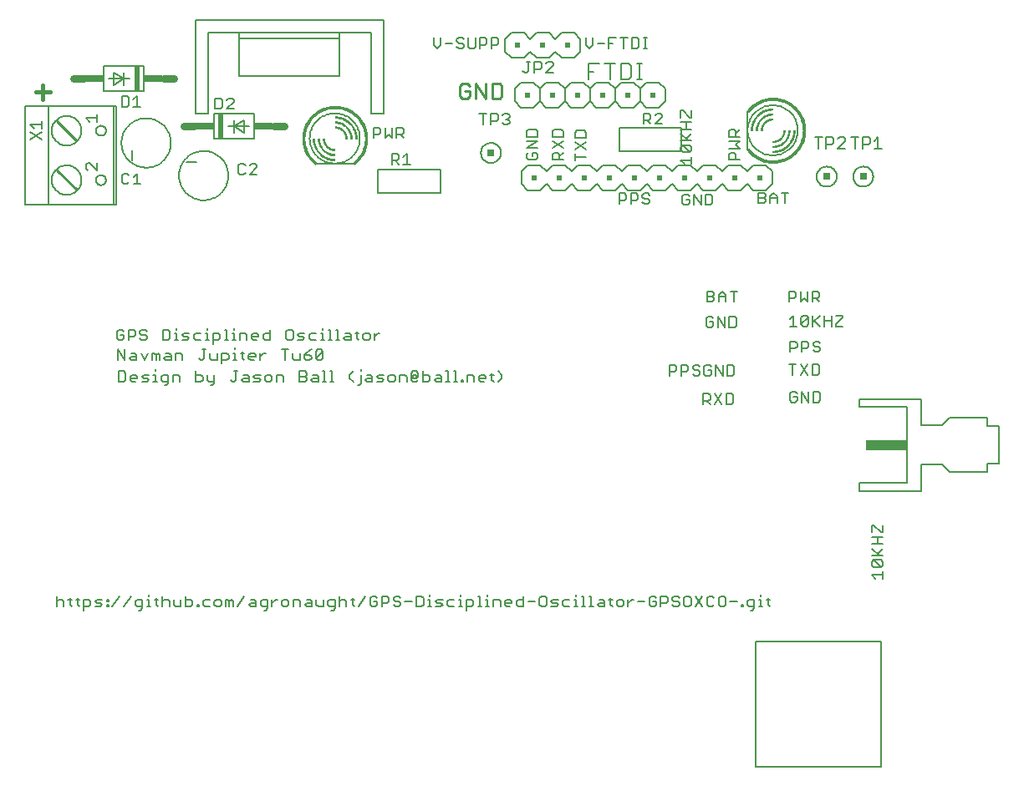
<source format=gto>
G75*
%MOIN*%
%OFA0B0*%
%FSLAX24Y24*%
%IPPOS*%
%LPD*%
%AMOC8*
5,1,8,0,0,1.08239X$1,22.5*
%
%ADD10C,0.0110*%
%ADD11C,0.0080*%
%ADD12C,0.0160*%
%ADD13C,0.0050*%
%ADD14R,0.0230X0.0230*%
%ADD15C,0.0060*%
%ADD16C,0.0010*%
%ADD17C,0.0006*%
%ADD18C,0.0100*%
%ADD19R,0.0200X0.0200*%
%ADD20R,0.0260X0.0260*%
%ADD21R,0.1604X0.0394*%
%ADD22C,0.0300*%
%ADD23R,0.0200X0.1000*%
%ADD24R,0.0750X0.0300*%
D10*
X018296Y026798D02*
X018493Y026798D01*
X018591Y026897D01*
X018591Y027093D01*
X018395Y027093D01*
X018591Y027290D02*
X018493Y027389D01*
X018296Y027389D01*
X018198Y027290D01*
X018198Y026897D01*
X018296Y026798D01*
X018842Y026798D02*
X018842Y027389D01*
X019236Y026798D01*
X019236Y027389D01*
X019487Y027389D02*
X019782Y027389D01*
X019881Y027290D01*
X019881Y026897D01*
X019782Y026798D01*
X019487Y026798D01*
X019487Y027389D01*
D11*
X003194Y006788D02*
X003194Y006367D01*
X003194Y006508D02*
X003404Y006508D01*
X003474Y006578D01*
X003474Y006718D01*
X003404Y006788D01*
X003194Y006788D01*
X003027Y006788D02*
X002887Y006788D01*
X002957Y006858D02*
X002957Y006578D01*
X003027Y006508D01*
X002720Y006508D02*
X002650Y006578D01*
X002650Y006858D01*
X002580Y006788D02*
X002720Y006788D01*
X002400Y006718D02*
X002400Y006508D01*
X002400Y006718D02*
X002330Y006788D01*
X002190Y006788D01*
X002120Y006718D01*
X002120Y006928D02*
X002120Y006508D01*
X003654Y006508D02*
X003865Y006508D01*
X003935Y006578D01*
X003865Y006648D01*
X003725Y006648D01*
X003654Y006718D01*
X003725Y006788D01*
X003935Y006788D01*
X004115Y006788D02*
X004115Y006718D01*
X004185Y006718D01*
X004185Y006788D01*
X004115Y006788D01*
X004115Y006578D02*
X004115Y006508D01*
X004185Y006508D01*
X004185Y006578D01*
X004115Y006578D01*
X004345Y006508D02*
X004625Y006928D01*
X004805Y006508D02*
X005086Y006928D01*
X005266Y006718D02*
X005266Y006578D01*
X005336Y006508D01*
X005546Y006508D01*
X005546Y006437D02*
X005546Y006788D01*
X005336Y006788D01*
X005266Y006718D01*
X005546Y006437D02*
X005476Y006367D01*
X005406Y006367D01*
X005726Y006508D02*
X005866Y006508D01*
X005796Y006508D02*
X005796Y006788D01*
X005726Y006788D01*
X005796Y006928D02*
X005796Y006998D01*
X006033Y006788D02*
X006173Y006788D01*
X006103Y006858D02*
X006103Y006578D01*
X006173Y006508D01*
X006340Y006508D02*
X006340Y006928D01*
X006410Y006788D02*
X006340Y006718D01*
X006410Y006788D02*
X006550Y006788D01*
X006620Y006718D01*
X006620Y006508D01*
X006800Y006578D02*
X006800Y006788D01*
X006800Y006578D02*
X006871Y006508D01*
X007081Y006508D01*
X007081Y006788D01*
X007261Y006788D02*
X007471Y006788D01*
X007541Y006718D01*
X007541Y006578D01*
X007471Y006508D01*
X007261Y006508D01*
X007261Y006928D01*
X007721Y006578D02*
X007791Y006578D01*
X007791Y006508D01*
X007721Y006508D01*
X007721Y006578D01*
X007951Y006578D02*
X008021Y006508D01*
X008232Y006508D01*
X008412Y006578D02*
X008412Y006718D01*
X008482Y006788D01*
X008622Y006788D01*
X008692Y006718D01*
X008692Y006578D01*
X008622Y006508D01*
X008482Y006508D01*
X008412Y006578D01*
X008232Y006788D02*
X008021Y006788D01*
X007951Y006718D01*
X007951Y006578D01*
X008872Y006508D02*
X008872Y006788D01*
X008942Y006788D01*
X009012Y006718D01*
X009082Y006788D01*
X009152Y006718D01*
X009152Y006508D01*
X009012Y006508D02*
X009012Y006718D01*
X009333Y006508D02*
X009613Y006928D01*
X009863Y006788D02*
X010003Y006788D01*
X010073Y006718D01*
X010073Y006508D01*
X009863Y006508D01*
X009793Y006578D01*
X009863Y006648D01*
X010073Y006648D01*
X010253Y006718D02*
X010253Y006578D01*
X010323Y006508D01*
X010534Y006508D01*
X010534Y006437D02*
X010534Y006788D01*
X010323Y006788D01*
X010253Y006718D01*
X010534Y006437D02*
X010464Y006367D01*
X010394Y006367D01*
X010714Y006508D02*
X010714Y006788D01*
X010714Y006648D02*
X010854Y006788D01*
X010924Y006788D01*
X011097Y006718D02*
X011097Y006578D01*
X011168Y006508D01*
X011308Y006508D01*
X011378Y006578D01*
X011378Y006718D01*
X011308Y006788D01*
X011168Y006788D01*
X011097Y006718D01*
X011558Y006788D02*
X011558Y006508D01*
X011558Y006788D02*
X011768Y006788D01*
X011838Y006718D01*
X011838Y006508D01*
X012018Y006578D02*
X012088Y006648D01*
X012298Y006648D01*
X012298Y006718D02*
X012298Y006508D01*
X012088Y006508D01*
X012018Y006578D01*
X012088Y006788D02*
X012228Y006788D01*
X012298Y006718D01*
X012479Y006788D02*
X012479Y006578D01*
X012549Y006508D01*
X012759Y006508D01*
X012759Y006788D01*
X012939Y006718D02*
X012939Y006578D01*
X013009Y006508D01*
X013219Y006508D01*
X013219Y006437D02*
X013219Y006788D01*
X013009Y006788D01*
X012939Y006718D01*
X013219Y006437D02*
X013149Y006367D01*
X013079Y006367D01*
X013399Y006508D02*
X013399Y006928D01*
X013469Y006788D02*
X013610Y006788D01*
X013680Y006718D01*
X013680Y006508D01*
X013930Y006578D02*
X014000Y006508D01*
X013930Y006578D02*
X013930Y006858D01*
X013860Y006788D02*
X014000Y006788D01*
X014167Y006508D02*
X014447Y006928D01*
X014627Y006858D02*
X014627Y006578D01*
X014697Y006508D01*
X014837Y006508D01*
X014907Y006578D01*
X014907Y006718D01*
X014767Y006718D01*
X014627Y006858D02*
X014697Y006928D01*
X014837Y006928D01*
X014907Y006858D01*
X015088Y006928D02*
X015298Y006928D01*
X015368Y006858D01*
X015368Y006718D01*
X015298Y006648D01*
X015088Y006648D01*
X015088Y006508D02*
X015088Y006928D01*
X015548Y006858D02*
X015548Y006788D01*
X015618Y006718D01*
X015758Y006718D01*
X015828Y006648D01*
X015828Y006578D01*
X015758Y006508D01*
X015618Y006508D01*
X015548Y006578D01*
X015548Y006858D02*
X015618Y006928D01*
X015758Y006928D01*
X015828Y006858D01*
X016008Y006718D02*
X016289Y006718D01*
X016469Y006928D02*
X016469Y006508D01*
X016679Y006508D01*
X016749Y006578D01*
X016749Y006858D01*
X016679Y006928D01*
X016469Y006928D01*
X016929Y006788D02*
X016999Y006788D01*
X016999Y006508D01*
X016929Y006508D02*
X017069Y006508D01*
X017236Y006508D02*
X017446Y006508D01*
X017516Y006578D01*
X017446Y006648D01*
X017306Y006648D01*
X017236Y006718D01*
X017306Y006788D01*
X017516Y006788D01*
X017696Y006718D02*
X017696Y006578D01*
X017766Y006508D01*
X017977Y006508D01*
X018157Y006508D02*
X018297Y006508D01*
X018227Y006508D02*
X018227Y006788D01*
X018157Y006788D01*
X018227Y006928D02*
X018227Y006998D01*
X018464Y006788D02*
X018674Y006788D01*
X018744Y006718D01*
X018744Y006578D01*
X018674Y006508D01*
X018464Y006508D01*
X018464Y006367D02*
X018464Y006788D01*
X018924Y006928D02*
X018994Y006928D01*
X018994Y006508D01*
X018924Y006508D02*
X019064Y006508D01*
X019231Y006508D02*
X019371Y006508D01*
X019301Y006508D02*
X019301Y006788D01*
X019231Y006788D01*
X019301Y006928D02*
X019301Y006998D01*
X019538Y006788D02*
X019538Y006508D01*
X019538Y006788D02*
X019748Y006788D01*
X019818Y006718D01*
X019818Y006508D01*
X019998Y006578D02*
X019998Y006718D01*
X020068Y006788D01*
X020209Y006788D01*
X020279Y006718D01*
X020279Y006648D01*
X019998Y006648D01*
X019998Y006578D02*
X020068Y006508D01*
X020209Y006508D01*
X020459Y006578D02*
X020459Y006718D01*
X020529Y006788D01*
X020739Y006788D01*
X020739Y006928D02*
X020739Y006508D01*
X020529Y006508D01*
X020459Y006578D01*
X020919Y006718D02*
X021199Y006718D01*
X021380Y006858D02*
X021380Y006578D01*
X021450Y006508D01*
X021590Y006508D01*
X021660Y006578D01*
X021660Y006858D01*
X021590Y006928D01*
X021450Y006928D01*
X021380Y006858D01*
X021840Y006718D02*
X021910Y006788D01*
X022120Y006788D01*
X022050Y006648D02*
X021910Y006648D01*
X021840Y006718D01*
X021840Y006508D02*
X022050Y006508D01*
X022120Y006578D01*
X022050Y006648D01*
X022300Y006718D02*
X022300Y006578D01*
X022370Y006508D01*
X022581Y006508D01*
X022761Y006508D02*
X022901Y006508D01*
X022831Y006508D02*
X022831Y006788D01*
X022761Y006788D01*
X022831Y006928D02*
X022831Y006998D01*
X023068Y006928D02*
X023138Y006928D01*
X023138Y006508D01*
X023068Y006508D02*
X023208Y006508D01*
X023375Y006508D02*
X023515Y006508D01*
X023445Y006508D02*
X023445Y006928D01*
X023375Y006928D01*
X023752Y006788D02*
X023892Y006788D01*
X023962Y006718D01*
X023962Y006508D01*
X023752Y006508D01*
X023682Y006578D01*
X023752Y006648D01*
X023962Y006648D01*
X024142Y006788D02*
X024282Y006788D01*
X024212Y006858D02*
X024212Y006578D01*
X024282Y006508D01*
X024449Y006578D02*
X024449Y006718D01*
X024519Y006788D01*
X024659Y006788D01*
X024729Y006718D01*
X024729Y006578D01*
X024659Y006508D01*
X024519Y006508D01*
X024449Y006578D01*
X024909Y006648D02*
X025049Y006788D01*
X025119Y006788D01*
X025293Y006718D02*
X025573Y006718D01*
X025753Y006858D02*
X025753Y006578D01*
X025823Y006508D01*
X025963Y006508D01*
X026034Y006578D01*
X026034Y006718D01*
X025893Y006718D01*
X025753Y006858D02*
X025823Y006928D01*
X025963Y006928D01*
X026034Y006858D01*
X026214Y006928D02*
X026424Y006928D01*
X026494Y006858D01*
X026494Y006718D01*
X026424Y006648D01*
X026214Y006648D01*
X026214Y006508D02*
X026214Y006928D01*
X026674Y006858D02*
X026674Y006788D01*
X026744Y006718D01*
X026884Y006718D01*
X026954Y006648D01*
X026954Y006578D01*
X026884Y006508D01*
X026744Y006508D01*
X026674Y006578D01*
X026674Y006858D02*
X026744Y006928D01*
X026884Y006928D01*
X026954Y006858D01*
X027134Y006858D02*
X027134Y006578D01*
X027205Y006508D01*
X027345Y006508D01*
X027415Y006578D01*
X027415Y006858D01*
X027345Y006928D01*
X027205Y006928D01*
X027134Y006858D01*
X027595Y006928D02*
X027875Y006508D01*
X028055Y006578D02*
X028055Y006858D01*
X028125Y006928D01*
X028265Y006928D01*
X028335Y006858D01*
X028516Y006858D02*
X028516Y006578D01*
X028586Y006508D01*
X028726Y006508D01*
X028796Y006578D01*
X028796Y006858D01*
X028726Y006928D01*
X028586Y006928D01*
X028516Y006858D01*
X028335Y006578D02*
X028265Y006508D01*
X028125Y006508D01*
X028055Y006578D01*
X027875Y006928D02*
X027595Y006508D01*
X028976Y006718D02*
X029256Y006718D01*
X029436Y006578D02*
X029506Y006578D01*
X029506Y006508D01*
X029436Y006508D01*
X029436Y006578D01*
X029667Y006578D02*
X029667Y006718D01*
X029737Y006788D01*
X029947Y006788D01*
X029947Y006437D01*
X029877Y006367D01*
X029807Y006367D01*
X029737Y006508D02*
X029947Y006508D01*
X030127Y006508D02*
X030267Y006508D01*
X030197Y006508D02*
X030197Y006788D01*
X030127Y006788D01*
X030197Y006928D02*
X030197Y006998D01*
X030434Y006788D02*
X030574Y006788D01*
X030504Y006858D02*
X030504Y006578D01*
X030574Y006508D01*
X029737Y006508D02*
X029667Y006578D01*
X024909Y006508D02*
X024909Y006788D01*
X022581Y006788D02*
X022370Y006788D01*
X022300Y006718D01*
X017977Y006788D02*
X017766Y006788D01*
X017696Y006718D01*
X016999Y006928D02*
X016999Y006998D01*
X013469Y006788D02*
X013399Y006718D01*
X014115Y015344D02*
X014185Y015344D01*
X014255Y015414D01*
X014255Y015764D01*
X014255Y015904D02*
X014255Y015974D01*
X013948Y015904D02*
X013808Y015764D01*
X013808Y015624D01*
X013948Y015484D01*
X014422Y015554D02*
X014492Y015624D01*
X014702Y015624D01*
X014702Y015694D02*
X014702Y015484D01*
X014492Y015484D01*
X014422Y015554D01*
X014492Y015764D02*
X014632Y015764D01*
X014702Y015694D01*
X014882Y015694D02*
X014952Y015764D01*
X015162Y015764D01*
X015092Y015624D02*
X015162Y015554D01*
X015092Y015484D01*
X014882Y015484D01*
X014952Y015624D02*
X014882Y015694D01*
X014952Y015624D02*
X015092Y015624D01*
X015343Y015554D02*
X015413Y015484D01*
X015553Y015484D01*
X015623Y015554D01*
X015623Y015694D01*
X015553Y015764D01*
X015413Y015764D01*
X015343Y015694D01*
X015343Y015554D01*
X015803Y015484D02*
X015803Y015764D01*
X016013Y015764D01*
X016083Y015694D01*
X016083Y015484D01*
X016263Y015554D02*
X016263Y015834D01*
X016333Y015904D01*
X016474Y015904D01*
X016544Y015834D01*
X016544Y015694D01*
X016474Y015624D01*
X016474Y015764D01*
X016333Y015764D01*
X016333Y015624D01*
X016474Y015624D01*
X016544Y015554D02*
X016474Y015484D01*
X016333Y015484D01*
X016263Y015554D01*
X016724Y015484D02*
X016934Y015484D01*
X017004Y015554D01*
X017004Y015694D01*
X016934Y015764D01*
X016724Y015764D01*
X016724Y015904D02*
X016724Y015484D01*
X017184Y015554D02*
X017254Y015624D01*
X017464Y015624D01*
X017464Y015694D02*
X017464Y015484D01*
X017254Y015484D01*
X017184Y015554D01*
X017254Y015764D02*
X017394Y015764D01*
X017464Y015694D01*
X017645Y015484D02*
X017785Y015484D01*
X017715Y015484D02*
X017715Y015904D01*
X017645Y015904D01*
X017951Y015904D02*
X018022Y015904D01*
X018022Y015484D01*
X018092Y015484D02*
X017951Y015484D01*
X018258Y015484D02*
X018328Y015484D01*
X018328Y015554D01*
X018258Y015554D01*
X018258Y015484D01*
X018489Y015484D02*
X018489Y015764D01*
X018699Y015764D01*
X018769Y015694D01*
X018769Y015484D01*
X018949Y015554D02*
X018949Y015694D01*
X019019Y015764D01*
X019159Y015764D01*
X019229Y015694D01*
X019229Y015624D01*
X018949Y015624D01*
X018949Y015554D02*
X019019Y015484D01*
X019159Y015484D01*
X019479Y015554D02*
X019550Y015484D01*
X019479Y015554D02*
X019479Y015834D01*
X019409Y015764D02*
X019550Y015764D01*
X019716Y015904D02*
X019856Y015764D01*
X019856Y015624D01*
X019716Y015484D01*
X015014Y017418D02*
X014944Y017418D01*
X014803Y017278D01*
X014803Y017418D02*
X014803Y017137D01*
X014623Y017208D02*
X014623Y017348D01*
X014553Y017418D01*
X014413Y017418D01*
X014343Y017348D01*
X014343Y017208D01*
X014413Y017137D01*
X014553Y017137D01*
X014623Y017208D01*
X014176Y017137D02*
X014106Y017208D01*
X014106Y017488D01*
X014036Y017418D02*
X014176Y017418D01*
X013856Y017348D02*
X013856Y017137D01*
X013646Y017137D01*
X013576Y017208D01*
X013646Y017278D01*
X013856Y017278D01*
X013856Y017348D02*
X013786Y017418D01*
X013646Y017418D01*
X013339Y017558D02*
X013339Y017137D01*
X013269Y017137D02*
X013409Y017137D01*
X013102Y017137D02*
X012962Y017137D01*
X013032Y017137D02*
X013032Y017558D01*
X012962Y017558D01*
X012725Y017558D02*
X012725Y017628D01*
X012725Y017418D02*
X012725Y017137D01*
X012655Y017137D02*
X012795Y017137D01*
X012725Y017418D02*
X012655Y017418D01*
X012475Y017418D02*
X012265Y017418D01*
X012195Y017348D01*
X012195Y017208D01*
X012265Y017137D01*
X012475Y017137D01*
X012014Y017208D02*
X011944Y017278D01*
X011804Y017278D01*
X011734Y017348D01*
X011804Y017418D01*
X012014Y017418D01*
X012014Y017208D02*
X011944Y017137D01*
X011734Y017137D01*
X011554Y017208D02*
X011554Y017488D01*
X011484Y017558D01*
X011344Y017558D01*
X011274Y017488D01*
X011274Y017208D01*
X011344Y017137D01*
X011484Y017137D01*
X011554Y017208D01*
X011363Y016770D02*
X011083Y016770D01*
X011223Y016770D02*
X011223Y016350D01*
X011543Y016420D02*
X011613Y016350D01*
X011824Y016350D01*
X011824Y016630D01*
X012004Y016560D02*
X012004Y016420D01*
X012074Y016350D01*
X012214Y016350D01*
X012284Y016420D01*
X012284Y016490D01*
X012214Y016560D01*
X012004Y016560D01*
X012144Y016700D01*
X012284Y016770D01*
X012464Y016700D02*
X012464Y016420D01*
X012744Y016700D01*
X012744Y016420D01*
X012674Y016350D01*
X012534Y016350D01*
X012464Y016420D01*
X012464Y016700D02*
X012534Y016770D01*
X012674Y016770D01*
X012744Y016700D01*
X012734Y015904D02*
X012804Y015904D01*
X012804Y015484D01*
X012734Y015484D02*
X012874Y015484D01*
X013041Y015484D02*
X013181Y015484D01*
X013111Y015484D02*
X013111Y015904D01*
X013041Y015904D01*
X012554Y015694D02*
X012554Y015484D01*
X012343Y015484D01*
X012273Y015554D01*
X012343Y015624D01*
X012554Y015624D01*
X012554Y015694D02*
X012484Y015764D01*
X012343Y015764D01*
X012093Y015764D02*
X012023Y015694D01*
X011813Y015694D01*
X011813Y015484D02*
X012023Y015484D01*
X012093Y015554D01*
X012093Y015624D01*
X012023Y015694D01*
X012093Y015764D02*
X012093Y015834D01*
X012023Y015904D01*
X011813Y015904D01*
X011813Y015484D01*
X011172Y015484D02*
X011172Y015694D01*
X011102Y015764D01*
X010892Y015764D01*
X010892Y015484D01*
X010712Y015554D02*
X010712Y015694D01*
X010642Y015764D01*
X010502Y015764D01*
X010432Y015694D01*
X010432Y015554D01*
X010502Y015484D01*
X010642Y015484D01*
X010712Y015554D01*
X010252Y015554D02*
X010182Y015624D01*
X010041Y015624D01*
X009971Y015694D01*
X010041Y015764D01*
X010252Y015764D01*
X010252Y015554D02*
X010182Y015484D01*
X009971Y015484D01*
X009791Y015484D02*
X009791Y015694D01*
X009721Y015764D01*
X009581Y015764D01*
X009581Y015624D02*
X009791Y015624D01*
X009791Y015484D02*
X009581Y015484D01*
X009511Y015554D01*
X009581Y015624D01*
X009261Y015554D02*
X009261Y015904D01*
X009191Y015904D02*
X009331Y015904D01*
X009305Y016350D02*
X009165Y016350D01*
X009235Y016350D02*
X009235Y016630D01*
X009165Y016630D01*
X009235Y016770D02*
X009235Y016840D01*
X009265Y017137D02*
X009125Y017137D01*
X009195Y017137D02*
X009195Y017418D01*
X009125Y017418D01*
X009195Y017558D02*
X009195Y017628D01*
X008888Y017558D02*
X008888Y017137D01*
X008818Y017137D02*
X008958Y017137D01*
X008638Y017208D02*
X008568Y017137D01*
X008358Y017137D01*
X008358Y016997D02*
X008358Y017418D01*
X008568Y017418D01*
X008638Y017348D01*
X008638Y017208D01*
X008818Y017558D02*
X008888Y017558D01*
X009432Y017418D02*
X009432Y017137D01*
X009712Y017137D02*
X009712Y017348D01*
X009642Y017418D01*
X009432Y017418D01*
X009893Y017348D02*
X009963Y017418D01*
X010103Y017418D01*
X010173Y017348D01*
X010173Y017278D01*
X009893Y017278D01*
X009893Y017208D02*
X009893Y017348D01*
X009893Y017208D02*
X009963Y017137D01*
X010103Y017137D01*
X010353Y017208D02*
X010353Y017348D01*
X010423Y017418D01*
X010633Y017418D01*
X010633Y017558D02*
X010633Y017137D01*
X010423Y017137D01*
X010353Y017208D01*
X010379Y016630D02*
X010239Y016490D01*
X010239Y016350D02*
X010239Y016630D01*
X010379Y016630D02*
X010449Y016630D01*
X010059Y016560D02*
X010059Y016490D01*
X009779Y016490D01*
X009779Y016420D02*
X009779Y016560D01*
X009849Y016630D01*
X009989Y016630D01*
X010059Y016560D01*
X009989Y016350D02*
X009849Y016350D01*
X009779Y016420D01*
X009612Y016350D02*
X009542Y016420D01*
X009542Y016700D01*
X009472Y016630D02*
X009612Y016630D01*
X008985Y016560D02*
X008985Y016420D01*
X008914Y016350D01*
X008704Y016350D01*
X008704Y016210D02*
X008704Y016630D01*
X008914Y016630D01*
X008985Y016560D01*
X008524Y016630D02*
X008524Y016350D01*
X008314Y016350D01*
X008244Y016420D01*
X008244Y016630D01*
X008064Y016770D02*
X007924Y016770D01*
X007994Y016770D02*
X007994Y016420D01*
X007924Y016350D01*
X007854Y016350D01*
X007783Y016420D01*
X007669Y015904D02*
X007669Y015484D01*
X007880Y015484D01*
X007950Y015554D01*
X007950Y015694D01*
X007880Y015764D01*
X007669Y015764D01*
X008130Y015764D02*
X008130Y015554D01*
X008200Y015484D01*
X008410Y015484D01*
X008410Y015414D02*
X008340Y015344D01*
X008270Y015344D01*
X008410Y015414D02*
X008410Y015764D01*
X009051Y015554D02*
X009121Y015484D01*
X009191Y015484D01*
X009261Y015554D01*
X011543Y016420D02*
X011543Y016630D01*
X013269Y017558D02*
X013339Y017558D01*
X008191Y017137D02*
X008051Y017137D01*
X008121Y017137D02*
X008121Y017418D01*
X008051Y017418D01*
X008121Y017558D02*
X008121Y017628D01*
X007871Y017418D02*
X007661Y017418D01*
X007591Y017348D01*
X007591Y017208D01*
X007661Y017137D01*
X007871Y017137D01*
X007411Y017208D02*
X007340Y017278D01*
X007200Y017278D01*
X007130Y017348D01*
X007200Y017418D01*
X007411Y017418D01*
X007411Y017208D02*
X007340Y017137D01*
X007130Y017137D01*
X006963Y017137D02*
X006823Y017137D01*
X006893Y017137D02*
X006893Y017418D01*
X006823Y017418D01*
X006893Y017558D02*
X006893Y017628D01*
X006643Y017488D02*
X006643Y017208D01*
X006573Y017137D01*
X006363Y017137D01*
X006363Y017558D01*
X006573Y017558D01*
X006643Y017488D01*
X005722Y017488D02*
X005652Y017558D01*
X005512Y017558D01*
X005442Y017488D01*
X005442Y017418D01*
X005512Y017348D01*
X005652Y017348D01*
X005722Y017278D01*
X005722Y017208D01*
X005652Y017137D01*
X005512Y017137D01*
X005442Y017208D01*
X005262Y017348D02*
X005192Y017278D01*
X004982Y017278D01*
X004982Y017137D02*
X004982Y017558D01*
X005192Y017558D01*
X005262Y017488D01*
X005262Y017348D01*
X004802Y017348D02*
X004661Y017348D01*
X004802Y017348D02*
X004802Y017208D01*
X004732Y017137D01*
X004591Y017137D01*
X004521Y017208D01*
X004521Y017488D01*
X004591Y017558D01*
X004732Y017558D01*
X004802Y017488D01*
X004841Y016770D02*
X004841Y016350D01*
X004561Y016770D01*
X004561Y016350D01*
X004600Y015904D02*
X004810Y015904D01*
X004880Y015834D01*
X004880Y015554D01*
X004810Y015484D01*
X004600Y015484D01*
X004600Y015904D01*
X005061Y015694D02*
X005131Y015764D01*
X005271Y015764D01*
X005341Y015694D01*
X005341Y015624D01*
X005061Y015624D01*
X005061Y015554D02*
X005061Y015694D01*
X005061Y015554D02*
X005131Y015484D01*
X005271Y015484D01*
X005521Y015484D02*
X005731Y015484D01*
X005801Y015554D01*
X005731Y015624D01*
X005591Y015624D01*
X005521Y015694D01*
X005591Y015764D01*
X005801Y015764D01*
X005981Y015764D02*
X006051Y015764D01*
X006051Y015484D01*
X005981Y015484D02*
X006121Y015484D01*
X006288Y015554D02*
X006358Y015484D01*
X006568Y015484D01*
X006568Y015414D02*
X006568Y015764D01*
X006358Y015764D01*
X006288Y015694D01*
X006288Y015554D01*
X006428Y015344D02*
X006498Y015344D01*
X006568Y015414D01*
X006749Y015484D02*
X006749Y015764D01*
X006959Y015764D01*
X007029Y015694D01*
X007029Y015484D01*
X006051Y015904D02*
X006051Y015974D01*
X006082Y016350D02*
X006082Y016560D01*
X006152Y016630D01*
X006222Y016560D01*
X006222Y016350D01*
X006402Y016420D02*
X006472Y016490D01*
X006683Y016490D01*
X006683Y016560D02*
X006683Y016350D01*
X006472Y016350D01*
X006402Y016420D01*
X006472Y016630D02*
X006612Y016630D01*
X006683Y016560D01*
X006863Y016630D02*
X006863Y016350D01*
X007143Y016350D02*
X007143Y016560D01*
X007073Y016630D01*
X006863Y016630D01*
X006082Y016560D02*
X006012Y016630D01*
X005942Y016630D01*
X005942Y016350D01*
X005622Y016350D02*
X005762Y016630D01*
X005482Y016630D02*
X005622Y016350D01*
X005301Y016350D02*
X005301Y016560D01*
X005231Y016630D01*
X005091Y016630D01*
X005091Y016490D02*
X005301Y016490D01*
X005301Y016350D02*
X005091Y016350D01*
X005021Y016420D01*
X005091Y016490D01*
X005185Y023378D02*
X005466Y023378D01*
X005326Y023378D02*
X005326Y023798D01*
X005185Y023658D01*
X005005Y023728D02*
X004935Y023798D01*
X004795Y023798D01*
X004725Y023728D01*
X004725Y023448D01*
X004795Y023378D01*
X004935Y023378D01*
X005005Y023448D01*
X005144Y024315D02*
X005144Y024715D01*
X004710Y025015D02*
X004712Y025077D01*
X004718Y025140D01*
X004728Y025201D01*
X004742Y025262D01*
X004759Y025322D01*
X004780Y025381D01*
X004806Y025438D01*
X004834Y025493D01*
X004866Y025547D01*
X004902Y025598D01*
X004940Y025648D01*
X004982Y025694D01*
X005026Y025738D01*
X005074Y025779D01*
X005123Y025817D01*
X005175Y025851D01*
X005229Y025882D01*
X005285Y025910D01*
X005343Y025934D01*
X005402Y025955D01*
X005462Y025971D01*
X005523Y025984D01*
X005585Y025993D01*
X005647Y025998D01*
X005710Y025999D01*
X005772Y025996D01*
X005834Y025989D01*
X005896Y025978D01*
X005956Y025963D01*
X006016Y025945D01*
X006074Y025923D01*
X006131Y025897D01*
X006186Y025867D01*
X006239Y025834D01*
X006290Y025798D01*
X006338Y025759D01*
X006384Y025716D01*
X006427Y025671D01*
X006467Y025623D01*
X006504Y025573D01*
X006538Y025520D01*
X006569Y025466D01*
X006595Y025410D01*
X006619Y025352D01*
X006638Y025292D01*
X006654Y025232D01*
X006666Y025170D01*
X006674Y025109D01*
X006678Y025046D01*
X006678Y024984D01*
X006674Y024921D01*
X006666Y024860D01*
X006654Y024798D01*
X006638Y024738D01*
X006619Y024678D01*
X006595Y024620D01*
X006569Y024564D01*
X006538Y024510D01*
X006504Y024457D01*
X006467Y024407D01*
X006427Y024359D01*
X006384Y024314D01*
X006338Y024271D01*
X006290Y024232D01*
X006239Y024196D01*
X006186Y024163D01*
X006131Y024133D01*
X006074Y024107D01*
X006016Y024085D01*
X005956Y024067D01*
X005896Y024052D01*
X005834Y024041D01*
X005772Y024034D01*
X005710Y024031D01*
X005647Y024032D01*
X005585Y024037D01*
X005523Y024046D01*
X005462Y024059D01*
X005402Y024075D01*
X005343Y024096D01*
X005285Y024120D01*
X005229Y024148D01*
X005175Y024179D01*
X005123Y024213D01*
X005074Y024251D01*
X005026Y024292D01*
X004982Y024336D01*
X004940Y024382D01*
X004902Y024432D01*
X004866Y024483D01*
X004834Y024537D01*
X004806Y024592D01*
X004780Y024649D01*
X004759Y024708D01*
X004742Y024768D01*
X004728Y024829D01*
X004718Y024890D01*
X004712Y024953D01*
X004710Y025015D01*
X004716Y026460D02*
X004926Y026460D01*
X004996Y026530D01*
X004996Y026810D01*
X004926Y026880D01*
X004716Y026880D01*
X004716Y026460D01*
X005176Y026460D02*
X005456Y026460D01*
X005316Y026460D02*
X005316Y026880D01*
X005176Y026740D01*
X007661Y026186D02*
X008161Y026186D01*
X008161Y029436D01*
X009411Y029436D01*
X013411Y029436D01*
X014661Y029436D01*
X014661Y026186D01*
X015161Y026186D01*
X015161Y029936D01*
X007661Y029936D01*
X007661Y026186D01*
X008446Y026370D02*
X008446Y026790D01*
X008656Y026790D01*
X008726Y026720D01*
X008726Y026440D01*
X008656Y026370D01*
X008446Y026370D01*
X008906Y026370D02*
X009186Y026650D01*
X009186Y026720D01*
X009116Y026790D01*
X008976Y026790D01*
X008906Y026720D01*
X008906Y026370D02*
X009186Y026370D01*
X009411Y027686D02*
X009411Y029186D01*
X013411Y029186D01*
X013411Y027686D01*
X009411Y027686D01*
X009411Y029186D02*
X009411Y029436D01*
X013411Y029436D02*
X013411Y029186D01*
X017159Y029211D02*
X017159Y028931D01*
X017299Y028791D01*
X017439Y028931D01*
X017439Y029211D01*
X017620Y029001D02*
X017900Y029001D01*
X018080Y029071D02*
X018150Y029001D01*
X018290Y029001D01*
X018360Y028931D01*
X018360Y028861D01*
X018290Y028791D01*
X018150Y028791D01*
X018080Y028861D01*
X018080Y029071D02*
X018080Y029141D01*
X018150Y029211D01*
X018290Y029211D01*
X018360Y029141D01*
X018540Y029211D02*
X018540Y028861D01*
X018610Y028791D01*
X018751Y028791D01*
X018821Y028861D01*
X018821Y029211D01*
X019001Y029211D02*
X019211Y029211D01*
X019281Y029141D01*
X019281Y029001D01*
X019211Y028931D01*
X019001Y028931D01*
X019001Y028791D02*
X019001Y029211D01*
X019461Y029211D02*
X019461Y028791D01*
X019461Y028931D02*
X019671Y028931D01*
X019741Y029001D01*
X019741Y029141D01*
X019671Y029211D01*
X019461Y029211D01*
X020005Y029158D02*
X020005Y028658D01*
X020255Y028408D01*
X020755Y028408D01*
X021005Y028658D01*
X021255Y028408D01*
X021755Y028408D01*
X022005Y028658D01*
X022255Y028408D01*
X022755Y028408D01*
X023005Y028658D01*
X023005Y029158D01*
X022755Y029408D01*
X022255Y029408D01*
X022005Y029158D01*
X021755Y029408D01*
X021255Y029408D01*
X021005Y029158D01*
X020755Y029408D01*
X020255Y029408D01*
X020005Y029158D01*
X020637Y027425D02*
X021137Y027425D01*
X021387Y027175D01*
X021387Y026675D01*
X021137Y026425D01*
X020637Y026425D01*
X020387Y026675D01*
X020387Y027175D01*
X020637Y027425D01*
X021387Y027175D02*
X021637Y027425D01*
X022137Y027425D01*
X022387Y027175D01*
X022387Y026675D01*
X022137Y026425D01*
X021637Y026425D01*
X021387Y026675D01*
X022387Y026675D02*
X022637Y026425D01*
X023137Y026425D01*
X023387Y026675D01*
X023387Y027175D01*
X023637Y027425D01*
X024137Y027425D01*
X024387Y027175D01*
X024387Y026675D01*
X024137Y026425D01*
X023637Y026425D01*
X023387Y026675D01*
X023387Y027175D02*
X023137Y027425D01*
X022637Y027425D01*
X022387Y027175D01*
X023362Y028791D02*
X023502Y028931D01*
X023502Y029211D01*
X023683Y029001D02*
X023963Y029001D01*
X024143Y029001D02*
X024283Y029001D01*
X024143Y028791D02*
X024143Y029211D01*
X024423Y029211D01*
X024603Y029211D02*
X024884Y029211D01*
X024743Y029211D02*
X024743Y028791D01*
X025064Y028791D02*
X025274Y028791D01*
X025344Y028861D01*
X025344Y029141D01*
X025274Y029211D01*
X025064Y029211D01*
X025064Y028791D01*
X025524Y028791D02*
X025664Y028791D01*
X025594Y028791D02*
X025594Y029211D01*
X025524Y029211D02*
X025664Y029211D01*
X025637Y027425D02*
X025387Y027175D01*
X025387Y026675D01*
X025137Y026425D01*
X024637Y026425D01*
X024387Y026675D01*
X024387Y027175D02*
X024637Y027425D01*
X025137Y027425D01*
X025387Y027175D01*
X025637Y027425D02*
X026137Y027425D01*
X026387Y027175D01*
X026387Y026675D01*
X026137Y026425D01*
X025637Y026425D01*
X025387Y026675D01*
X025531Y026198D02*
X025741Y026198D01*
X025811Y026128D01*
X025811Y025987D01*
X025741Y025917D01*
X025531Y025917D01*
X025531Y025777D02*
X025531Y026198D01*
X025671Y025917D02*
X025811Y025777D01*
X025992Y025777D02*
X026272Y026057D01*
X026272Y026128D01*
X026202Y026198D01*
X026062Y026198D01*
X025992Y026128D01*
X025992Y025777D02*
X026272Y025777D01*
X027013Y025846D02*
X027434Y025846D01*
X027434Y026026D02*
X027434Y026306D01*
X027434Y026026D02*
X027363Y026026D01*
X027083Y026306D01*
X027013Y026306D01*
X027013Y026026D01*
X027223Y025846D02*
X027223Y025566D01*
X027036Y025617D02*
X027036Y024672D01*
X024556Y024672D01*
X024556Y025617D01*
X027036Y025617D01*
X027013Y025566D02*
X027434Y025566D01*
X027434Y025386D02*
X027223Y025176D01*
X027293Y025105D02*
X027013Y025386D01*
X027013Y025105D02*
X027434Y025105D01*
X027363Y024925D02*
X027434Y024855D01*
X027434Y024715D01*
X027363Y024645D01*
X027083Y024925D01*
X027013Y024855D01*
X027013Y024715D01*
X027083Y024645D01*
X027363Y024645D01*
X027434Y024465D02*
X027434Y024185D01*
X027401Y024133D02*
X026901Y024133D01*
X026651Y023883D01*
X026401Y024133D01*
X025901Y024133D01*
X025651Y023883D01*
X025401Y024133D01*
X024901Y024133D01*
X024651Y023883D01*
X024401Y024133D01*
X023901Y024133D01*
X023651Y023883D01*
X023401Y024133D01*
X022901Y024133D01*
X022651Y023883D01*
X022401Y024133D01*
X021901Y024133D01*
X021651Y023883D01*
X021401Y024133D01*
X020901Y024133D01*
X020651Y023883D01*
X020651Y023383D01*
X020901Y023133D01*
X021401Y023133D01*
X021651Y023383D01*
X021901Y023133D01*
X022401Y023133D01*
X022651Y023383D01*
X022901Y023133D01*
X023401Y023133D01*
X023651Y023383D01*
X023901Y023133D01*
X024401Y023133D01*
X024651Y023383D01*
X024901Y023133D01*
X025401Y023133D01*
X025651Y023383D01*
X025901Y023133D01*
X026401Y023133D01*
X026651Y023383D01*
X026901Y023133D01*
X027401Y023133D01*
X027651Y023383D01*
X027901Y023133D01*
X028401Y023133D01*
X028651Y023383D01*
X028901Y023133D01*
X029401Y023133D01*
X029651Y023383D01*
X029901Y023133D01*
X030401Y023133D01*
X030651Y023383D01*
X030651Y023883D01*
X030401Y024133D01*
X029901Y024133D01*
X029651Y023883D01*
X029401Y024133D01*
X028901Y024133D01*
X028651Y023883D01*
X028401Y024133D01*
X027901Y024133D01*
X027651Y023883D01*
X027401Y024133D01*
X027434Y024325D02*
X027013Y024325D01*
X027153Y024185D01*
X027083Y024925D02*
X027363Y024925D01*
X028930Y024799D02*
X029351Y024799D01*
X029211Y024939D01*
X029351Y025080D01*
X028930Y025080D01*
X028930Y025260D02*
X028930Y025470D01*
X029001Y025540D01*
X029141Y025540D01*
X029211Y025470D01*
X029211Y025260D01*
X029351Y025260D02*
X028930Y025260D01*
X029211Y025400D02*
X029351Y025540D01*
X029678Y026269D02*
X029678Y024769D01*
X029211Y024549D02*
X029211Y024339D01*
X029351Y024339D02*
X028930Y024339D01*
X028930Y024549D01*
X029001Y024619D01*
X029141Y024619D01*
X029211Y024549D01*
X030112Y023030D02*
X030322Y023030D01*
X030392Y022960D01*
X030392Y022890D01*
X030322Y022820D01*
X030112Y022820D01*
X030322Y022820D02*
X030392Y022750D01*
X030392Y022680D01*
X030322Y022610D01*
X030112Y022610D01*
X030112Y023030D01*
X030572Y022890D02*
X030572Y022610D01*
X030572Y022820D02*
X030853Y022820D01*
X030853Y022890D02*
X030853Y022610D01*
X030853Y022890D02*
X030712Y023030D01*
X030572Y022890D01*
X031033Y023030D02*
X031313Y023030D01*
X031173Y023030D02*
X031173Y022610D01*
X028278Y022613D02*
X028278Y022893D01*
X028208Y022963D01*
X027998Y022963D01*
X027998Y022543D01*
X028208Y022543D01*
X028278Y022613D01*
X027818Y022543D02*
X027818Y022963D01*
X027538Y022963D02*
X027818Y022543D01*
X027538Y022543D02*
X027538Y022963D01*
X027357Y022893D02*
X027287Y022963D01*
X027147Y022963D01*
X027077Y022893D01*
X027077Y022613D01*
X027147Y022543D01*
X027287Y022543D01*
X027357Y022613D01*
X027357Y022753D01*
X027217Y022753D01*
X025759Y022722D02*
X025759Y022652D01*
X025688Y022582D01*
X025548Y022582D01*
X025478Y022652D01*
X025548Y022793D02*
X025478Y022863D01*
X025478Y022933D01*
X025548Y023003D01*
X025688Y023003D01*
X025759Y022933D01*
X025688Y022793D02*
X025759Y022722D01*
X025688Y022793D02*
X025548Y022793D01*
X025298Y022793D02*
X025298Y022933D01*
X025228Y023003D01*
X025018Y023003D01*
X025018Y022582D01*
X025018Y022722D02*
X025228Y022722D01*
X025298Y022793D01*
X024838Y022793D02*
X024838Y022933D01*
X024768Y023003D01*
X024558Y023003D01*
X024558Y022582D01*
X024558Y022722D02*
X024768Y022722D01*
X024838Y022793D01*
X022801Y024303D02*
X022801Y024583D01*
X022801Y024443D02*
X023221Y024443D01*
X023221Y024763D02*
X022801Y025043D01*
X022801Y025224D02*
X022801Y025434D01*
X022871Y025504D01*
X023151Y025504D01*
X023221Y025434D01*
X023221Y025224D01*
X022801Y025224D01*
X023221Y025043D02*
X022801Y024763D01*
X022315Y024803D02*
X021895Y025083D01*
X021895Y025263D02*
X021895Y025473D01*
X021965Y025543D01*
X022245Y025543D01*
X022315Y025473D01*
X022315Y025263D01*
X021895Y025263D01*
X022315Y025083D02*
X021895Y024803D01*
X021965Y024622D02*
X021895Y024552D01*
X021895Y024342D01*
X022315Y024342D01*
X022175Y024342D02*
X022175Y024552D01*
X022105Y024622D01*
X021965Y024622D01*
X022175Y024482D02*
X022315Y024622D01*
X021292Y024552D02*
X021292Y024412D01*
X021222Y024342D01*
X020941Y024342D01*
X020871Y024412D01*
X020871Y024552D01*
X020941Y024622D01*
X021082Y024622D02*
X021082Y024482D01*
X021082Y024622D02*
X021222Y024622D01*
X021292Y024552D01*
X021292Y024803D02*
X020871Y024803D01*
X021292Y025083D01*
X020871Y025083D01*
X020871Y025263D02*
X020871Y025473D01*
X020941Y025543D01*
X021222Y025543D01*
X021292Y025473D01*
X021292Y025263D01*
X020871Y025263D01*
X017418Y023956D02*
X017418Y023011D01*
X014938Y023011D01*
X014938Y023956D01*
X017418Y023956D01*
X016225Y024163D02*
X015945Y024163D01*
X016085Y024163D02*
X016085Y024583D01*
X015945Y024443D01*
X015765Y024373D02*
X015695Y024303D01*
X015484Y024303D01*
X015484Y024163D02*
X015484Y024583D01*
X015695Y024583D01*
X015765Y024513D01*
X015765Y024373D01*
X015625Y024303D02*
X015765Y024163D01*
X015678Y025208D02*
X015678Y025629D01*
X015889Y025629D01*
X015959Y025559D01*
X015959Y025418D01*
X015889Y025348D01*
X015678Y025348D01*
X015819Y025348D02*
X015959Y025208D01*
X015498Y025208D02*
X015498Y025629D01*
X015218Y025629D02*
X015218Y025208D01*
X015358Y025348D01*
X015498Y025208D01*
X015038Y025418D02*
X014968Y025348D01*
X014758Y025348D01*
X014758Y025208D02*
X014758Y025629D01*
X014968Y025629D01*
X015038Y025559D01*
X015038Y025418D01*
X013964Y024196D02*
X012464Y024196D01*
X010109Y024111D02*
X010109Y024041D01*
X009829Y023761D01*
X010109Y023761D01*
X009648Y023831D02*
X009578Y023761D01*
X009438Y023761D01*
X009368Y023831D01*
X009368Y024111D01*
X009438Y024181D01*
X009578Y024181D01*
X009648Y024111D01*
X009829Y024111D02*
X009899Y024181D01*
X010039Y024181D01*
X010109Y024111D01*
X007001Y023712D02*
X007003Y023774D01*
X007009Y023837D01*
X007019Y023898D01*
X007033Y023959D01*
X007050Y024019D01*
X007071Y024078D01*
X007097Y024135D01*
X007125Y024190D01*
X007157Y024244D01*
X007193Y024295D01*
X007231Y024345D01*
X007273Y024391D01*
X007317Y024435D01*
X007365Y024476D01*
X007414Y024514D01*
X007466Y024548D01*
X007520Y024579D01*
X007576Y024607D01*
X007634Y024631D01*
X007693Y024652D01*
X007753Y024668D01*
X007814Y024681D01*
X007876Y024690D01*
X007938Y024695D01*
X008001Y024696D01*
X008063Y024693D01*
X008125Y024686D01*
X008187Y024675D01*
X008247Y024660D01*
X008307Y024642D01*
X008365Y024620D01*
X008422Y024594D01*
X008477Y024564D01*
X008530Y024531D01*
X008581Y024495D01*
X008629Y024456D01*
X008675Y024413D01*
X008718Y024368D01*
X008758Y024320D01*
X008795Y024270D01*
X008829Y024217D01*
X008860Y024163D01*
X008886Y024107D01*
X008910Y024049D01*
X008929Y023989D01*
X008945Y023929D01*
X008957Y023867D01*
X008965Y023806D01*
X008969Y023743D01*
X008969Y023681D01*
X008965Y023618D01*
X008957Y023557D01*
X008945Y023495D01*
X008929Y023435D01*
X008910Y023375D01*
X008886Y023317D01*
X008860Y023261D01*
X008829Y023207D01*
X008795Y023154D01*
X008758Y023104D01*
X008718Y023056D01*
X008675Y023011D01*
X008629Y022968D01*
X008581Y022929D01*
X008530Y022893D01*
X008477Y022860D01*
X008422Y022830D01*
X008365Y022804D01*
X008307Y022782D01*
X008247Y022764D01*
X008187Y022749D01*
X008125Y022738D01*
X008063Y022731D01*
X008001Y022728D01*
X007938Y022729D01*
X007876Y022734D01*
X007814Y022743D01*
X007753Y022756D01*
X007693Y022772D01*
X007634Y022793D01*
X007576Y022817D01*
X007520Y022845D01*
X007466Y022876D01*
X007414Y022910D01*
X007365Y022948D01*
X007317Y022989D01*
X007273Y023033D01*
X007231Y023079D01*
X007193Y023129D01*
X007157Y023180D01*
X007125Y023234D01*
X007097Y023289D01*
X007071Y023346D01*
X007050Y023405D01*
X007033Y023465D01*
X007019Y023526D01*
X007009Y023587D01*
X007003Y023650D01*
X007001Y023712D01*
X007285Y024262D02*
X007685Y024262D01*
X023222Y028931D02*
X023362Y028791D01*
X023222Y028931D02*
X023222Y029211D01*
X028065Y019093D02*
X028275Y019093D01*
X028345Y019023D01*
X028345Y018953D01*
X028275Y018883D01*
X028065Y018883D01*
X028275Y018883D02*
X028345Y018813D01*
X028345Y018743D01*
X028275Y018673D01*
X028065Y018673D01*
X028065Y019093D01*
X028525Y018953D02*
X028525Y018673D01*
X028525Y018883D02*
X028805Y018883D01*
X028805Y018953D02*
X028805Y018673D01*
X028805Y018953D02*
X028665Y019093D01*
X028525Y018953D01*
X028985Y019093D02*
X029266Y019093D01*
X029126Y019093D02*
X029126Y018673D01*
X029153Y018081D02*
X028943Y018081D01*
X028943Y017661D01*
X029153Y017661D01*
X029223Y017731D01*
X029223Y018011D01*
X029153Y018081D01*
X028763Y018081D02*
X028763Y017661D01*
X028482Y018081D01*
X028482Y017661D01*
X028302Y017731D02*
X028302Y017871D01*
X028162Y017871D01*
X028022Y017731D02*
X028092Y017661D01*
X028232Y017661D01*
X028302Y017731D01*
X028022Y017731D02*
X028022Y018011D01*
X028092Y018081D01*
X028232Y018081D01*
X028302Y018011D01*
X028404Y016152D02*
X028684Y015732D01*
X028684Y016152D01*
X028864Y016152D02*
X029074Y016152D01*
X029144Y016082D01*
X029144Y015802D01*
X029074Y015732D01*
X028864Y015732D01*
X028864Y016152D01*
X028404Y016152D02*
X028404Y015732D01*
X028224Y015802D02*
X028224Y015942D01*
X028083Y015942D01*
X027943Y016082D02*
X027943Y015802D01*
X028013Y015732D01*
X028154Y015732D01*
X028224Y015802D01*
X028224Y016082D02*
X028154Y016152D01*
X028013Y016152D01*
X027943Y016082D01*
X027763Y016082D02*
X027693Y016152D01*
X027553Y016152D01*
X027483Y016082D01*
X027483Y016012D01*
X027553Y015942D01*
X027693Y015942D01*
X027763Y015872D01*
X027763Y015802D01*
X027693Y015732D01*
X027553Y015732D01*
X027483Y015802D01*
X027303Y015942D02*
X027233Y015872D01*
X027023Y015872D01*
X027023Y015732D02*
X027023Y016152D01*
X027233Y016152D01*
X027303Y016082D01*
X027303Y015942D01*
X026842Y015942D02*
X026772Y015872D01*
X026562Y015872D01*
X026562Y015732D02*
X026562Y016152D01*
X026772Y016152D01*
X026842Y016082D01*
X026842Y015942D01*
X027904Y015011D02*
X028114Y015011D01*
X028184Y014940D01*
X028184Y014800D01*
X028114Y014730D01*
X027904Y014730D01*
X027904Y014590D02*
X027904Y015011D01*
X028044Y014730D02*
X028184Y014590D01*
X028364Y014590D02*
X028645Y015011D01*
X028825Y015011D02*
X029035Y015011D01*
X029105Y014940D01*
X029105Y014660D01*
X029035Y014590D01*
X028825Y014590D01*
X028825Y015011D01*
X028645Y014590D02*
X028364Y015011D01*
X031369Y015019D02*
X031369Y014739D01*
X031439Y014669D01*
X031579Y014669D01*
X031649Y014739D01*
X031649Y014879D01*
X031509Y014879D01*
X031649Y015019D02*
X031579Y015089D01*
X031439Y015089D01*
X031369Y015019D01*
X031829Y015089D02*
X031829Y014669D01*
X032109Y014669D02*
X031829Y015089D01*
X032109Y015089D02*
X032109Y014669D01*
X032289Y014669D02*
X032289Y015089D01*
X032500Y015089D01*
X032570Y015019D01*
X032570Y014739D01*
X032500Y014669D01*
X032289Y014669D01*
X032253Y015759D02*
X032463Y015759D01*
X032533Y015830D01*
X032533Y016110D01*
X032463Y016180D01*
X032253Y016180D01*
X032253Y015759D01*
X032073Y015759D02*
X031793Y016180D01*
X031613Y016180D02*
X031332Y016180D01*
X031473Y016180D02*
X031473Y015759D01*
X031793Y015759D02*
X032073Y016180D01*
X031829Y016677D02*
X031829Y017097D01*
X032039Y017097D01*
X032109Y017027D01*
X032109Y016887D01*
X032039Y016817D01*
X031829Y016817D01*
X031649Y016887D02*
X031579Y016817D01*
X031369Y016817D01*
X031369Y016677D02*
X031369Y017097D01*
X031579Y017097D01*
X031649Y017027D01*
X031649Y016887D01*
X032289Y016957D02*
X032359Y016887D01*
X032500Y016887D01*
X032570Y016817D01*
X032570Y016747D01*
X032500Y016677D01*
X032359Y016677D01*
X032289Y016747D01*
X032289Y016957D02*
X032289Y017027D01*
X032359Y017097D01*
X032500Y017097D01*
X032570Y017027D01*
X032554Y017700D02*
X032344Y017911D01*
X032274Y017841D02*
X032554Y018121D01*
X032734Y018121D02*
X032734Y017700D01*
X032734Y017911D02*
X033015Y017911D01*
X033015Y018121D02*
X033015Y017700D01*
X033195Y017700D02*
X033475Y017700D01*
X033195Y017700D02*
X033195Y017770D01*
X033475Y018051D01*
X033475Y018121D01*
X033195Y018121D01*
X032533Y018673D02*
X032393Y018813D01*
X032463Y018813D02*
X032253Y018813D01*
X032253Y018673D02*
X032253Y019093D01*
X032463Y019093D01*
X032533Y019023D01*
X032533Y018883D01*
X032463Y018813D01*
X032073Y018673D02*
X032073Y019093D01*
X031793Y019093D02*
X031793Y018673D01*
X031933Y018813D01*
X032073Y018673D01*
X031613Y018883D02*
X031613Y019023D01*
X031543Y019093D01*
X031332Y019093D01*
X031332Y018673D01*
X031332Y018813D02*
X031543Y018813D01*
X031613Y018883D01*
X031493Y018121D02*
X031493Y017700D01*
X031353Y017700D02*
X031634Y017700D01*
X031814Y017770D02*
X032094Y018051D01*
X032094Y017770D01*
X032024Y017700D01*
X031884Y017700D01*
X031814Y017770D01*
X031814Y018051D01*
X031884Y018121D01*
X032024Y018121D01*
X032094Y018051D01*
X032274Y018121D02*
X032274Y017700D01*
X031493Y018121D02*
X031353Y017981D01*
X034147Y014794D02*
X034147Y014479D01*
X036017Y014479D01*
X036017Y011448D01*
X034147Y011448D01*
X034147Y011133D01*
X036588Y011133D01*
X036017Y011133D01*
X036588Y011133D02*
X036588Y012176D01*
X037434Y012176D01*
X037729Y011881D01*
X039225Y011881D01*
X039225Y012216D01*
X039688Y012216D01*
X039688Y013712D01*
X039225Y013712D01*
X039225Y014046D01*
X037729Y014046D01*
X037434Y013751D01*
X036588Y013751D01*
X036588Y014794D01*
X036017Y014794D01*
X036588Y014794D02*
X034147Y014794D01*
X034639Y009753D02*
X034709Y009753D01*
X034989Y009472D01*
X035059Y009472D01*
X035059Y009753D01*
X035059Y009292D02*
X034639Y009292D01*
X034639Y009472D02*
X034639Y009753D01*
X034849Y009292D02*
X034849Y009012D01*
X035059Y009012D02*
X034639Y009012D01*
X034639Y008832D02*
X034919Y008552D01*
X034849Y008622D02*
X035059Y008832D01*
X035059Y008552D02*
X034639Y008552D01*
X034709Y008371D02*
X034639Y008301D01*
X034639Y008161D01*
X034709Y008091D01*
X034989Y008091D01*
X034709Y008371D01*
X034989Y008371D01*
X035059Y008301D01*
X035059Y008161D01*
X034989Y008091D01*
X035059Y007911D02*
X035059Y007631D01*
X035059Y007771D02*
X034639Y007771D01*
X034779Y007631D01*
D12*
X001854Y027047D02*
X001294Y027047D01*
X001574Y027327D02*
X001574Y026766D01*
D13*
X001522Y025898D02*
X001522Y025598D01*
X001522Y025748D02*
X001071Y025748D01*
X001222Y025598D01*
X001071Y025437D02*
X001522Y025137D01*
X001522Y025437D02*
X001071Y025137D01*
X003291Y026018D02*
X003442Y025868D01*
X003291Y026018D02*
X003742Y026018D01*
X003742Y025868D02*
X003742Y026168D01*
X003742Y024218D02*
X003742Y023918D01*
X003442Y024218D01*
X003366Y024218D01*
X003291Y024143D01*
X003291Y023993D01*
X003366Y023918D01*
X018967Y026193D02*
X019267Y026193D01*
X019117Y026193D02*
X019117Y025742D01*
X019427Y025742D02*
X019427Y026193D01*
X019653Y026193D01*
X019728Y026117D01*
X019728Y025967D01*
X019653Y025892D01*
X019427Y025892D01*
X019888Y025817D02*
X019963Y025742D01*
X020113Y025742D01*
X020188Y025817D01*
X020188Y025892D01*
X020113Y025967D01*
X020038Y025967D01*
X020113Y025967D02*
X020188Y026042D01*
X020188Y026117D01*
X020113Y026193D01*
X019963Y026193D01*
X019888Y026117D01*
X020784Y027803D02*
X020709Y027878D01*
X020784Y027803D02*
X020859Y027803D01*
X020934Y027878D01*
X020934Y028253D01*
X020859Y028253D02*
X021009Y028253D01*
X021169Y028253D02*
X021169Y027803D01*
X021169Y027953D02*
X021394Y027953D01*
X021469Y028028D01*
X021469Y028178D01*
X021394Y028253D01*
X021169Y028253D01*
X021629Y028178D02*
X021705Y028253D01*
X021855Y028253D01*
X021930Y028178D01*
X021930Y028103D01*
X021629Y027803D01*
X021930Y027803D01*
X032353Y025248D02*
X032653Y025248D01*
X032503Y025248D02*
X032503Y024797D01*
X032813Y024797D02*
X032813Y025248D01*
X033038Y025248D01*
X033113Y025173D01*
X033113Y025022D01*
X033038Y024947D01*
X032813Y024947D01*
X033274Y024797D02*
X033574Y025098D01*
X033574Y025173D01*
X033499Y025248D01*
X033349Y025248D01*
X033274Y025173D01*
X033274Y024797D02*
X033574Y024797D01*
X033960Y024797D02*
X033960Y025248D01*
X033810Y025248D02*
X034110Y025248D01*
X034270Y025248D02*
X034270Y024797D01*
X034270Y024947D02*
X034495Y024947D01*
X034570Y025022D01*
X034570Y025173D01*
X034495Y025248D01*
X034270Y025248D01*
X034730Y025098D02*
X034880Y025248D01*
X034880Y024797D01*
X034730Y024797D02*
X035031Y024797D01*
X035005Y005125D02*
X030005Y005125D01*
X030005Y000125D01*
X035005Y000125D01*
X035005Y005125D01*
D14*
X025887Y026925D03*
X024887Y026925D03*
X023887Y026925D03*
X022887Y026925D03*
X021887Y026925D03*
X020887Y026925D03*
D15*
X023330Y027548D02*
X023330Y028188D01*
X023757Y028188D01*
X023975Y028188D02*
X024402Y028188D01*
X024188Y028188D02*
X024188Y027548D01*
X024619Y027548D02*
X024940Y027548D01*
X025046Y027655D01*
X025046Y028082D01*
X024940Y028188D01*
X024619Y028188D01*
X024619Y027548D01*
X025264Y027548D02*
X025477Y027548D01*
X025371Y027548D02*
X025371Y028188D01*
X025477Y028188D02*
X025264Y028188D01*
X023544Y027868D02*
X023330Y027868D01*
X019042Y024617D02*
X019044Y024657D01*
X019050Y024696D01*
X019060Y024735D01*
X019073Y024772D01*
X019091Y024808D01*
X019112Y024842D01*
X019136Y024874D01*
X019163Y024903D01*
X019193Y024930D01*
X019225Y024953D01*
X019260Y024973D01*
X019296Y024989D01*
X019334Y025002D01*
X019373Y025011D01*
X019412Y025016D01*
X019452Y025017D01*
X019492Y025014D01*
X019531Y025007D01*
X019569Y024996D01*
X019607Y024982D01*
X019642Y024963D01*
X019675Y024942D01*
X019707Y024917D01*
X019735Y024889D01*
X019761Y024859D01*
X019783Y024826D01*
X019802Y024791D01*
X019818Y024754D01*
X019830Y024716D01*
X019838Y024677D01*
X019842Y024637D01*
X019842Y024597D01*
X019838Y024557D01*
X019830Y024518D01*
X019818Y024480D01*
X019802Y024443D01*
X019783Y024408D01*
X019761Y024375D01*
X019735Y024345D01*
X019707Y024317D01*
X019675Y024292D01*
X019642Y024271D01*
X019607Y024252D01*
X019569Y024238D01*
X019531Y024227D01*
X019492Y024220D01*
X019452Y024217D01*
X019412Y024218D01*
X019373Y024223D01*
X019334Y024232D01*
X019296Y024245D01*
X019260Y024261D01*
X019225Y024281D01*
X019193Y024304D01*
X019163Y024331D01*
X019136Y024360D01*
X019112Y024392D01*
X019091Y024426D01*
X019073Y024462D01*
X019060Y024499D01*
X019050Y024538D01*
X019044Y024577D01*
X019042Y024617D01*
X012214Y025196D02*
X012216Y025259D01*
X012222Y025321D01*
X012232Y025383D01*
X012245Y025445D01*
X012263Y025505D01*
X012284Y025564D01*
X012309Y025622D01*
X012338Y025678D01*
X012370Y025732D01*
X012405Y025784D01*
X012443Y025833D01*
X012485Y025881D01*
X012529Y025925D01*
X012577Y025967D01*
X012626Y026005D01*
X012678Y026040D01*
X012732Y026072D01*
X012788Y026101D01*
X012846Y026126D01*
X012905Y026147D01*
X012965Y026165D01*
X013027Y026178D01*
X013089Y026188D01*
X013151Y026194D01*
X013214Y026196D01*
X013277Y026194D01*
X013339Y026188D01*
X013401Y026178D01*
X013463Y026165D01*
X013523Y026147D01*
X013582Y026126D01*
X013640Y026101D01*
X013696Y026072D01*
X013750Y026040D01*
X013802Y026005D01*
X013851Y025967D01*
X013899Y025925D01*
X013943Y025881D01*
X013985Y025833D01*
X014023Y025784D01*
X014058Y025732D01*
X014090Y025678D01*
X014119Y025622D01*
X014144Y025564D01*
X014165Y025505D01*
X014183Y025445D01*
X014196Y025383D01*
X014206Y025321D01*
X014212Y025259D01*
X014214Y025196D01*
X014212Y025133D01*
X014206Y025071D01*
X014196Y025009D01*
X014183Y024947D01*
X014165Y024887D01*
X014144Y024828D01*
X014119Y024770D01*
X014090Y024714D01*
X014058Y024660D01*
X014023Y024608D01*
X013985Y024559D01*
X013943Y024511D01*
X013899Y024467D01*
X013851Y024425D01*
X013802Y024387D01*
X013750Y024352D01*
X013696Y024320D01*
X013640Y024291D01*
X013582Y024266D01*
X013523Y024245D01*
X013463Y024227D01*
X013401Y024214D01*
X013339Y024204D01*
X013277Y024198D01*
X013214Y024196D01*
X013151Y024198D01*
X013089Y024204D01*
X013027Y024214D01*
X012965Y024227D01*
X012905Y024245D01*
X012846Y024266D01*
X012788Y024291D01*
X012732Y024320D01*
X012678Y024352D01*
X012626Y024387D01*
X012577Y024425D01*
X012529Y024467D01*
X012485Y024511D01*
X012443Y024559D01*
X012405Y024608D01*
X012370Y024660D01*
X012338Y024714D01*
X012309Y024770D01*
X012284Y024828D01*
X012263Y024887D01*
X012245Y024947D01*
X012232Y025009D01*
X012222Y025071D01*
X012216Y025133D01*
X012214Y025196D01*
X010006Y025180D02*
X010006Y026180D01*
X008406Y026180D01*
X008406Y025180D01*
X010006Y025180D01*
X009606Y025430D02*
X009206Y025680D01*
X009206Y025430D01*
X009206Y025680D02*
X008956Y025680D01*
X009206Y025680D02*
X009206Y025930D01*
X009206Y025680D02*
X009606Y025930D01*
X009606Y025430D01*
X009806Y025680D02*
X009206Y025680D01*
X005596Y027070D02*
X005596Y028070D01*
X003996Y028070D01*
X003996Y027070D01*
X005596Y027070D01*
X005046Y027570D02*
X004796Y027570D01*
X004796Y027820D01*
X004796Y027570D02*
X004796Y027320D01*
X004796Y027570D02*
X004396Y027320D01*
X004396Y027820D01*
X004796Y027570D01*
X004196Y027570D01*
X004407Y026483D02*
X004487Y026483D01*
X004487Y022553D01*
X004407Y022553D01*
X001807Y022553D01*
X000867Y022553D01*
X000867Y026483D01*
X001807Y026483D01*
X004407Y026483D01*
X004407Y022553D01*
X003687Y023533D02*
X003689Y023561D01*
X003695Y023588D01*
X003704Y023614D01*
X003717Y023639D01*
X003734Y023662D01*
X003753Y023682D01*
X003775Y023699D01*
X003799Y023713D01*
X003825Y023723D01*
X003852Y023730D01*
X003880Y023733D01*
X003908Y023732D01*
X003935Y023727D01*
X003962Y023718D01*
X003987Y023706D01*
X004010Y023691D01*
X004031Y023672D01*
X004049Y023651D01*
X004064Y023627D01*
X004075Y023601D01*
X004083Y023575D01*
X004087Y023547D01*
X004087Y023519D01*
X004083Y023491D01*
X004075Y023465D01*
X004064Y023439D01*
X004049Y023415D01*
X004031Y023394D01*
X004010Y023375D01*
X003987Y023360D01*
X003962Y023348D01*
X003935Y023339D01*
X003908Y023334D01*
X003880Y023333D01*
X003852Y023336D01*
X003825Y023343D01*
X003799Y023353D01*
X003775Y023367D01*
X003753Y023384D01*
X003734Y023404D01*
X003717Y023427D01*
X003704Y023452D01*
X003695Y023478D01*
X003689Y023505D01*
X003687Y023533D01*
X001927Y023533D02*
X001929Y023581D01*
X001935Y023629D01*
X001945Y023676D01*
X001958Y023722D01*
X001975Y023767D01*
X001996Y023810D01*
X002021Y023852D01*
X002048Y023891D01*
X002079Y023928D01*
X002113Y023963D01*
X002149Y023994D01*
X002188Y024023D01*
X002229Y024048D01*
X002272Y024070D01*
X002316Y024088D01*
X002362Y024102D01*
X002409Y024113D01*
X002457Y024120D01*
X002505Y024123D01*
X002553Y024122D01*
X002601Y024117D01*
X002648Y024108D01*
X002695Y024096D01*
X002740Y024079D01*
X002784Y024059D01*
X002826Y024036D01*
X002866Y024009D01*
X002903Y023979D01*
X002938Y023946D01*
X002971Y023910D01*
X003000Y023872D01*
X003026Y023831D01*
X003049Y023789D01*
X003068Y023745D01*
X003083Y023699D01*
X003095Y023653D01*
X003103Y023605D01*
X003107Y023557D01*
X003107Y023509D01*
X003103Y023461D01*
X003095Y023413D01*
X003083Y023367D01*
X003068Y023321D01*
X003049Y023277D01*
X003026Y023235D01*
X003000Y023194D01*
X002971Y023156D01*
X002938Y023120D01*
X002903Y023087D01*
X002866Y023057D01*
X002826Y023030D01*
X002784Y023007D01*
X002740Y022987D01*
X002695Y022970D01*
X002648Y022958D01*
X002601Y022949D01*
X002553Y022944D01*
X002505Y022943D01*
X002457Y022946D01*
X002409Y022953D01*
X002362Y022964D01*
X002316Y022978D01*
X002272Y022996D01*
X002229Y023018D01*
X002188Y023043D01*
X002149Y023072D01*
X002113Y023103D01*
X002079Y023138D01*
X002048Y023175D01*
X002021Y023214D01*
X001996Y023256D01*
X001975Y023299D01*
X001958Y023344D01*
X001945Y023390D01*
X001935Y023437D01*
X001929Y023485D01*
X001927Y023533D01*
X001807Y023883D02*
X001807Y023183D01*
X001807Y022553D01*
X001807Y023883D02*
X001807Y025153D01*
X001807Y025853D01*
X001807Y026483D01*
X001927Y025503D02*
X001929Y025551D01*
X001935Y025599D01*
X001945Y025646D01*
X001958Y025692D01*
X001975Y025737D01*
X001996Y025780D01*
X002021Y025822D01*
X002048Y025861D01*
X002079Y025898D01*
X002113Y025933D01*
X002149Y025964D01*
X002188Y025993D01*
X002229Y026018D01*
X002272Y026040D01*
X002316Y026058D01*
X002362Y026072D01*
X002409Y026083D01*
X002457Y026090D01*
X002505Y026093D01*
X002553Y026092D01*
X002601Y026087D01*
X002648Y026078D01*
X002695Y026066D01*
X002740Y026049D01*
X002784Y026029D01*
X002826Y026006D01*
X002866Y025979D01*
X002903Y025949D01*
X002938Y025916D01*
X002971Y025880D01*
X003000Y025842D01*
X003026Y025801D01*
X003049Y025759D01*
X003068Y025715D01*
X003083Y025669D01*
X003095Y025623D01*
X003103Y025575D01*
X003107Y025527D01*
X003107Y025479D01*
X003103Y025431D01*
X003095Y025383D01*
X003083Y025337D01*
X003068Y025291D01*
X003049Y025247D01*
X003026Y025205D01*
X003000Y025164D01*
X002971Y025126D01*
X002938Y025090D01*
X002903Y025057D01*
X002866Y025027D01*
X002826Y025000D01*
X002784Y024977D01*
X002740Y024957D01*
X002695Y024940D01*
X002648Y024928D01*
X002601Y024919D01*
X002553Y024914D01*
X002505Y024913D01*
X002457Y024916D01*
X002409Y024923D01*
X002362Y024934D01*
X002316Y024948D01*
X002272Y024966D01*
X002229Y024988D01*
X002188Y025013D01*
X002149Y025042D01*
X002113Y025073D01*
X002079Y025108D01*
X002048Y025145D01*
X002021Y025184D01*
X001996Y025226D01*
X001975Y025269D01*
X001958Y025314D01*
X001945Y025360D01*
X001935Y025407D01*
X001929Y025455D01*
X001927Y025503D01*
X003687Y025503D02*
X003689Y025531D01*
X003695Y025558D01*
X003704Y025584D01*
X003717Y025609D01*
X003734Y025632D01*
X003753Y025652D01*
X003775Y025669D01*
X003799Y025683D01*
X003825Y025693D01*
X003852Y025700D01*
X003880Y025703D01*
X003908Y025702D01*
X003935Y025697D01*
X003962Y025688D01*
X003987Y025676D01*
X004010Y025661D01*
X004031Y025642D01*
X004049Y025621D01*
X004064Y025597D01*
X004075Y025571D01*
X004083Y025545D01*
X004087Y025517D01*
X004087Y025489D01*
X004083Y025461D01*
X004075Y025435D01*
X004064Y025409D01*
X004049Y025385D01*
X004031Y025364D01*
X004010Y025345D01*
X003987Y025330D01*
X003962Y025318D01*
X003935Y025309D01*
X003908Y025304D01*
X003880Y025303D01*
X003852Y025306D01*
X003825Y025313D01*
X003799Y025323D01*
X003775Y025337D01*
X003753Y025354D01*
X003734Y025374D01*
X003717Y025397D01*
X003704Y025422D01*
X003695Y025448D01*
X003689Y025475D01*
X003687Y025503D01*
X029678Y025519D02*
X029680Y025582D01*
X029686Y025644D01*
X029696Y025706D01*
X029709Y025768D01*
X029727Y025828D01*
X029748Y025887D01*
X029773Y025945D01*
X029802Y026001D01*
X029834Y026055D01*
X029869Y026107D01*
X029907Y026156D01*
X029949Y026204D01*
X029993Y026248D01*
X030041Y026290D01*
X030090Y026328D01*
X030142Y026363D01*
X030196Y026395D01*
X030252Y026424D01*
X030310Y026449D01*
X030369Y026470D01*
X030429Y026488D01*
X030491Y026501D01*
X030553Y026511D01*
X030615Y026517D01*
X030678Y026519D01*
X030741Y026517D01*
X030803Y026511D01*
X030865Y026501D01*
X030927Y026488D01*
X030987Y026470D01*
X031046Y026449D01*
X031104Y026424D01*
X031160Y026395D01*
X031214Y026363D01*
X031266Y026328D01*
X031315Y026290D01*
X031363Y026248D01*
X031407Y026204D01*
X031449Y026156D01*
X031487Y026107D01*
X031522Y026055D01*
X031554Y026001D01*
X031583Y025945D01*
X031608Y025887D01*
X031629Y025828D01*
X031647Y025768D01*
X031660Y025706D01*
X031670Y025644D01*
X031676Y025582D01*
X031678Y025519D01*
X031676Y025456D01*
X031670Y025394D01*
X031660Y025332D01*
X031647Y025270D01*
X031629Y025210D01*
X031608Y025151D01*
X031583Y025093D01*
X031554Y025037D01*
X031522Y024983D01*
X031487Y024931D01*
X031449Y024882D01*
X031407Y024834D01*
X031363Y024790D01*
X031315Y024748D01*
X031266Y024710D01*
X031214Y024675D01*
X031160Y024643D01*
X031104Y024614D01*
X031046Y024589D01*
X030987Y024568D01*
X030927Y024550D01*
X030865Y024537D01*
X030803Y024527D01*
X030741Y024521D01*
X030678Y024519D01*
X030615Y024521D01*
X030553Y024527D01*
X030491Y024537D01*
X030429Y024550D01*
X030369Y024568D01*
X030310Y024589D01*
X030252Y024614D01*
X030196Y024643D01*
X030142Y024675D01*
X030090Y024710D01*
X030041Y024748D01*
X029993Y024790D01*
X029949Y024834D01*
X029907Y024882D01*
X029869Y024931D01*
X029834Y024983D01*
X029802Y025037D01*
X029773Y025093D01*
X029748Y025151D01*
X029727Y025210D01*
X029709Y025270D01*
X029696Y025332D01*
X029686Y025394D01*
X029680Y025456D01*
X029678Y025519D01*
X032428Y023672D02*
X032430Y023712D01*
X032436Y023751D01*
X032446Y023790D01*
X032459Y023827D01*
X032477Y023863D01*
X032498Y023897D01*
X032522Y023929D01*
X032549Y023958D01*
X032579Y023985D01*
X032611Y024008D01*
X032646Y024028D01*
X032682Y024044D01*
X032720Y024057D01*
X032759Y024066D01*
X032798Y024071D01*
X032838Y024072D01*
X032878Y024069D01*
X032917Y024062D01*
X032955Y024051D01*
X032993Y024037D01*
X033028Y024018D01*
X033061Y023997D01*
X033093Y023972D01*
X033121Y023944D01*
X033147Y023914D01*
X033169Y023881D01*
X033188Y023846D01*
X033204Y023809D01*
X033216Y023771D01*
X033224Y023732D01*
X033228Y023692D01*
X033228Y023652D01*
X033224Y023612D01*
X033216Y023573D01*
X033204Y023535D01*
X033188Y023498D01*
X033169Y023463D01*
X033147Y023430D01*
X033121Y023400D01*
X033093Y023372D01*
X033061Y023347D01*
X033028Y023326D01*
X032993Y023307D01*
X032955Y023293D01*
X032917Y023282D01*
X032878Y023275D01*
X032838Y023272D01*
X032798Y023273D01*
X032759Y023278D01*
X032720Y023287D01*
X032682Y023300D01*
X032646Y023316D01*
X032611Y023336D01*
X032579Y023359D01*
X032549Y023386D01*
X032522Y023415D01*
X032498Y023447D01*
X032477Y023481D01*
X032459Y023517D01*
X032446Y023554D01*
X032436Y023593D01*
X032430Y023632D01*
X032428Y023672D01*
X033885Y023672D02*
X033887Y023712D01*
X033893Y023751D01*
X033903Y023790D01*
X033916Y023827D01*
X033934Y023863D01*
X033955Y023897D01*
X033979Y023929D01*
X034006Y023958D01*
X034036Y023985D01*
X034068Y024008D01*
X034103Y024028D01*
X034139Y024044D01*
X034177Y024057D01*
X034216Y024066D01*
X034255Y024071D01*
X034295Y024072D01*
X034335Y024069D01*
X034374Y024062D01*
X034412Y024051D01*
X034450Y024037D01*
X034485Y024018D01*
X034518Y023997D01*
X034550Y023972D01*
X034578Y023944D01*
X034604Y023914D01*
X034626Y023881D01*
X034645Y023846D01*
X034661Y023809D01*
X034673Y023771D01*
X034681Y023732D01*
X034685Y023692D01*
X034685Y023652D01*
X034681Y023612D01*
X034673Y023573D01*
X034661Y023535D01*
X034645Y023498D01*
X034626Y023463D01*
X034604Y023430D01*
X034578Y023400D01*
X034550Y023372D01*
X034518Y023347D01*
X034485Y023326D01*
X034450Y023307D01*
X034412Y023293D01*
X034374Y023282D01*
X034335Y023275D01*
X034295Y023272D01*
X034255Y023273D01*
X034216Y023278D01*
X034177Y023287D01*
X034139Y023300D01*
X034103Y023316D01*
X034068Y023336D01*
X034036Y023359D01*
X034006Y023386D01*
X033979Y023415D01*
X033955Y023447D01*
X033934Y023481D01*
X033916Y023517D01*
X033903Y023554D01*
X033893Y023593D01*
X033887Y023632D01*
X033885Y023672D01*
D16*
X029646Y024739D02*
X029718Y024793D01*
X029717Y024792D02*
X029760Y024739D01*
X029805Y024688D01*
X029854Y024640D01*
X029905Y024595D01*
X029959Y024552D01*
X030015Y024513D01*
X030073Y024477D01*
X030133Y024444D01*
X030194Y024415D01*
X030258Y024390D01*
X030322Y024368D01*
X030388Y024349D01*
X030455Y024335D01*
X030522Y024324D01*
X030590Y024317D01*
X030658Y024314D01*
X030727Y024315D01*
X030795Y024320D01*
X030863Y024328D01*
X030930Y024341D01*
X030996Y024357D01*
X031061Y024377D01*
X031126Y024400D01*
X031188Y024427D01*
X031249Y024458D01*
X031308Y024492D01*
X031366Y024529D01*
X031421Y024570D01*
X031473Y024614D01*
X031523Y024660D01*
X031570Y024709D01*
X031615Y024761D01*
X031656Y024815D01*
X031695Y024872D01*
X031730Y024931D01*
X031761Y024991D01*
X031789Y025053D01*
X031814Y025117D01*
X031835Y025182D01*
X031852Y025248D01*
X031866Y025315D01*
X031875Y025383D01*
X031881Y025451D01*
X031883Y025519D01*
X031881Y025587D01*
X031875Y025655D01*
X031866Y025723D01*
X031852Y025790D01*
X031835Y025856D01*
X031814Y025921D01*
X031789Y025985D01*
X031761Y026047D01*
X031730Y026107D01*
X031695Y026166D01*
X031656Y026223D01*
X031615Y026277D01*
X031570Y026329D01*
X031523Y026378D01*
X031473Y026424D01*
X031421Y026468D01*
X031366Y026509D01*
X031308Y026546D01*
X031249Y026580D01*
X031188Y026611D01*
X031126Y026638D01*
X031061Y026661D01*
X030996Y026681D01*
X030930Y026697D01*
X030863Y026710D01*
X030795Y026718D01*
X030727Y026723D01*
X030658Y026724D01*
X030590Y026721D01*
X030522Y026714D01*
X030455Y026703D01*
X030388Y026689D01*
X030322Y026670D01*
X030258Y026648D01*
X030194Y026623D01*
X030133Y026594D01*
X030073Y026561D01*
X030015Y026525D01*
X029959Y026486D01*
X029905Y026443D01*
X029854Y026398D01*
X029805Y026350D01*
X029760Y026299D01*
X029717Y026246D01*
X029646Y026299D01*
X029645Y026300D01*
X029689Y026355D01*
X029737Y026408D01*
X029787Y026459D01*
X029840Y026506D01*
X029895Y026550D01*
X029953Y026592D01*
X030013Y026630D01*
X030074Y026665D01*
X030138Y026696D01*
X030203Y026724D01*
X030270Y026748D01*
X030338Y026769D01*
X030407Y026785D01*
X030477Y026798D01*
X030547Y026807D01*
X030618Y026813D01*
X030689Y026814D01*
X030760Y026811D01*
X030831Y026805D01*
X030901Y026795D01*
X030970Y026781D01*
X031039Y026763D01*
X031107Y026741D01*
X031173Y026716D01*
X031238Y026687D01*
X031301Y026654D01*
X031362Y026618D01*
X031421Y026579D01*
X031478Y026537D01*
X031533Y026492D01*
X031585Y026443D01*
X031634Y026392D01*
X031681Y026339D01*
X031724Y026282D01*
X031764Y026224D01*
X031801Y026163D01*
X031835Y026101D01*
X031865Y026037D01*
X031892Y025971D01*
X031915Y025904D01*
X031934Y025835D01*
X031949Y025766D01*
X031961Y025696D01*
X031969Y025625D01*
X031973Y025554D01*
X031973Y025484D01*
X031969Y025413D01*
X031961Y025342D01*
X031949Y025272D01*
X031934Y025203D01*
X031915Y025134D01*
X031892Y025067D01*
X031865Y025001D01*
X031835Y024937D01*
X031801Y024875D01*
X031764Y024814D01*
X031724Y024756D01*
X031681Y024699D01*
X031634Y024646D01*
X031585Y024595D01*
X031533Y024546D01*
X031478Y024501D01*
X031421Y024459D01*
X031362Y024420D01*
X031301Y024384D01*
X031238Y024351D01*
X031173Y024322D01*
X031107Y024297D01*
X031039Y024275D01*
X030970Y024257D01*
X030901Y024243D01*
X030831Y024233D01*
X030760Y024227D01*
X030689Y024224D01*
X030618Y024225D01*
X030547Y024231D01*
X030477Y024240D01*
X030407Y024253D01*
X030338Y024269D01*
X030270Y024290D01*
X030203Y024314D01*
X030138Y024342D01*
X030074Y024373D01*
X030013Y024408D01*
X029953Y024446D01*
X029895Y024488D01*
X029840Y024532D01*
X029787Y024579D01*
X029737Y024630D01*
X029689Y024683D01*
X029645Y024738D01*
X029652Y024743D01*
X029697Y024688D01*
X029744Y024635D01*
X029795Y024584D01*
X029848Y024537D01*
X029904Y024492D01*
X029962Y024451D01*
X030022Y024413D01*
X030084Y024378D01*
X030148Y024347D01*
X030214Y024320D01*
X030281Y024296D01*
X030350Y024276D01*
X030419Y024259D01*
X030489Y024247D01*
X030560Y024238D01*
X030631Y024234D01*
X030702Y024233D01*
X030773Y024237D01*
X030844Y024244D01*
X030915Y024255D01*
X030984Y024270D01*
X031053Y024289D01*
X031121Y024312D01*
X031187Y024338D01*
X031252Y024368D01*
X031314Y024402D01*
X031375Y024438D01*
X031434Y024479D01*
X031491Y024522D01*
X031545Y024569D01*
X031596Y024618D01*
X031644Y024671D01*
X031690Y024725D01*
X031732Y024783D01*
X031771Y024842D01*
X031807Y024904D01*
X031840Y024967D01*
X031868Y025032D01*
X031894Y025099D01*
X031915Y025167D01*
X031933Y025236D01*
X031946Y025306D01*
X031956Y025377D01*
X031962Y025448D01*
X031964Y025519D01*
X031962Y025590D01*
X031956Y025661D01*
X031946Y025732D01*
X031933Y025802D01*
X031915Y025871D01*
X031894Y025939D01*
X031868Y026006D01*
X031840Y026071D01*
X031807Y026134D01*
X031771Y026196D01*
X031732Y026255D01*
X031690Y026313D01*
X031644Y026367D01*
X031596Y026420D01*
X031545Y026469D01*
X031491Y026516D01*
X031434Y026559D01*
X031375Y026600D01*
X031314Y026636D01*
X031252Y026670D01*
X031187Y026700D01*
X031121Y026726D01*
X031053Y026749D01*
X030984Y026768D01*
X030915Y026783D01*
X030844Y026794D01*
X030773Y026801D01*
X030702Y026805D01*
X030631Y026804D01*
X030560Y026800D01*
X030489Y026791D01*
X030419Y026779D01*
X030350Y026762D01*
X030281Y026742D01*
X030214Y026718D01*
X030148Y026691D01*
X030084Y026660D01*
X030022Y026625D01*
X029962Y026587D01*
X029904Y026546D01*
X029848Y026501D01*
X029795Y026454D01*
X029744Y026403D01*
X029697Y026350D01*
X029652Y026295D01*
X029659Y026289D01*
X029704Y026344D01*
X029751Y026397D01*
X029801Y026447D01*
X029854Y026494D01*
X029909Y026538D01*
X029967Y026580D01*
X030026Y026617D01*
X030088Y026652D01*
X030152Y026683D01*
X030217Y026710D01*
X030284Y026734D01*
X030352Y026754D01*
X030421Y026770D01*
X030490Y026782D01*
X030561Y026791D01*
X030631Y026795D01*
X030702Y026796D01*
X030773Y026792D01*
X030843Y026785D01*
X030913Y026774D01*
X030982Y026759D01*
X031050Y026740D01*
X031118Y026718D01*
X031183Y026692D01*
X031248Y026662D01*
X031310Y026629D01*
X031370Y026592D01*
X031429Y026552D01*
X031485Y026509D01*
X031539Y026463D01*
X031589Y026413D01*
X031638Y026362D01*
X031683Y026307D01*
X031725Y026250D01*
X031764Y026191D01*
X031799Y026130D01*
X031832Y026067D01*
X031860Y026002D01*
X031885Y025936D01*
X031906Y025868D01*
X031924Y025800D01*
X031937Y025730D01*
X031947Y025660D01*
X031953Y025590D01*
X031955Y025519D01*
X031953Y025448D01*
X031947Y025378D01*
X031937Y025308D01*
X031924Y025238D01*
X031906Y025170D01*
X031885Y025102D01*
X031860Y025036D01*
X031832Y024971D01*
X031799Y024908D01*
X031764Y024847D01*
X031725Y024788D01*
X031683Y024731D01*
X031638Y024676D01*
X031589Y024625D01*
X031539Y024575D01*
X031485Y024529D01*
X031429Y024486D01*
X031370Y024446D01*
X031310Y024409D01*
X031248Y024376D01*
X031183Y024346D01*
X031118Y024320D01*
X031050Y024298D01*
X030982Y024279D01*
X030913Y024264D01*
X030843Y024253D01*
X030773Y024246D01*
X030702Y024242D01*
X030631Y024243D01*
X030561Y024247D01*
X030490Y024256D01*
X030421Y024268D01*
X030352Y024284D01*
X030284Y024304D01*
X030217Y024328D01*
X030152Y024355D01*
X030088Y024386D01*
X030026Y024421D01*
X029967Y024458D01*
X029909Y024500D01*
X029854Y024544D01*
X029801Y024591D01*
X029751Y024641D01*
X029704Y024694D01*
X029659Y024749D01*
X029667Y024754D01*
X029711Y024699D01*
X029759Y024646D01*
X029809Y024596D01*
X029862Y024548D01*
X029918Y024504D01*
X029976Y024463D01*
X030036Y024426D01*
X030098Y024391D01*
X030162Y024361D01*
X030228Y024334D01*
X030295Y024310D01*
X030363Y024291D01*
X030433Y024275D01*
X030503Y024263D01*
X030573Y024255D01*
X030644Y024251D01*
X030715Y024252D01*
X030786Y024256D01*
X030857Y024264D01*
X030927Y024276D01*
X030996Y024292D01*
X031064Y024311D01*
X031132Y024335D01*
X031197Y024362D01*
X031261Y024393D01*
X031323Y024427D01*
X031383Y024465D01*
X031441Y024507D01*
X031497Y024551D01*
X031550Y024598D01*
X031600Y024649D01*
X031647Y024702D01*
X031692Y024757D01*
X031733Y024815D01*
X031770Y024875D01*
X031805Y024938D01*
X031836Y025002D01*
X031863Y025067D01*
X031886Y025134D01*
X031906Y025203D01*
X031922Y025272D01*
X031934Y025342D01*
X031942Y025413D01*
X031946Y025483D01*
X031946Y025555D01*
X031942Y025625D01*
X031934Y025696D01*
X031922Y025766D01*
X031906Y025835D01*
X031886Y025904D01*
X031863Y025971D01*
X031836Y026036D01*
X031805Y026100D01*
X031770Y026163D01*
X031733Y026223D01*
X031692Y026281D01*
X031647Y026336D01*
X031600Y026389D01*
X031550Y026440D01*
X031497Y026487D01*
X031441Y026531D01*
X031383Y026573D01*
X031323Y026611D01*
X031261Y026645D01*
X031197Y026676D01*
X031132Y026703D01*
X031064Y026727D01*
X030996Y026746D01*
X030927Y026762D01*
X030857Y026774D01*
X030786Y026782D01*
X030715Y026786D01*
X030644Y026787D01*
X030573Y026783D01*
X030503Y026775D01*
X030433Y026763D01*
X030363Y026747D01*
X030295Y026728D01*
X030228Y026704D01*
X030162Y026677D01*
X030098Y026647D01*
X030036Y026612D01*
X029976Y026575D01*
X029918Y026534D01*
X029862Y026490D01*
X029809Y026442D01*
X029759Y026392D01*
X029711Y026339D01*
X029667Y026284D01*
X029674Y026278D01*
X029718Y026333D01*
X029765Y026386D01*
X029815Y026436D01*
X029868Y026483D01*
X029923Y026527D01*
X029981Y026567D01*
X030040Y026605D01*
X030102Y026639D01*
X030166Y026669D01*
X030231Y026696D01*
X030298Y026719D01*
X030366Y026739D01*
X030434Y026754D01*
X030504Y026766D01*
X030574Y026774D01*
X030645Y026778D01*
X030715Y026777D01*
X030786Y026773D01*
X030856Y026765D01*
X030925Y026753D01*
X030994Y026738D01*
X031062Y026718D01*
X031128Y026695D01*
X031193Y026668D01*
X031257Y026637D01*
X031319Y026603D01*
X031378Y026565D01*
X031436Y026524D01*
X031491Y026480D01*
X031544Y026433D01*
X031593Y026383D01*
X031640Y026331D01*
X031684Y026275D01*
X031725Y026218D01*
X031763Y026158D01*
X031797Y026096D01*
X031827Y026033D01*
X031854Y025968D01*
X031878Y025901D01*
X031897Y025833D01*
X031913Y025764D01*
X031925Y025695D01*
X031933Y025625D01*
X031937Y025554D01*
X031937Y025484D01*
X031933Y025413D01*
X031925Y025343D01*
X031913Y025274D01*
X031897Y025205D01*
X031878Y025137D01*
X031854Y025070D01*
X031827Y025005D01*
X031797Y024942D01*
X031763Y024880D01*
X031725Y024820D01*
X031684Y024763D01*
X031640Y024707D01*
X031593Y024655D01*
X031544Y024605D01*
X031491Y024558D01*
X031436Y024514D01*
X031378Y024473D01*
X031319Y024435D01*
X031257Y024401D01*
X031193Y024370D01*
X031128Y024343D01*
X031062Y024320D01*
X030994Y024300D01*
X030925Y024285D01*
X030856Y024273D01*
X030786Y024265D01*
X030715Y024261D01*
X030645Y024260D01*
X030574Y024264D01*
X030504Y024272D01*
X030434Y024284D01*
X030366Y024299D01*
X030298Y024319D01*
X030231Y024342D01*
X030166Y024369D01*
X030102Y024399D01*
X030040Y024433D01*
X029981Y024471D01*
X029923Y024511D01*
X029868Y024555D01*
X029815Y024602D01*
X029765Y024652D01*
X029718Y024705D01*
X029674Y024760D01*
X029681Y024765D01*
X029725Y024710D01*
X029772Y024658D01*
X029821Y024609D01*
X029874Y024562D01*
X029928Y024519D01*
X029986Y024478D01*
X030045Y024441D01*
X030106Y024407D01*
X030170Y024377D01*
X030234Y024350D01*
X030301Y024327D01*
X030368Y024308D01*
X030436Y024293D01*
X030505Y024281D01*
X030575Y024273D01*
X030645Y024269D01*
X030715Y024270D01*
X030785Y024274D01*
X030854Y024282D01*
X030923Y024293D01*
X030992Y024309D01*
X031059Y024328D01*
X031125Y024352D01*
X031190Y024379D01*
X031253Y024409D01*
X031314Y024443D01*
X031373Y024480D01*
X031431Y024521D01*
X031485Y024565D01*
X031537Y024611D01*
X031587Y024661D01*
X031634Y024713D01*
X031677Y024768D01*
X031718Y024825D01*
X031755Y024884D01*
X031789Y024946D01*
X031819Y025009D01*
X031846Y025074D01*
X031869Y025140D01*
X031888Y025207D01*
X031904Y025275D01*
X031916Y025344D01*
X031924Y025414D01*
X031928Y025484D01*
X031928Y025554D01*
X031924Y025624D01*
X031916Y025694D01*
X031904Y025763D01*
X031888Y025831D01*
X031869Y025898D01*
X031846Y025964D01*
X031819Y026029D01*
X031789Y026092D01*
X031755Y026154D01*
X031718Y026213D01*
X031677Y026270D01*
X031634Y026325D01*
X031587Y026377D01*
X031537Y026427D01*
X031485Y026473D01*
X031431Y026517D01*
X031373Y026558D01*
X031314Y026595D01*
X031253Y026629D01*
X031190Y026659D01*
X031125Y026686D01*
X031059Y026710D01*
X030992Y026729D01*
X030923Y026745D01*
X030854Y026756D01*
X030785Y026764D01*
X030715Y026768D01*
X030645Y026769D01*
X030575Y026765D01*
X030505Y026757D01*
X030436Y026745D01*
X030368Y026730D01*
X030301Y026711D01*
X030234Y026688D01*
X030170Y026661D01*
X030106Y026631D01*
X030045Y026597D01*
X029986Y026560D01*
X029928Y026519D01*
X029874Y026476D01*
X029821Y026429D01*
X029772Y026380D01*
X029725Y026328D01*
X029681Y026273D01*
X029688Y026268D01*
X029732Y026322D01*
X029778Y026374D01*
X029827Y026423D01*
X029879Y026469D01*
X029934Y026512D01*
X029991Y026552D01*
X030050Y026589D01*
X030111Y026623D01*
X030173Y026653D01*
X030238Y026679D01*
X030303Y026702D01*
X030370Y026721D01*
X030438Y026737D01*
X030507Y026748D01*
X030576Y026756D01*
X030645Y026760D01*
X030715Y026759D01*
X030784Y026755D01*
X030853Y026748D01*
X030922Y026736D01*
X030989Y026720D01*
X031056Y026701D01*
X031122Y026678D01*
X031186Y026651D01*
X031249Y026621D01*
X031310Y026587D01*
X031368Y026550D01*
X031425Y026510D01*
X031479Y026467D01*
X031531Y026420D01*
X031580Y026371D01*
X031627Y026319D01*
X031670Y026265D01*
X031710Y026208D01*
X031747Y026149D01*
X031781Y026088D01*
X031811Y026025D01*
X031838Y025961D01*
X031861Y025896D01*
X031880Y025829D01*
X031895Y025761D01*
X031907Y025692D01*
X031915Y025623D01*
X031919Y025554D01*
X031919Y025484D01*
X031915Y025415D01*
X031907Y025346D01*
X031895Y025277D01*
X031880Y025209D01*
X031861Y025142D01*
X031838Y025077D01*
X031811Y025013D01*
X031781Y024950D01*
X031747Y024889D01*
X031710Y024830D01*
X031670Y024773D01*
X031627Y024719D01*
X031580Y024667D01*
X031531Y024618D01*
X031479Y024571D01*
X031425Y024528D01*
X031368Y024488D01*
X031310Y024451D01*
X031249Y024417D01*
X031186Y024387D01*
X031122Y024360D01*
X031056Y024337D01*
X030989Y024318D01*
X030922Y024302D01*
X030853Y024290D01*
X030784Y024283D01*
X030715Y024279D01*
X030645Y024278D01*
X030576Y024282D01*
X030507Y024290D01*
X030438Y024301D01*
X030370Y024317D01*
X030303Y024336D01*
X030238Y024359D01*
X030173Y024385D01*
X030111Y024415D01*
X030050Y024449D01*
X029991Y024486D01*
X029934Y024526D01*
X029879Y024569D01*
X029827Y024615D01*
X029778Y024664D01*
X029732Y024716D01*
X029688Y024770D01*
X029695Y024776D01*
X029739Y024722D01*
X029785Y024671D01*
X029834Y024622D01*
X029885Y024576D01*
X029939Y024533D01*
X029996Y024493D01*
X030054Y024457D01*
X030115Y024423D01*
X030177Y024393D01*
X030241Y024367D01*
X030306Y024345D01*
X030372Y024326D01*
X030440Y024310D01*
X030508Y024299D01*
X030576Y024291D01*
X030645Y024287D01*
X030714Y024288D01*
X030783Y024292D01*
X030852Y024299D01*
X030920Y024311D01*
X030987Y024326D01*
X031054Y024346D01*
X031119Y024369D01*
X031182Y024395D01*
X031245Y024425D01*
X031305Y024458D01*
X031363Y024495D01*
X031420Y024535D01*
X031474Y024578D01*
X031525Y024624D01*
X031574Y024673D01*
X031620Y024725D01*
X031663Y024779D01*
X031703Y024835D01*
X031739Y024894D01*
X031773Y024954D01*
X031803Y025016D01*
X031829Y025080D01*
X031852Y025145D01*
X031871Y025212D01*
X031886Y025279D01*
X031898Y025347D01*
X031906Y025416D01*
X031910Y025484D01*
X031910Y025554D01*
X031906Y025622D01*
X031898Y025691D01*
X031886Y025759D01*
X031871Y025826D01*
X031852Y025893D01*
X031829Y025958D01*
X031803Y026022D01*
X031773Y026084D01*
X031739Y026144D01*
X031703Y026203D01*
X031663Y026259D01*
X031620Y026313D01*
X031574Y026365D01*
X031525Y026414D01*
X031474Y026460D01*
X031420Y026503D01*
X031363Y026543D01*
X031305Y026580D01*
X031245Y026613D01*
X031182Y026643D01*
X031119Y026669D01*
X031054Y026692D01*
X030987Y026712D01*
X030920Y026727D01*
X030852Y026739D01*
X030783Y026746D01*
X030714Y026750D01*
X030645Y026751D01*
X030576Y026747D01*
X030508Y026739D01*
X030440Y026728D01*
X030372Y026712D01*
X030306Y026693D01*
X030241Y026671D01*
X030177Y026645D01*
X030115Y026615D01*
X030054Y026581D01*
X029996Y026545D01*
X029939Y026505D01*
X029885Y026462D01*
X029834Y026416D01*
X029785Y026367D01*
X029739Y026316D01*
X029695Y026262D01*
X029703Y026257D01*
X029746Y026311D01*
X029792Y026362D01*
X029842Y026411D01*
X029893Y026457D01*
X029948Y026500D01*
X030005Y026540D01*
X030063Y026576D01*
X030124Y026610D01*
X030187Y026639D01*
X030251Y026665D01*
X030317Y026687D01*
X030384Y026706D01*
X030451Y026721D01*
X030520Y026732D01*
X030589Y026739D01*
X030658Y026742D01*
X030727Y026741D01*
X030797Y026736D01*
X030865Y026728D01*
X030933Y026715D01*
X031001Y026699D01*
X031067Y026678D01*
X031132Y026655D01*
X031196Y026627D01*
X031258Y026596D01*
X031318Y026561D01*
X031376Y026523D01*
X031432Y026482D01*
X031485Y026438D01*
X031536Y026391D01*
X031584Y026341D01*
X031629Y026288D01*
X031671Y026233D01*
X031710Y026176D01*
X031745Y026116D01*
X031777Y026055D01*
X031806Y025992D01*
X031831Y025927D01*
X031852Y025861D01*
X031870Y025794D01*
X031883Y025726D01*
X031893Y025657D01*
X031899Y025588D01*
X031901Y025519D01*
X031899Y025450D01*
X031893Y025381D01*
X031883Y025312D01*
X031870Y025244D01*
X031852Y025177D01*
X031831Y025111D01*
X031806Y025046D01*
X031777Y024983D01*
X031745Y024922D01*
X031710Y024862D01*
X031671Y024805D01*
X031629Y024750D01*
X031584Y024697D01*
X031536Y024647D01*
X031485Y024600D01*
X031432Y024556D01*
X031376Y024515D01*
X031318Y024477D01*
X031258Y024442D01*
X031196Y024411D01*
X031132Y024383D01*
X031067Y024360D01*
X031001Y024339D01*
X030933Y024323D01*
X030865Y024310D01*
X030797Y024302D01*
X030727Y024297D01*
X030658Y024296D01*
X030589Y024299D01*
X030520Y024306D01*
X030451Y024317D01*
X030384Y024332D01*
X030317Y024351D01*
X030251Y024373D01*
X030187Y024399D01*
X030124Y024428D01*
X030063Y024462D01*
X030005Y024498D01*
X029948Y024538D01*
X029893Y024581D01*
X029842Y024627D01*
X029792Y024676D01*
X029746Y024727D01*
X029703Y024781D01*
X029710Y024787D01*
X029753Y024733D01*
X029799Y024682D01*
X029848Y024633D01*
X029899Y024588D01*
X029953Y024545D01*
X030010Y024506D01*
X030068Y024469D01*
X030128Y024436D01*
X030191Y024407D01*
X030254Y024381D01*
X030320Y024359D01*
X030386Y024341D01*
X030453Y024326D01*
X030521Y024315D01*
X030590Y024308D01*
X030658Y024305D01*
X030727Y024306D01*
X030796Y024311D01*
X030864Y024319D01*
X030932Y024332D01*
X030998Y024348D01*
X031064Y024368D01*
X031129Y024392D01*
X031192Y024419D01*
X031253Y024450D01*
X031313Y024484D01*
X031371Y024522D01*
X031426Y024563D01*
X031479Y024607D01*
X031529Y024654D01*
X031577Y024703D01*
X031622Y024755D01*
X031664Y024810D01*
X031702Y024867D01*
X031737Y024926D01*
X031769Y024987D01*
X031798Y025050D01*
X031822Y025114D01*
X031844Y025180D01*
X031861Y025246D01*
X031874Y025314D01*
X031884Y025382D01*
X031890Y025450D01*
X031892Y025519D01*
X031890Y025588D01*
X031884Y025656D01*
X031874Y025724D01*
X031861Y025792D01*
X031844Y025858D01*
X031822Y025924D01*
X031798Y025988D01*
X031769Y026051D01*
X031737Y026112D01*
X031702Y026171D01*
X031664Y026228D01*
X031622Y026283D01*
X031577Y026335D01*
X031529Y026384D01*
X031479Y026431D01*
X031426Y026475D01*
X031371Y026516D01*
X031313Y026554D01*
X031253Y026588D01*
X031192Y026619D01*
X031129Y026646D01*
X031064Y026670D01*
X030998Y026690D01*
X030932Y026706D01*
X030864Y026719D01*
X030796Y026727D01*
X030727Y026732D01*
X030658Y026733D01*
X030590Y026730D01*
X030521Y026723D01*
X030453Y026712D01*
X030386Y026697D01*
X030320Y026679D01*
X030254Y026657D01*
X030191Y026631D01*
X030128Y026602D01*
X030068Y026569D01*
X030010Y026532D01*
X029953Y026493D01*
X029899Y026450D01*
X029848Y026405D01*
X029799Y026356D01*
X029753Y026305D01*
X029710Y026251D01*
X013994Y024164D02*
X013940Y024236D01*
X013941Y024235D02*
X013994Y024278D01*
X014045Y024323D01*
X014093Y024372D01*
X014138Y024423D01*
X014181Y024477D01*
X014220Y024533D01*
X014256Y024591D01*
X014289Y024651D01*
X014318Y024712D01*
X014343Y024776D01*
X014365Y024840D01*
X014384Y024906D01*
X014398Y024973D01*
X014409Y025040D01*
X014416Y025108D01*
X014419Y025176D01*
X014418Y025245D01*
X014413Y025313D01*
X014405Y025381D01*
X014392Y025448D01*
X014376Y025514D01*
X014356Y025579D01*
X014333Y025644D01*
X014306Y025706D01*
X014275Y025767D01*
X014241Y025826D01*
X014204Y025884D01*
X014163Y025939D01*
X014119Y025991D01*
X014073Y026041D01*
X014024Y026088D01*
X013972Y026133D01*
X013918Y026174D01*
X013861Y026213D01*
X013802Y026248D01*
X013742Y026279D01*
X013680Y026307D01*
X013616Y026332D01*
X013551Y026353D01*
X013485Y026370D01*
X013418Y026384D01*
X013350Y026393D01*
X013282Y026399D01*
X013214Y026401D01*
X013146Y026399D01*
X013078Y026393D01*
X013010Y026384D01*
X012943Y026370D01*
X012877Y026353D01*
X012812Y026332D01*
X012748Y026307D01*
X012686Y026279D01*
X012626Y026248D01*
X012567Y026213D01*
X012510Y026174D01*
X012456Y026133D01*
X012404Y026088D01*
X012355Y026041D01*
X012309Y025991D01*
X012265Y025939D01*
X012224Y025884D01*
X012187Y025826D01*
X012153Y025767D01*
X012122Y025706D01*
X012095Y025644D01*
X012072Y025579D01*
X012052Y025514D01*
X012036Y025448D01*
X012023Y025381D01*
X012015Y025313D01*
X012010Y025245D01*
X012009Y025176D01*
X012012Y025108D01*
X012019Y025040D01*
X012030Y024973D01*
X012044Y024906D01*
X012063Y024840D01*
X012085Y024776D01*
X012110Y024712D01*
X012139Y024651D01*
X012172Y024591D01*
X012208Y024533D01*
X012247Y024477D01*
X012290Y024423D01*
X012335Y024372D01*
X012383Y024323D01*
X012434Y024278D01*
X012487Y024235D01*
X012434Y024164D01*
X012433Y024163D01*
X012378Y024207D01*
X012325Y024255D01*
X012274Y024305D01*
X012227Y024358D01*
X012183Y024413D01*
X012141Y024471D01*
X012103Y024531D01*
X012068Y024592D01*
X012037Y024656D01*
X012009Y024721D01*
X011985Y024788D01*
X011964Y024856D01*
X011948Y024925D01*
X011935Y024995D01*
X011926Y025065D01*
X011920Y025136D01*
X011919Y025207D01*
X011922Y025278D01*
X011928Y025349D01*
X011938Y025419D01*
X011952Y025488D01*
X011970Y025557D01*
X011992Y025625D01*
X012017Y025691D01*
X012046Y025756D01*
X012079Y025819D01*
X012115Y025880D01*
X012154Y025939D01*
X012196Y025996D01*
X012241Y026051D01*
X012290Y026103D01*
X012341Y026152D01*
X012394Y026199D01*
X012451Y026242D01*
X012509Y026282D01*
X012570Y026319D01*
X012632Y026353D01*
X012696Y026383D01*
X012762Y026410D01*
X012829Y026433D01*
X012898Y026452D01*
X012967Y026467D01*
X013037Y026479D01*
X013108Y026487D01*
X013179Y026491D01*
X013249Y026491D01*
X013320Y026487D01*
X013391Y026479D01*
X013461Y026467D01*
X013530Y026452D01*
X013599Y026433D01*
X013666Y026410D01*
X013732Y026383D01*
X013796Y026353D01*
X013858Y026319D01*
X013919Y026282D01*
X013977Y026242D01*
X014034Y026199D01*
X014087Y026152D01*
X014138Y026103D01*
X014187Y026051D01*
X014232Y025996D01*
X014274Y025939D01*
X014313Y025880D01*
X014349Y025819D01*
X014382Y025756D01*
X014411Y025691D01*
X014436Y025625D01*
X014458Y025557D01*
X014476Y025488D01*
X014490Y025419D01*
X014500Y025349D01*
X014506Y025278D01*
X014509Y025207D01*
X014508Y025136D01*
X014502Y025065D01*
X014493Y024995D01*
X014480Y024925D01*
X014464Y024856D01*
X014443Y024788D01*
X014419Y024721D01*
X014391Y024656D01*
X014360Y024592D01*
X014325Y024531D01*
X014287Y024471D01*
X014245Y024413D01*
X014201Y024358D01*
X014154Y024305D01*
X014103Y024255D01*
X014050Y024207D01*
X013995Y024163D01*
X013990Y024170D01*
X014045Y024215D01*
X014098Y024262D01*
X014149Y024313D01*
X014196Y024366D01*
X014241Y024422D01*
X014282Y024480D01*
X014320Y024540D01*
X014355Y024602D01*
X014386Y024666D01*
X014413Y024732D01*
X014437Y024799D01*
X014457Y024868D01*
X014474Y024937D01*
X014486Y025007D01*
X014495Y025078D01*
X014499Y025149D01*
X014500Y025220D01*
X014496Y025291D01*
X014489Y025362D01*
X014478Y025433D01*
X014463Y025502D01*
X014444Y025571D01*
X014421Y025639D01*
X014395Y025705D01*
X014365Y025770D01*
X014331Y025832D01*
X014295Y025893D01*
X014254Y025952D01*
X014211Y026009D01*
X014164Y026063D01*
X014115Y026114D01*
X014062Y026162D01*
X014008Y026208D01*
X013950Y026250D01*
X013891Y026289D01*
X013829Y026325D01*
X013766Y026358D01*
X013701Y026386D01*
X013634Y026412D01*
X013566Y026433D01*
X013497Y026451D01*
X013427Y026464D01*
X013356Y026474D01*
X013285Y026480D01*
X013214Y026482D01*
X013143Y026480D01*
X013072Y026474D01*
X013001Y026464D01*
X012931Y026451D01*
X012862Y026433D01*
X012794Y026412D01*
X012727Y026386D01*
X012662Y026358D01*
X012599Y026325D01*
X012537Y026289D01*
X012478Y026250D01*
X012420Y026208D01*
X012366Y026162D01*
X012313Y026114D01*
X012264Y026063D01*
X012217Y026009D01*
X012174Y025952D01*
X012133Y025893D01*
X012097Y025832D01*
X012063Y025770D01*
X012033Y025705D01*
X012007Y025639D01*
X011984Y025571D01*
X011965Y025502D01*
X011950Y025433D01*
X011939Y025362D01*
X011932Y025291D01*
X011928Y025220D01*
X011929Y025149D01*
X011933Y025078D01*
X011942Y025007D01*
X011954Y024937D01*
X011971Y024868D01*
X011991Y024799D01*
X012015Y024732D01*
X012042Y024666D01*
X012073Y024602D01*
X012108Y024540D01*
X012146Y024480D01*
X012187Y024422D01*
X012232Y024366D01*
X012279Y024313D01*
X012330Y024262D01*
X012383Y024215D01*
X012438Y024170D01*
X012444Y024177D01*
X012389Y024222D01*
X012336Y024269D01*
X012286Y024319D01*
X012239Y024372D01*
X012195Y024427D01*
X012153Y024485D01*
X012116Y024544D01*
X012081Y024606D01*
X012050Y024670D01*
X012023Y024735D01*
X011999Y024802D01*
X011979Y024870D01*
X011963Y024939D01*
X011951Y025008D01*
X011942Y025079D01*
X011938Y025149D01*
X011937Y025220D01*
X011941Y025291D01*
X011948Y025361D01*
X011959Y025431D01*
X011974Y025500D01*
X011993Y025568D01*
X012015Y025636D01*
X012041Y025701D01*
X012071Y025766D01*
X012104Y025828D01*
X012141Y025888D01*
X012181Y025947D01*
X012224Y026003D01*
X012270Y026057D01*
X012320Y026107D01*
X012371Y026156D01*
X012426Y026201D01*
X012483Y026243D01*
X012542Y026282D01*
X012603Y026317D01*
X012666Y026350D01*
X012731Y026378D01*
X012797Y026403D01*
X012865Y026424D01*
X012933Y026442D01*
X013003Y026455D01*
X013073Y026465D01*
X013143Y026471D01*
X013214Y026473D01*
X013285Y026471D01*
X013355Y026465D01*
X013425Y026455D01*
X013495Y026442D01*
X013563Y026424D01*
X013631Y026403D01*
X013697Y026378D01*
X013762Y026350D01*
X013825Y026317D01*
X013886Y026282D01*
X013945Y026243D01*
X014002Y026201D01*
X014057Y026156D01*
X014108Y026107D01*
X014158Y026057D01*
X014204Y026003D01*
X014247Y025947D01*
X014287Y025888D01*
X014324Y025828D01*
X014357Y025766D01*
X014387Y025701D01*
X014413Y025636D01*
X014435Y025568D01*
X014454Y025500D01*
X014469Y025431D01*
X014480Y025361D01*
X014487Y025291D01*
X014491Y025220D01*
X014490Y025149D01*
X014486Y025079D01*
X014477Y025008D01*
X014465Y024939D01*
X014449Y024870D01*
X014429Y024802D01*
X014405Y024735D01*
X014378Y024670D01*
X014347Y024606D01*
X014312Y024544D01*
X014275Y024485D01*
X014233Y024427D01*
X014189Y024372D01*
X014142Y024319D01*
X014092Y024269D01*
X014039Y024222D01*
X013984Y024177D01*
X013979Y024185D01*
X014034Y024229D01*
X014087Y024277D01*
X014137Y024327D01*
X014185Y024380D01*
X014229Y024436D01*
X014270Y024494D01*
X014307Y024554D01*
X014342Y024616D01*
X014372Y024680D01*
X014399Y024746D01*
X014423Y024813D01*
X014442Y024881D01*
X014458Y024951D01*
X014470Y025021D01*
X014478Y025091D01*
X014482Y025162D01*
X014481Y025233D01*
X014477Y025304D01*
X014469Y025375D01*
X014457Y025445D01*
X014441Y025514D01*
X014422Y025582D01*
X014398Y025650D01*
X014371Y025715D01*
X014340Y025779D01*
X014306Y025841D01*
X014268Y025901D01*
X014226Y025959D01*
X014182Y026015D01*
X014135Y026068D01*
X014084Y026118D01*
X014031Y026165D01*
X013976Y026210D01*
X013918Y026251D01*
X013858Y026288D01*
X013795Y026323D01*
X013731Y026354D01*
X013666Y026381D01*
X013599Y026404D01*
X013530Y026424D01*
X013461Y026440D01*
X013391Y026452D01*
X013320Y026460D01*
X013250Y026464D01*
X013178Y026464D01*
X013108Y026460D01*
X013037Y026452D01*
X012967Y026440D01*
X012898Y026424D01*
X012829Y026404D01*
X012762Y026381D01*
X012697Y026354D01*
X012633Y026323D01*
X012570Y026288D01*
X012510Y026251D01*
X012452Y026210D01*
X012397Y026165D01*
X012344Y026118D01*
X012293Y026068D01*
X012246Y026015D01*
X012202Y025959D01*
X012160Y025901D01*
X012122Y025841D01*
X012088Y025779D01*
X012057Y025715D01*
X012030Y025650D01*
X012006Y025582D01*
X011987Y025514D01*
X011971Y025445D01*
X011959Y025375D01*
X011951Y025304D01*
X011947Y025233D01*
X011946Y025162D01*
X011950Y025091D01*
X011958Y025021D01*
X011970Y024951D01*
X011986Y024881D01*
X012005Y024813D01*
X012029Y024746D01*
X012056Y024680D01*
X012086Y024616D01*
X012121Y024554D01*
X012158Y024494D01*
X012199Y024436D01*
X012243Y024380D01*
X012291Y024327D01*
X012341Y024277D01*
X012394Y024229D01*
X012449Y024185D01*
X012455Y024192D01*
X012400Y024236D01*
X012347Y024283D01*
X012297Y024333D01*
X012250Y024386D01*
X012206Y024441D01*
X012166Y024499D01*
X012128Y024558D01*
X012094Y024620D01*
X012064Y024684D01*
X012037Y024749D01*
X012014Y024816D01*
X011994Y024884D01*
X011979Y024952D01*
X011967Y025022D01*
X011959Y025092D01*
X011955Y025163D01*
X011956Y025233D01*
X011960Y025304D01*
X011968Y025374D01*
X011980Y025443D01*
X011995Y025512D01*
X012015Y025580D01*
X012038Y025646D01*
X012065Y025711D01*
X012096Y025775D01*
X012130Y025837D01*
X012168Y025896D01*
X012209Y025954D01*
X012253Y026009D01*
X012300Y026062D01*
X012350Y026111D01*
X012402Y026158D01*
X012458Y026202D01*
X012515Y026243D01*
X012575Y026281D01*
X012637Y026315D01*
X012700Y026345D01*
X012765Y026372D01*
X012832Y026396D01*
X012900Y026415D01*
X012969Y026431D01*
X013038Y026443D01*
X013108Y026451D01*
X013179Y026455D01*
X013249Y026455D01*
X013320Y026451D01*
X013390Y026443D01*
X013459Y026431D01*
X013528Y026415D01*
X013596Y026396D01*
X013663Y026372D01*
X013728Y026345D01*
X013791Y026315D01*
X013853Y026281D01*
X013913Y026243D01*
X013970Y026202D01*
X014026Y026158D01*
X014078Y026111D01*
X014128Y026062D01*
X014175Y026009D01*
X014219Y025954D01*
X014260Y025896D01*
X014298Y025837D01*
X014332Y025775D01*
X014363Y025711D01*
X014390Y025646D01*
X014413Y025580D01*
X014433Y025512D01*
X014448Y025443D01*
X014460Y025374D01*
X014468Y025304D01*
X014472Y025233D01*
X014473Y025163D01*
X014469Y025092D01*
X014461Y025022D01*
X014449Y024952D01*
X014434Y024884D01*
X014414Y024816D01*
X014391Y024749D01*
X014364Y024684D01*
X014334Y024620D01*
X014300Y024558D01*
X014262Y024499D01*
X014222Y024441D01*
X014178Y024386D01*
X014131Y024333D01*
X014081Y024283D01*
X014028Y024236D01*
X013973Y024192D01*
X013968Y024199D01*
X014023Y024243D01*
X014075Y024290D01*
X014124Y024339D01*
X014171Y024392D01*
X014214Y024446D01*
X014255Y024504D01*
X014292Y024563D01*
X014326Y024624D01*
X014356Y024688D01*
X014383Y024752D01*
X014406Y024819D01*
X014425Y024886D01*
X014440Y024954D01*
X014452Y025023D01*
X014460Y025093D01*
X014464Y025163D01*
X014463Y025233D01*
X014459Y025303D01*
X014451Y025372D01*
X014440Y025441D01*
X014424Y025510D01*
X014405Y025577D01*
X014381Y025643D01*
X014354Y025708D01*
X014324Y025771D01*
X014290Y025832D01*
X014253Y025891D01*
X014212Y025949D01*
X014168Y026003D01*
X014122Y026055D01*
X014072Y026105D01*
X014020Y026152D01*
X013965Y026195D01*
X013908Y026236D01*
X013849Y026273D01*
X013787Y026307D01*
X013724Y026337D01*
X013659Y026364D01*
X013593Y026387D01*
X013526Y026406D01*
X013458Y026422D01*
X013389Y026434D01*
X013319Y026442D01*
X013249Y026446D01*
X013179Y026446D01*
X013109Y026442D01*
X013039Y026434D01*
X012970Y026422D01*
X012902Y026406D01*
X012835Y026387D01*
X012769Y026364D01*
X012704Y026337D01*
X012641Y026307D01*
X012579Y026273D01*
X012520Y026236D01*
X012463Y026195D01*
X012408Y026152D01*
X012356Y026105D01*
X012306Y026055D01*
X012260Y026003D01*
X012216Y025949D01*
X012175Y025891D01*
X012138Y025832D01*
X012104Y025771D01*
X012074Y025708D01*
X012047Y025643D01*
X012023Y025577D01*
X012004Y025510D01*
X011988Y025441D01*
X011977Y025372D01*
X011969Y025303D01*
X011965Y025233D01*
X011964Y025163D01*
X011968Y025093D01*
X011976Y025023D01*
X011988Y024954D01*
X012003Y024886D01*
X012022Y024819D01*
X012045Y024752D01*
X012072Y024688D01*
X012102Y024624D01*
X012136Y024563D01*
X012173Y024504D01*
X012214Y024446D01*
X012257Y024392D01*
X012304Y024339D01*
X012353Y024290D01*
X012405Y024243D01*
X012460Y024199D01*
X012465Y024206D01*
X012411Y024250D01*
X012359Y024296D01*
X012310Y024345D01*
X012264Y024397D01*
X012221Y024452D01*
X012181Y024509D01*
X012144Y024568D01*
X012110Y024629D01*
X012080Y024691D01*
X012054Y024756D01*
X012031Y024821D01*
X012012Y024888D01*
X011996Y024956D01*
X011985Y025025D01*
X011977Y025094D01*
X011973Y025163D01*
X011974Y025233D01*
X011978Y025302D01*
X011985Y025371D01*
X011997Y025440D01*
X012013Y025507D01*
X012032Y025574D01*
X012055Y025640D01*
X012082Y025704D01*
X012112Y025767D01*
X012146Y025828D01*
X012183Y025886D01*
X012223Y025943D01*
X012266Y025997D01*
X012313Y026049D01*
X012362Y026098D01*
X012414Y026145D01*
X012468Y026188D01*
X012525Y026228D01*
X012584Y026265D01*
X012645Y026299D01*
X012708Y026329D01*
X012772Y026356D01*
X012837Y026379D01*
X012904Y026398D01*
X012972Y026413D01*
X013041Y026425D01*
X013110Y026433D01*
X013179Y026437D01*
X013249Y026437D01*
X013318Y026433D01*
X013387Y026425D01*
X013456Y026413D01*
X013524Y026398D01*
X013591Y026379D01*
X013656Y026356D01*
X013720Y026329D01*
X013783Y026299D01*
X013844Y026265D01*
X013903Y026228D01*
X013960Y026188D01*
X014014Y026145D01*
X014066Y026098D01*
X014115Y026049D01*
X014162Y025997D01*
X014205Y025943D01*
X014245Y025886D01*
X014282Y025828D01*
X014316Y025767D01*
X014346Y025704D01*
X014373Y025640D01*
X014396Y025574D01*
X014415Y025507D01*
X014431Y025440D01*
X014443Y025371D01*
X014450Y025302D01*
X014454Y025233D01*
X014455Y025163D01*
X014451Y025094D01*
X014443Y025025D01*
X014432Y024956D01*
X014416Y024888D01*
X014397Y024821D01*
X014374Y024756D01*
X014348Y024691D01*
X014318Y024629D01*
X014284Y024568D01*
X014247Y024509D01*
X014207Y024452D01*
X014164Y024397D01*
X014118Y024345D01*
X014069Y024296D01*
X014017Y024250D01*
X013963Y024206D01*
X013957Y024213D01*
X014011Y024257D01*
X014062Y024303D01*
X014111Y024352D01*
X014157Y024403D01*
X014200Y024457D01*
X014240Y024514D01*
X014276Y024572D01*
X014310Y024633D01*
X014340Y024695D01*
X014366Y024759D01*
X014388Y024824D01*
X014407Y024890D01*
X014423Y024958D01*
X014434Y025026D01*
X014442Y025094D01*
X014446Y025163D01*
X014445Y025232D01*
X014441Y025301D01*
X014434Y025370D01*
X014422Y025438D01*
X014407Y025505D01*
X014387Y025572D01*
X014364Y025637D01*
X014338Y025700D01*
X014308Y025763D01*
X014275Y025823D01*
X014238Y025881D01*
X014198Y025938D01*
X014155Y025992D01*
X014109Y026043D01*
X014060Y026092D01*
X014008Y026138D01*
X013954Y026181D01*
X013898Y026221D01*
X013839Y026257D01*
X013779Y026291D01*
X013717Y026321D01*
X013653Y026347D01*
X013588Y026370D01*
X013521Y026389D01*
X013454Y026404D01*
X013386Y026416D01*
X013317Y026424D01*
X013249Y026428D01*
X013179Y026428D01*
X013111Y026424D01*
X013042Y026416D01*
X012974Y026404D01*
X012907Y026389D01*
X012840Y026370D01*
X012775Y026347D01*
X012711Y026321D01*
X012649Y026291D01*
X012589Y026257D01*
X012530Y026221D01*
X012474Y026181D01*
X012420Y026138D01*
X012368Y026092D01*
X012319Y026043D01*
X012273Y025992D01*
X012230Y025938D01*
X012190Y025881D01*
X012153Y025823D01*
X012120Y025763D01*
X012090Y025700D01*
X012064Y025637D01*
X012041Y025572D01*
X012021Y025505D01*
X012006Y025438D01*
X011994Y025370D01*
X011987Y025301D01*
X011983Y025232D01*
X011982Y025163D01*
X011986Y025094D01*
X011994Y025026D01*
X012005Y024958D01*
X012021Y024890D01*
X012040Y024824D01*
X012062Y024759D01*
X012088Y024695D01*
X012118Y024633D01*
X012152Y024572D01*
X012188Y024514D01*
X012228Y024457D01*
X012271Y024403D01*
X012317Y024352D01*
X012366Y024303D01*
X012417Y024257D01*
X012471Y024213D01*
X012476Y024221D01*
X012422Y024264D01*
X012371Y024310D01*
X012322Y024360D01*
X012276Y024411D01*
X012233Y024466D01*
X012193Y024523D01*
X012157Y024581D01*
X012123Y024642D01*
X012094Y024705D01*
X012068Y024769D01*
X012046Y024835D01*
X012027Y024902D01*
X012012Y024969D01*
X012001Y025038D01*
X011994Y025107D01*
X011991Y025176D01*
X011992Y025245D01*
X011997Y025315D01*
X012005Y025383D01*
X012018Y025451D01*
X012034Y025519D01*
X012055Y025585D01*
X012078Y025650D01*
X012106Y025714D01*
X012137Y025776D01*
X012172Y025836D01*
X012210Y025894D01*
X012251Y025950D01*
X012295Y026003D01*
X012342Y026054D01*
X012392Y026102D01*
X012445Y026147D01*
X012500Y026189D01*
X012557Y026228D01*
X012617Y026263D01*
X012678Y026295D01*
X012741Y026324D01*
X012806Y026349D01*
X012872Y026370D01*
X012939Y026388D01*
X013007Y026401D01*
X013076Y026411D01*
X013145Y026417D01*
X013214Y026419D01*
X013283Y026417D01*
X013352Y026411D01*
X013421Y026401D01*
X013489Y026388D01*
X013556Y026370D01*
X013622Y026349D01*
X013687Y026324D01*
X013750Y026295D01*
X013811Y026263D01*
X013871Y026228D01*
X013928Y026189D01*
X013983Y026147D01*
X014036Y026102D01*
X014086Y026054D01*
X014133Y026003D01*
X014177Y025950D01*
X014218Y025894D01*
X014256Y025836D01*
X014291Y025776D01*
X014322Y025714D01*
X014350Y025650D01*
X014373Y025585D01*
X014394Y025519D01*
X014410Y025451D01*
X014423Y025383D01*
X014431Y025315D01*
X014436Y025245D01*
X014437Y025176D01*
X014434Y025107D01*
X014427Y025038D01*
X014416Y024969D01*
X014401Y024902D01*
X014382Y024835D01*
X014360Y024769D01*
X014334Y024705D01*
X014305Y024642D01*
X014271Y024581D01*
X014235Y024523D01*
X014195Y024466D01*
X014152Y024411D01*
X014106Y024360D01*
X014057Y024310D01*
X014006Y024264D01*
X013952Y024221D01*
X013946Y024228D01*
X014000Y024271D01*
X014051Y024317D01*
X014100Y024366D01*
X014145Y024417D01*
X014188Y024471D01*
X014227Y024528D01*
X014264Y024586D01*
X014297Y024646D01*
X014326Y024709D01*
X014352Y024772D01*
X014374Y024838D01*
X014392Y024904D01*
X014407Y024971D01*
X014418Y025039D01*
X014425Y025108D01*
X014428Y025176D01*
X014427Y025245D01*
X014422Y025314D01*
X014414Y025382D01*
X014401Y025450D01*
X014385Y025516D01*
X014365Y025582D01*
X014341Y025647D01*
X014314Y025710D01*
X014283Y025771D01*
X014249Y025831D01*
X014211Y025889D01*
X014170Y025944D01*
X014126Y025997D01*
X014079Y026047D01*
X014030Y026095D01*
X013978Y026140D01*
X013923Y026182D01*
X013866Y026220D01*
X013807Y026255D01*
X013746Y026287D01*
X013683Y026316D01*
X013619Y026340D01*
X013553Y026362D01*
X013487Y026379D01*
X013419Y026392D01*
X013351Y026402D01*
X013283Y026408D01*
X013214Y026410D01*
X013145Y026408D01*
X013077Y026402D01*
X013009Y026392D01*
X012941Y026379D01*
X012875Y026362D01*
X012809Y026340D01*
X012745Y026316D01*
X012682Y026287D01*
X012621Y026255D01*
X012562Y026220D01*
X012505Y026182D01*
X012450Y026140D01*
X012398Y026095D01*
X012349Y026047D01*
X012302Y025997D01*
X012258Y025944D01*
X012217Y025889D01*
X012179Y025831D01*
X012145Y025771D01*
X012114Y025710D01*
X012087Y025647D01*
X012063Y025582D01*
X012043Y025516D01*
X012027Y025450D01*
X012014Y025382D01*
X012006Y025314D01*
X012001Y025245D01*
X012000Y025176D01*
X012003Y025108D01*
X012010Y025039D01*
X012021Y024971D01*
X012036Y024904D01*
X012054Y024838D01*
X012076Y024772D01*
X012102Y024709D01*
X012131Y024646D01*
X012164Y024586D01*
X012201Y024528D01*
X012240Y024471D01*
X012283Y024417D01*
X012328Y024366D01*
X012377Y024317D01*
X012428Y024271D01*
X012482Y024228D01*
D17*
X012338Y025194D02*
X012392Y025194D01*
X012391Y025193D02*
X012393Y025137D01*
X012399Y025081D01*
X012409Y025026D01*
X012422Y024972D01*
X012439Y024919D01*
X012460Y024867D01*
X012484Y024816D01*
X012511Y024768D01*
X012542Y024721D01*
X012576Y024676D01*
X012613Y024634D01*
X012652Y024595D01*
X012694Y024558D01*
X012739Y024524D01*
X012786Y024493D01*
X012834Y024466D01*
X012885Y024442D01*
X012937Y024421D01*
X012990Y024404D01*
X013044Y024391D01*
X013099Y024381D01*
X013155Y024375D01*
X013211Y024373D01*
X013212Y024320D01*
X013211Y024319D01*
X013154Y024321D01*
X013097Y024327D01*
X013041Y024336D01*
X012985Y024349D01*
X012930Y024366D01*
X012877Y024386D01*
X012825Y024410D01*
X012775Y024437D01*
X012726Y024467D01*
X012680Y024501D01*
X012636Y024537D01*
X012594Y024576D01*
X012555Y024618D01*
X012519Y024662D01*
X012485Y024708D01*
X012455Y024757D01*
X012428Y024807D01*
X012404Y024859D01*
X012384Y024912D01*
X012367Y024967D01*
X012354Y025023D01*
X012345Y025079D01*
X012339Y025136D01*
X012337Y025193D01*
X012342Y025193D01*
X012344Y025136D01*
X012350Y025080D01*
X012359Y025024D01*
X012372Y024968D01*
X012389Y024914D01*
X012409Y024861D01*
X012432Y024809D01*
X012459Y024759D01*
X012489Y024711D01*
X012523Y024665D01*
X012559Y024621D01*
X012597Y024579D01*
X012639Y024541D01*
X012683Y024505D01*
X012729Y024471D01*
X012777Y024441D01*
X012827Y024414D01*
X012879Y024391D01*
X012932Y024371D01*
X012986Y024354D01*
X013042Y024341D01*
X013098Y024332D01*
X013154Y024326D01*
X013211Y024324D01*
X013211Y024329D01*
X013155Y024331D01*
X013098Y024337D01*
X013043Y024346D01*
X012988Y024359D01*
X012934Y024376D01*
X012881Y024396D01*
X012829Y024419D01*
X012780Y024446D01*
X012732Y024476D01*
X012686Y024508D01*
X012642Y024544D01*
X012601Y024583D01*
X012562Y024624D01*
X012526Y024668D01*
X012494Y024714D01*
X012464Y024762D01*
X012437Y024811D01*
X012414Y024863D01*
X012394Y024916D01*
X012377Y024970D01*
X012364Y025025D01*
X012355Y025080D01*
X012349Y025137D01*
X012347Y025193D01*
X012352Y025193D01*
X012354Y025137D01*
X012360Y025081D01*
X012369Y025026D01*
X012382Y024971D01*
X012398Y024917D01*
X012418Y024865D01*
X012441Y024814D01*
X012468Y024764D01*
X012498Y024716D01*
X012530Y024671D01*
X012566Y024627D01*
X012604Y024586D01*
X012645Y024548D01*
X012689Y024512D01*
X012734Y024480D01*
X012782Y024450D01*
X012832Y024423D01*
X012883Y024400D01*
X012935Y024380D01*
X012989Y024364D01*
X013044Y024351D01*
X013099Y024342D01*
X013155Y024336D01*
X013211Y024334D01*
X013211Y024339D01*
X013153Y024341D01*
X013095Y024347D01*
X013037Y024357D01*
X012981Y024371D01*
X012925Y024389D01*
X012871Y024411D01*
X012819Y024436D01*
X012768Y024464D01*
X012719Y024496D01*
X012673Y024531D01*
X012629Y024570D01*
X012588Y024611D01*
X012549Y024655D01*
X012514Y024701D01*
X012482Y024750D01*
X012454Y024801D01*
X012429Y024853D01*
X012407Y024907D01*
X012389Y024963D01*
X012375Y025019D01*
X012365Y025077D01*
X012359Y025135D01*
X012357Y025193D01*
X012362Y025193D01*
X012364Y025135D01*
X012370Y025078D01*
X012380Y025020D01*
X012394Y024964D01*
X012412Y024909D01*
X012433Y024855D01*
X012458Y024803D01*
X012487Y024753D01*
X012518Y024704D01*
X012553Y024658D01*
X012591Y024614D01*
X012632Y024573D01*
X012676Y024535D01*
X012722Y024500D01*
X012771Y024469D01*
X012821Y024440D01*
X012873Y024415D01*
X012927Y024394D01*
X012982Y024376D01*
X013038Y024362D01*
X013096Y024352D01*
X013153Y024346D01*
X013211Y024344D01*
X013211Y024349D01*
X013153Y024351D01*
X013096Y024357D01*
X013040Y024367D01*
X012984Y024381D01*
X012929Y024398D01*
X012875Y024420D01*
X012823Y024445D01*
X012773Y024473D01*
X012725Y024504D01*
X012679Y024539D01*
X012636Y024577D01*
X012595Y024618D01*
X012557Y024661D01*
X012522Y024707D01*
X012491Y024755D01*
X012463Y024805D01*
X012438Y024857D01*
X012416Y024911D01*
X012399Y024966D01*
X012385Y025022D01*
X012375Y025078D01*
X012369Y025135D01*
X012367Y025193D01*
X012372Y025193D01*
X012374Y025136D01*
X012380Y025079D01*
X012390Y025023D01*
X012404Y024967D01*
X012421Y024912D01*
X012442Y024859D01*
X012467Y024808D01*
X012495Y024758D01*
X012526Y024710D01*
X012561Y024664D01*
X012599Y024621D01*
X012639Y024581D01*
X012682Y024543D01*
X012728Y024508D01*
X012776Y024477D01*
X012826Y024449D01*
X012877Y024424D01*
X012930Y024403D01*
X012985Y024386D01*
X013041Y024372D01*
X013097Y024362D01*
X013154Y024356D01*
X013211Y024354D01*
X013211Y024359D01*
X013154Y024361D01*
X013098Y024367D01*
X013042Y024377D01*
X012986Y024391D01*
X012932Y024408D01*
X012879Y024429D01*
X012828Y024453D01*
X012778Y024481D01*
X012731Y024513D01*
X012685Y024547D01*
X012643Y024584D01*
X012602Y024625D01*
X012565Y024667D01*
X012531Y024713D01*
X012499Y024760D01*
X012471Y024810D01*
X012447Y024861D01*
X012426Y024914D01*
X012409Y024968D01*
X012395Y025024D01*
X012385Y025080D01*
X012379Y025136D01*
X012377Y025193D01*
X012382Y025193D01*
X012384Y025136D01*
X012390Y025080D01*
X012400Y025025D01*
X012413Y024970D01*
X012431Y024916D01*
X012451Y024863D01*
X012476Y024812D01*
X012504Y024763D01*
X012535Y024716D01*
X012569Y024671D01*
X012606Y024628D01*
X012646Y024588D01*
X012689Y024551D01*
X012734Y024517D01*
X012781Y024486D01*
X012830Y024458D01*
X012881Y024433D01*
X012934Y024413D01*
X012988Y024395D01*
X013043Y024382D01*
X013098Y024372D01*
X013154Y024366D01*
X013211Y024364D01*
X013211Y024369D01*
X013155Y024371D01*
X013099Y024377D01*
X013044Y024387D01*
X012989Y024400D01*
X012935Y024417D01*
X012883Y024438D01*
X012832Y024462D01*
X012784Y024490D01*
X012737Y024521D01*
X012692Y024555D01*
X012649Y024592D01*
X012610Y024631D01*
X012573Y024674D01*
X012539Y024719D01*
X012508Y024766D01*
X012480Y024814D01*
X012456Y024865D01*
X012435Y024917D01*
X012418Y024971D01*
X012405Y025026D01*
X012395Y025081D01*
X012389Y025137D01*
X012387Y025193D01*
X014090Y025198D02*
X014036Y025198D01*
X014037Y025199D02*
X014035Y025255D01*
X014029Y025311D01*
X014019Y025366D01*
X014006Y025420D01*
X013989Y025473D01*
X013968Y025525D01*
X013944Y025576D01*
X013917Y025624D01*
X013886Y025671D01*
X013852Y025716D01*
X013815Y025758D01*
X013776Y025797D01*
X013734Y025834D01*
X013689Y025868D01*
X013642Y025899D01*
X013594Y025926D01*
X013543Y025950D01*
X013491Y025971D01*
X013438Y025988D01*
X013384Y026001D01*
X013329Y026011D01*
X013273Y026017D01*
X013217Y026019D01*
X013216Y026072D01*
X013217Y026073D01*
X013274Y026071D01*
X013331Y026065D01*
X013387Y026056D01*
X013443Y026043D01*
X013498Y026026D01*
X013551Y026006D01*
X013603Y025982D01*
X013653Y025955D01*
X013702Y025925D01*
X013748Y025891D01*
X013792Y025855D01*
X013834Y025816D01*
X013873Y025774D01*
X013909Y025730D01*
X013943Y025684D01*
X013973Y025635D01*
X014000Y025585D01*
X014024Y025533D01*
X014044Y025480D01*
X014061Y025425D01*
X014074Y025369D01*
X014083Y025313D01*
X014089Y025256D01*
X014091Y025199D01*
X014086Y025199D01*
X014084Y025256D01*
X014078Y025312D01*
X014069Y025368D01*
X014056Y025424D01*
X014039Y025478D01*
X014019Y025531D01*
X013996Y025583D01*
X013969Y025633D01*
X013939Y025681D01*
X013905Y025727D01*
X013869Y025771D01*
X013831Y025813D01*
X013789Y025851D01*
X013745Y025887D01*
X013699Y025921D01*
X013651Y025951D01*
X013601Y025978D01*
X013549Y026001D01*
X013496Y026021D01*
X013442Y026038D01*
X013386Y026051D01*
X013330Y026060D01*
X013274Y026066D01*
X013217Y026068D01*
X013217Y026063D01*
X013273Y026061D01*
X013330Y026055D01*
X013385Y026046D01*
X013440Y026033D01*
X013494Y026016D01*
X013547Y025996D01*
X013599Y025973D01*
X013648Y025946D01*
X013696Y025916D01*
X013742Y025884D01*
X013786Y025848D01*
X013827Y025809D01*
X013866Y025768D01*
X013902Y025724D01*
X013934Y025678D01*
X013964Y025630D01*
X013991Y025581D01*
X014014Y025529D01*
X014034Y025476D01*
X014051Y025422D01*
X014064Y025367D01*
X014073Y025312D01*
X014079Y025255D01*
X014081Y025199D01*
X014076Y025199D01*
X014074Y025255D01*
X014068Y025311D01*
X014059Y025366D01*
X014046Y025421D01*
X014030Y025475D01*
X014010Y025527D01*
X013987Y025578D01*
X013960Y025628D01*
X013930Y025676D01*
X013898Y025721D01*
X013862Y025765D01*
X013824Y025806D01*
X013783Y025844D01*
X013739Y025880D01*
X013694Y025912D01*
X013646Y025942D01*
X013596Y025969D01*
X013545Y025992D01*
X013493Y026012D01*
X013439Y026028D01*
X013384Y026041D01*
X013329Y026050D01*
X013273Y026056D01*
X013217Y026058D01*
X013217Y026053D01*
X013275Y026051D01*
X013333Y026045D01*
X013391Y026035D01*
X013447Y026021D01*
X013503Y026003D01*
X013557Y025981D01*
X013609Y025956D01*
X013660Y025928D01*
X013709Y025896D01*
X013755Y025861D01*
X013799Y025822D01*
X013840Y025781D01*
X013879Y025737D01*
X013914Y025691D01*
X013946Y025642D01*
X013974Y025591D01*
X013999Y025539D01*
X014021Y025485D01*
X014039Y025429D01*
X014053Y025373D01*
X014063Y025315D01*
X014069Y025257D01*
X014071Y025199D01*
X014066Y025199D01*
X014064Y025257D01*
X014058Y025314D01*
X014048Y025372D01*
X014034Y025428D01*
X014016Y025483D01*
X013995Y025537D01*
X013970Y025589D01*
X013941Y025639D01*
X013910Y025688D01*
X013875Y025734D01*
X013837Y025778D01*
X013796Y025819D01*
X013752Y025857D01*
X013706Y025892D01*
X013657Y025923D01*
X013607Y025952D01*
X013555Y025977D01*
X013501Y025998D01*
X013446Y026016D01*
X013390Y026030D01*
X013332Y026040D01*
X013275Y026046D01*
X013217Y026048D01*
X013217Y026043D01*
X013275Y026041D01*
X013332Y026035D01*
X013388Y026025D01*
X013444Y026011D01*
X013499Y025994D01*
X013553Y025972D01*
X013605Y025947D01*
X013655Y025919D01*
X013703Y025888D01*
X013749Y025853D01*
X013792Y025815D01*
X013833Y025774D01*
X013871Y025731D01*
X013906Y025685D01*
X013937Y025637D01*
X013965Y025587D01*
X013990Y025535D01*
X014012Y025481D01*
X014029Y025426D01*
X014043Y025370D01*
X014053Y025314D01*
X014059Y025257D01*
X014061Y025199D01*
X014056Y025199D01*
X014054Y025256D01*
X014048Y025313D01*
X014038Y025369D01*
X014024Y025425D01*
X014007Y025480D01*
X013986Y025533D01*
X013961Y025584D01*
X013933Y025634D01*
X013902Y025682D01*
X013867Y025728D01*
X013829Y025771D01*
X013789Y025811D01*
X013746Y025849D01*
X013700Y025884D01*
X013652Y025915D01*
X013602Y025943D01*
X013551Y025968D01*
X013498Y025989D01*
X013443Y026006D01*
X013387Y026020D01*
X013331Y026030D01*
X013274Y026036D01*
X013217Y026038D01*
X013217Y026033D01*
X013274Y026031D01*
X013330Y026025D01*
X013386Y026015D01*
X013442Y026001D01*
X013496Y025984D01*
X013549Y025963D01*
X013600Y025939D01*
X013650Y025911D01*
X013697Y025879D01*
X013743Y025845D01*
X013785Y025808D01*
X013826Y025767D01*
X013863Y025725D01*
X013897Y025679D01*
X013929Y025632D01*
X013957Y025582D01*
X013981Y025531D01*
X014002Y025478D01*
X014019Y025424D01*
X014033Y025368D01*
X014043Y025312D01*
X014049Y025256D01*
X014051Y025199D01*
X014046Y025199D01*
X014044Y025256D01*
X014038Y025312D01*
X014028Y025367D01*
X014015Y025422D01*
X013997Y025476D01*
X013977Y025529D01*
X013952Y025580D01*
X013924Y025629D01*
X013893Y025676D01*
X013859Y025721D01*
X013822Y025764D01*
X013782Y025804D01*
X013739Y025841D01*
X013694Y025875D01*
X013647Y025906D01*
X013598Y025934D01*
X013547Y025959D01*
X013494Y025979D01*
X013440Y025997D01*
X013385Y026010D01*
X013330Y026020D01*
X013274Y026026D01*
X013217Y026028D01*
X013217Y026023D01*
X013273Y026021D01*
X013329Y026015D01*
X013384Y026005D01*
X013439Y025992D01*
X013493Y025975D01*
X013545Y025954D01*
X013596Y025930D01*
X013644Y025902D01*
X013691Y025871D01*
X013736Y025837D01*
X013779Y025800D01*
X013818Y025761D01*
X013855Y025718D01*
X013889Y025673D01*
X013920Y025626D01*
X013948Y025578D01*
X013972Y025527D01*
X013993Y025475D01*
X014010Y025421D01*
X014023Y025366D01*
X014033Y025311D01*
X014039Y025255D01*
X014041Y025199D01*
X012538Y025194D02*
X012592Y025194D01*
X012591Y025193D02*
X012593Y025144D01*
X012599Y025096D01*
X012609Y025049D01*
X012622Y025002D01*
X012639Y024956D01*
X012659Y024912D01*
X012683Y024870D01*
X012710Y024829D01*
X012740Y024791D01*
X012773Y024755D01*
X012809Y024722D01*
X012847Y024692D01*
X012888Y024665D01*
X012930Y024641D01*
X012974Y024621D01*
X013020Y024604D01*
X013067Y024591D01*
X013114Y024581D01*
X013162Y024575D01*
X013211Y024573D01*
X013212Y024520D01*
X013211Y024519D01*
X013161Y024521D01*
X013111Y024527D01*
X013061Y024536D01*
X013013Y024550D01*
X012965Y024566D01*
X012919Y024587D01*
X012875Y024610D01*
X012832Y024637D01*
X012792Y024667D01*
X012753Y024700D01*
X012718Y024735D01*
X012685Y024774D01*
X012655Y024814D01*
X012628Y024857D01*
X012605Y024901D01*
X012584Y024947D01*
X012568Y024995D01*
X012554Y025043D01*
X012545Y025093D01*
X012539Y025143D01*
X012537Y025193D01*
X012542Y025193D01*
X012544Y025143D01*
X012550Y025093D01*
X012559Y025044D01*
X012572Y024996D01*
X012589Y024949D01*
X012609Y024903D01*
X012633Y024859D01*
X012659Y024817D01*
X012689Y024777D01*
X012721Y024739D01*
X012757Y024703D01*
X012795Y024671D01*
X012835Y024641D01*
X012877Y024615D01*
X012921Y024591D01*
X012967Y024571D01*
X013014Y024554D01*
X013062Y024541D01*
X013111Y024532D01*
X013161Y024526D01*
X013211Y024524D01*
X013211Y024529D01*
X013161Y024531D01*
X013112Y024537D01*
X013063Y024546D01*
X013016Y024559D01*
X012969Y024576D01*
X012923Y024596D01*
X012880Y024619D01*
X012838Y024645D01*
X012798Y024675D01*
X012760Y024707D01*
X012725Y024742D01*
X012693Y024780D01*
X012663Y024820D01*
X012637Y024862D01*
X012614Y024905D01*
X012594Y024951D01*
X012577Y024998D01*
X012564Y025045D01*
X012555Y025094D01*
X012549Y025143D01*
X012547Y025193D01*
X012552Y025193D01*
X012554Y025144D01*
X012560Y025095D01*
X012569Y025047D01*
X012582Y024999D01*
X012598Y024953D01*
X012618Y024908D01*
X012641Y024864D01*
X012667Y024822D01*
X012697Y024783D01*
X012729Y024746D01*
X012764Y024711D01*
X012801Y024679D01*
X012840Y024649D01*
X012882Y024623D01*
X012926Y024600D01*
X012971Y024580D01*
X013017Y024564D01*
X013065Y024551D01*
X013113Y024542D01*
X013162Y024536D01*
X013211Y024534D01*
X013211Y024539D01*
X013162Y024541D01*
X013114Y024547D01*
X013066Y024556D01*
X013019Y024569D01*
X012973Y024585D01*
X012928Y024605D01*
X012885Y024628D01*
X012843Y024654D01*
X012804Y024683D01*
X012767Y024714D01*
X012732Y024749D01*
X012701Y024786D01*
X012672Y024825D01*
X012646Y024867D01*
X012623Y024910D01*
X012603Y024955D01*
X012587Y025001D01*
X012574Y025048D01*
X012565Y025096D01*
X012559Y025144D01*
X012557Y025193D01*
X012562Y025193D01*
X012564Y025145D01*
X012570Y025096D01*
X012579Y025049D01*
X012592Y025002D01*
X012608Y024956D01*
X012627Y024912D01*
X012650Y024869D01*
X012676Y024828D01*
X012705Y024789D01*
X012736Y024752D01*
X012770Y024718D01*
X012807Y024687D01*
X012846Y024658D01*
X012887Y024632D01*
X012930Y024609D01*
X012974Y024590D01*
X013020Y024574D01*
X013067Y024561D01*
X013114Y024552D01*
X013163Y024546D01*
X013211Y024544D01*
X013211Y024549D01*
X013161Y024551D01*
X013110Y024557D01*
X013061Y024567D01*
X013012Y024581D01*
X012965Y024599D01*
X012919Y024620D01*
X012875Y024645D01*
X012833Y024673D01*
X012794Y024704D01*
X012757Y024739D01*
X012722Y024776D01*
X012691Y024815D01*
X012663Y024857D01*
X012638Y024901D01*
X012617Y024947D01*
X012599Y024994D01*
X012585Y025043D01*
X012575Y025092D01*
X012569Y025143D01*
X012567Y025193D01*
X012572Y025193D01*
X012574Y025143D01*
X012580Y025093D01*
X012590Y025044D01*
X012604Y024996D01*
X012621Y024949D01*
X012643Y024903D01*
X012667Y024860D01*
X012695Y024818D01*
X012726Y024779D01*
X012760Y024742D01*
X012797Y024708D01*
X012836Y024677D01*
X012878Y024649D01*
X012921Y024625D01*
X012967Y024603D01*
X013014Y024586D01*
X013062Y024572D01*
X013111Y024562D01*
X013161Y024556D01*
X013211Y024554D01*
X013211Y024559D01*
X013161Y024561D01*
X013112Y024567D01*
X013063Y024577D01*
X013015Y024591D01*
X012969Y024608D01*
X012924Y024629D01*
X012880Y024653D01*
X012839Y024681D01*
X012800Y024712D01*
X012764Y024746D01*
X012730Y024782D01*
X012699Y024821D01*
X012671Y024862D01*
X012647Y024906D01*
X012626Y024951D01*
X012609Y024997D01*
X012595Y025045D01*
X012585Y025094D01*
X012579Y025143D01*
X012577Y025193D01*
X012582Y025193D01*
X012584Y025144D01*
X012590Y025095D01*
X012600Y025046D01*
X012613Y024999D01*
X012631Y024953D01*
X012651Y024908D01*
X012676Y024865D01*
X012703Y024824D01*
X012734Y024785D01*
X012767Y024749D01*
X012803Y024716D01*
X012842Y024685D01*
X012883Y024658D01*
X012926Y024633D01*
X012971Y024613D01*
X013017Y024595D01*
X013064Y024582D01*
X013113Y024572D01*
X013162Y024566D01*
X013211Y024564D01*
X013211Y024569D01*
X013162Y024571D01*
X013114Y024577D01*
X013066Y024587D01*
X013019Y024600D01*
X012973Y024617D01*
X012928Y024638D01*
X012886Y024662D01*
X012845Y024689D01*
X012807Y024719D01*
X012771Y024753D01*
X012737Y024789D01*
X012707Y024827D01*
X012680Y024868D01*
X012656Y024910D01*
X012635Y024955D01*
X012618Y025001D01*
X012605Y025048D01*
X012595Y025096D01*
X012589Y025144D01*
X012587Y025193D01*
X013890Y025198D02*
X013836Y025198D01*
X013837Y025199D02*
X013835Y025248D01*
X013829Y025296D01*
X013819Y025343D01*
X013806Y025390D01*
X013789Y025436D01*
X013769Y025480D01*
X013745Y025522D01*
X013718Y025563D01*
X013688Y025601D01*
X013655Y025637D01*
X013619Y025670D01*
X013581Y025700D01*
X013540Y025727D01*
X013498Y025751D01*
X013454Y025771D01*
X013408Y025788D01*
X013361Y025801D01*
X013314Y025811D01*
X013266Y025817D01*
X013217Y025819D01*
X013216Y025872D01*
X013217Y025873D01*
X013267Y025871D01*
X013317Y025865D01*
X013367Y025856D01*
X013415Y025842D01*
X013463Y025826D01*
X013509Y025805D01*
X013553Y025782D01*
X013596Y025755D01*
X013636Y025725D01*
X013675Y025692D01*
X013710Y025657D01*
X013743Y025618D01*
X013773Y025578D01*
X013800Y025535D01*
X013823Y025491D01*
X013844Y025445D01*
X013860Y025397D01*
X013874Y025349D01*
X013883Y025299D01*
X013889Y025249D01*
X013891Y025199D01*
X013886Y025199D01*
X013884Y025249D01*
X013878Y025299D01*
X013869Y025348D01*
X013856Y025396D01*
X013839Y025443D01*
X013819Y025489D01*
X013795Y025533D01*
X013769Y025575D01*
X013739Y025615D01*
X013707Y025653D01*
X013671Y025689D01*
X013633Y025721D01*
X013593Y025751D01*
X013551Y025777D01*
X013507Y025801D01*
X013461Y025821D01*
X013414Y025838D01*
X013366Y025851D01*
X013317Y025860D01*
X013267Y025866D01*
X013217Y025868D01*
X013217Y025863D01*
X013267Y025861D01*
X013316Y025855D01*
X013365Y025846D01*
X013412Y025833D01*
X013459Y025816D01*
X013505Y025796D01*
X013548Y025773D01*
X013590Y025747D01*
X013630Y025717D01*
X013668Y025685D01*
X013703Y025650D01*
X013735Y025612D01*
X013765Y025572D01*
X013791Y025530D01*
X013814Y025487D01*
X013834Y025441D01*
X013851Y025394D01*
X013864Y025347D01*
X013873Y025298D01*
X013879Y025249D01*
X013881Y025199D01*
X013876Y025199D01*
X013874Y025248D01*
X013868Y025297D01*
X013859Y025345D01*
X013846Y025393D01*
X013830Y025439D01*
X013810Y025484D01*
X013787Y025528D01*
X013761Y025570D01*
X013731Y025609D01*
X013699Y025646D01*
X013664Y025681D01*
X013627Y025713D01*
X013588Y025743D01*
X013546Y025769D01*
X013502Y025792D01*
X013457Y025812D01*
X013411Y025828D01*
X013363Y025841D01*
X013315Y025850D01*
X013266Y025856D01*
X013217Y025858D01*
X013217Y025853D01*
X013266Y025851D01*
X013314Y025845D01*
X013362Y025836D01*
X013409Y025823D01*
X013455Y025807D01*
X013500Y025787D01*
X013543Y025764D01*
X013585Y025738D01*
X013624Y025709D01*
X013661Y025678D01*
X013696Y025643D01*
X013727Y025606D01*
X013756Y025567D01*
X013782Y025525D01*
X013805Y025482D01*
X013825Y025437D01*
X013841Y025391D01*
X013854Y025344D01*
X013863Y025296D01*
X013869Y025248D01*
X013871Y025199D01*
X013866Y025199D01*
X013864Y025247D01*
X013858Y025296D01*
X013849Y025343D01*
X013836Y025390D01*
X013820Y025436D01*
X013801Y025480D01*
X013778Y025523D01*
X013752Y025564D01*
X013723Y025603D01*
X013692Y025640D01*
X013658Y025674D01*
X013621Y025705D01*
X013582Y025734D01*
X013541Y025760D01*
X013498Y025783D01*
X013454Y025802D01*
X013408Y025818D01*
X013361Y025831D01*
X013314Y025840D01*
X013265Y025846D01*
X013217Y025848D01*
X013217Y025843D01*
X013267Y025841D01*
X013318Y025835D01*
X013367Y025825D01*
X013416Y025811D01*
X013463Y025793D01*
X013509Y025772D01*
X013553Y025747D01*
X013595Y025719D01*
X013634Y025688D01*
X013671Y025653D01*
X013706Y025616D01*
X013737Y025577D01*
X013765Y025535D01*
X013790Y025491D01*
X013811Y025445D01*
X013829Y025398D01*
X013843Y025349D01*
X013853Y025300D01*
X013859Y025249D01*
X013861Y025199D01*
X013856Y025199D01*
X013854Y025249D01*
X013848Y025299D01*
X013838Y025348D01*
X013824Y025396D01*
X013807Y025443D01*
X013785Y025489D01*
X013761Y025532D01*
X013733Y025574D01*
X013702Y025613D01*
X013668Y025650D01*
X013631Y025684D01*
X013592Y025715D01*
X013550Y025743D01*
X013507Y025767D01*
X013461Y025789D01*
X013414Y025806D01*
X013366Y025820D01*
X013317Y025830D01*
X013267Y025836D01*
X013217Y025838D01*
X013217Y025833D01*
X013267Y025831D01*
X013316Y025825D01*
X013365Y025815D01*
X013413Y025801D01*
X013459Y025784D01*
X013504Y025763D01*
X013548Y025739D01*
X013589Y025711D01*
X013628Y025680D01*
X013664Y025646D01*
X013698Y025610D01*
X013729Y025571D01*
X013757Y025530D01*
X013781Y025486D01*
X013802Y025441D01*
X013819Y025395D01*
X013833Y025347D01*
X013843Y025298D01*
X013849Y025249D01*
X013851Y025199D01*
X013846Y025199D01*
X013844Y025248D01*
X013838Y025297D01*
X013828Y025346D01*
X013815Y025393D01*
X013797Y025439D01*
X013777Y025484D01*
X013752Y025527D01*
X013725Y025568D01*
X013694Y025607D01*
X013661Y025643D01*
X013625Y025676D01*
X013586Y025707D01*
X013545Y025734D01*
X013502Y025759D01*
X013457Y025779D01*
X013411Y025797D01*
X013364Y025810D01*
X013315Y025820D01*
X013266Y025826D01*
X013217Y025828D01*
X013217Y025823D01*
X013266Y025821D01*
X013314Y025815D01*
X013362Y025805D01*
X013409Y025792D01*
X013455Y025775D01*
X013500Y025754D01*
X013542Y025730D01*
X013583Y025703D01*
X013621Y025673D01*
X013657Y025639D01*
X013691Y025603D01*
X013721Y025565D01*
X013748Y025524D01*
X013772Y025482D01*
X013793Y025437D01*
X013810Y025391D01*
X013823Y025344D01*
X013833Y025296D01*
X013839Y025248D01*
X013841Y025199D01*
X012738Y025194D02*
X012792Y025194D01*
X012791Y025193D02*
X012793Y025154D01*
X012799Y025116D01*
X012808Y025078D01*
X012820Y025042D01*
X012836Y025006D01*
X012855Y024973D01*
X012877Y024941D01*
X012902Y024911D01*
X012929Y024884D01*
X012959Y024859D01*
X012991Y024837D01*
X013024Y024818D01*
X013060Y024802D01*
X013096Y024790D01*
X013134Y024781D01*
X013172Y024775D01*
X013211Y024773D01*
X013212Y024720D01*
X013211Y024719D01*
X013170Y024721D01*
X013129Y024727D01*
X013089Y024736D01*
X013049Y024748D01*
X013011Y024764D01*
X012975Y024783D01*
X012940Y024806D01*
X012907Y024831D01*
X012877Y024859D01*
X012849Y024889D01*
X012824Y024922D01*
X012801Y024957D01*
X012782Y024993D01*
X012766Y025031D01*
X012754Y025071D01*
X012745Y025111D01*
X012739Y025152D01*
X012737Y025193D01*
X012742Y025193D01*
X012744Y025152D01*
X012750Y025112D01*
X012759Y025072D01*
X012771Y025033D01*
X012787Y024995D01*
X012806Y024959D01*
X012828Y024925D01*
X012853Y024892D01*
X012880Y024862D01*
X012910Y024835D01*
X012943Y024810D01*
X012977Y024788D01*
X013013Y024769D01*
X013051Y024753D01*
X013090Y024741D01*
X013130Y024732D01*
X013170Y024726D01*
X013211Y024724D01*
X013211Y024729D01*
X013168Y024731D01*
X013126Y024737D01*
X013084Y024747D01*
X013044Y024761D01*
X013005Y024779D01*
X012967Y024799D01*
X012932Y024824D01*
X012899Y024851D01*
X012869Y024881D01*
X012842Y024914D01*
X012817Y024949D01*
X012797Y024987D01*
X012779Y025026D01*
X012765Y025066D01*
X012755Y025108D01*
X012749Y025150D01*
X012747Y025193D01*
X012752Y025193D01*
X012754Y025151D01*
X012760Y025109D01*
X012770Y025068D01*
X012784Y025028D01*
X012801Y024989D01*
X012822Y024952D01*
X012846Y024917D01*
X012873Y024885D01*
X012903Y024855D01*
X012935Y024828D01*
X012970Y024804D01*
X013007Y024783D01*
X013046Y024766D01*
X013086Y024752D01*
X013127Y024742D01*
X013169Y024736D01*
X013211Y024734D01*
X013211Y024739D01*
X013169Y024741D01*
X013128Y024747D01*
X013087Y024757D01*
X013047Y024770D01*
X013009Y024787D01*
X012973Y024808D01*
X012938Y024832D01*
X012906Y024858D01*
X012876Y024888D01*
X012850Y024920D01*
X012826Y024955D01*
X012805Y024991D01*
X012788Y025029D01*
X012775Y025069D01*
X012765Y025110D01*
X012759Y025151D01*
X012757Y025193D01*
X012762Y025193D01*
X012764Y025152D01*
X012770Y025111D01*
X012780Y025070D01*
X012793Y025031D01*
X012810Y024993D01*
X012830Y024957D01*
X012854Y024923D01*
X012880Y024891D01*
X012909Y024862D01*
X012941Y024836D01*
X012975Y024812D01*
X013011Y024792D01*
X013049Y024775D01*
X013088Y024762D01*
X013129Y024752D01*
X013170Y024746D01*
X013211Y024744D01*
X013211Y024749D01*
X013170Y024751D01*
X013130Y024757D01*
X013090Y024767D01*
X013051Y024780D01*
X013014Y024796D01*
X012978Y024816D01*
X012944Y024840D01*
X012913Y024866D01*
X012884Y024895D01*
X012858Y024926D01*
X012834Y024960D01*
X012814Y024996D01*
X012798Y025033D01*
X012785Y025072D01*
X012775Y025112D01*
X012769Y025152D01*
X012767Y025193D01*
X012772Y025193D01*
X012774Y025153D01*
X012780Y025113D01*
X012789Y025073D01*
X012802Y025035D01*
X012819Y024998D01*
X012839Y024963D01*
X012862Y024929D01*
X012887Y024898D01*
X012916Y024869D01*
X012947Y024844D01*
X012981Y024821D01*
X013016Y024801D01*
X013053Y024784D01*
X013091Y024771D01*
X013131Y024762D01*
X013171Y024756D01*
X013211Y024754D01*
X013211Y024759D01*
X013171Y024761D01*
X013131Y024767D01*
X013093Y024776D01*
X013055Y024789D01*
X013018Y024805D01*
X012983Y024825D01*
X012950Y024848D01*
X012919Y024873D01*
X012891Y024901D01*
X012866Y024932D01*
X012843Y024965D01*
X012823Y025000D01*
X012807Y025037D01*
X012794Y025075D01*
X012785Y025113D01*
X012779Y025153D01*
X012777Y025193D01*
X012782Y025193D01*
X012784Y025154D01*
X012790Y025114D01*
X012799Y025076D01*
X012812Y025038D01*
X012828Y025002D01*
X012847Y024968D01*
X012870Y024935D01*
X012895Y024905D01*
X012923Y024877D01*
X012953Y024852D01*
X012986Y024829D01*
X013020Y024810D01*
X013056Y024794D01*
X013094Y024781D01*
X013132Y024772D01*
X013172Y024766D01*
X013211Y024764D01*
X013211Y024769D01*
X013172Y024771D01*
X013133Y024777D01*
X013095Y024786D01*
X013058Y024798D01*
X013023Y024814D01*
X012988Y024833D01*
X012956Y024856D01*
X012926Y024881D01*
X012899Y024908D01*
X012874Y024938D01*
X012851Y024970D01*
X012832Y025005D01*
X012816Y025040D01*
X012804Y025077D01*
X012795Y025115D01*
X012789Y025154D01*
X012787Y025193D01*
X013690Y025198D02*
X013636Y025198D01*
X013637Y025199D02*
X013635Y025238D01*
X013629Y025276D01*
X013620Y025314D01*
X013608Y025350D01*
X013592Y025386D01*
X013573Y025419D01*
X013551Y025451D01*
X013526Y025481D01*
X013499Y025508D01*
X013469Y025533D01*
X013437Y025555D01*
X013404Y025574D01*
X013368Y025590D01*
X013332Y025602D01*
X013294Y025611D01*
X013256Y025617D01*
X013217Y025619D01*
X013216Y025672D01*
X013217Y025673D01*
X013258Y025671D01*
X013299Y025665D01*
X013339Y025656D01*
X013379Y025644D01*
X013417Y025628D01*
X013453Y025609D01*
X013488Y025586D01*
X013521Y025561D01*
X013551Y025533D01*
X013579Y025503D01*
X013604Y025470D01*
X013627Y025435D01*
X013646Y025399D01*
X013662Y025361D01*
X013674Y025321D01*
X013683Y025281D01*
X013689Y025240D01*
X013691Y025199D01*
X013686Y025199D01*
X013684Y025240D01*
X013678Y025280D01*
X013669Y025320D01*
X013657Y025359D01*
X013641Y025397D01*
X013622Y025433D01*
X013600Y025467D01*
X013575Y025500D01*
X013548Y025530D01*
X013518Y025557D01*
X013485Y025582D01*
X013451Y025604D01*
X013415Y025623D01*
X013377Y025639D01*
X013338Y025651D01*
X013298Y025660D01*
X013258Y025666D01*
X013217Y025668D01*
X013217Y025663D01*
X013260Y025661D01*
X013302Y025655D01*
X013344Y025645D01*
X013384Y025631D01*
X013423Y025613D01*
X013461Y025593D01*
X013496Y025568D01*
X013529Y025541D01*
X013559Y025511D01*
X013586Y025478D01*
X013611Y025443D01*
X013631Y025405D01*
X013649Y025366D01*
X013663Y025326D01*
X013673Y025284D01*
X013679Y025242D01*
X013681Y025199D01*
X013676Y025199D01*
X013674Y025241D01*
X013668Y025283D01*
X013658Y025324D01*
X013644Y025364D01*
X013627Y025403D01*
X013606Y025440D01*
X013582Y025475D01*
X013555Y025507D01*
X013525Y025537D01*
X013493Y025564D01*
X013458Y025588D01*
X013421Y025609D01*
X013382Y025626D01*
X013342Y025640D01*
X013301Y025650D01*
X013259Y025656D01*
X013217Y025658D01*
X013217Y025653D01*
X013259Y025651D01*
X013300Y025645D01*
X013341Y025635D01*
X013381Y025622D01*
X013419Y025605D01*
X013455Y025584D01*
X013490Y025560D01*
X013522Y025534D01*
X013552Y025504D01*
X013578Y025472D01*
X013602Y025437D01*
X013623Y025401D01*
X013640Y025363D01*
X013653Y025323D01*
X013663Y025282D01*
X013669Y025241D01*
X013671Y025199D01*
X013666Y025199D01*
X013664Y025240D01*
X013658Y025281D01*
X013648Y025322D01*
X013635Y025361D01*
X013618Y025399D01*
X013598Y025435D01*
X013574Y025469D01*
X013548Y025501D01*
X013519Y025530D01*
X013487Y025556D01*
X013453Y025580D01*
X013417Y025600D01*
X013379Y025617D01*
X013340Y025630D01*
X013299Y025640D01*
X013258Y025646D01*
X013217Y025648D01*
X013217Y025643D01*
X013258Y025641D01*
X013298Y025635D01*
X013338Y025625D01*
X013377Y025612D01*
X013414Y025596D01*
X013450Y025576D01*
X013484Y025552D01*
X013515Y025526D01*
X013544Y025497D01*
X013570Y025466D01*
X013594Y025432D01*
X013614Y025396D01*
X013630Y025359D01*
X013643Y025320D01*
X013653Y025280D01*
X013659Y025240D01*
X013661Y025199D01*
X013656Y025199D01*
X013654Y025239D01*
X013648Y025279D01*
X013639Y025319D01*
X013626Y025357D01*
X013609Y025394D01*
X013589Y025429D01*
X013566Y025463D01*
X013541Y025494D01*
X013512Y025523D01*
X013481Y025548D01*
X013447Y025571D01*
X013412Y025591D01*
X013375Y025608D01*
X013337Y025621D01*
X013297Y025630D01*
X013257Y025636D01*
X013217Y025638D01*
X013217Y025633D01*
X013257Y025631D01*
X013297Y025625D01*
X013335Y025616D01*
X013373Y025603D01*
X013410Y025587D01*
X013445Y025567D01*
X013478Y025544D01*
X013509Y025519D01*
X013537Y025491D01*
X013562Y025460D01*
X013585Y025427D01*
X013605Y025392D01*
X013621Y025355D01*
X013634Y025317D01*
X013643Y025279D01*
X013649Y025239D01*
X013651Y025199D01*
X013646Y025199D01*
X013644Y025238D01*
X013638Y025278D01*
X013629Y025316D01*
X013616Y025354D01*
X013600Y025390D01*
X013581Y025424D01*
X013558Y025457D01*
X013533Y025487D01*
X013505Y025515D01*
X013475Y025540D01*
X013442Y025563D01*
X013408Y025582D01*
X013372Y025598D01*
X013334Y025611D01*
X013296Y025620D01*
X013256Y025626D01*
X013217Y025628D01*
X013217Y025623D01*
X013256Y025621D01*
X013295Y025615D01*
X013333Y025606D01*
X013370Y025594D01*
X013405Y025578D01*
X013440Y025559D01*
X013472Y025536D01*
X013502Y025511D01*
X013529Y025484D01*
X013554Y025454D01*
X013577Y025422D01*
X013596Y025387D01*
X013612Y025352D01*
X013624Y025315D01*
X013633Y025277D01*
X013639Y025238D01*
X013641Y025199D01*
X030676Y026395D02*
X030676Y026341D01*
X030675Y026342D02*
X030619Y026340D01*
X030563Y026334D01*
X030508Y026324D01*
X030454Y026311D01*
X030401Y026294D01*
X030349Y026273D01*
X030298Y026249D01*
X030250Y026222D01*
X030203Y026191D01*
X030158Y026157D01*
X030116Y026120D01*
X030077Y026081D01*
X030040Y026039D01*
X030006Y025994D01*
X029975Y025947D01*
X029948Y025899D01*
X029924Y025848D01*
X029903Y025796D01*
X029886Y025743D01*
X029873Y025689D01*
X029863Y025634D01*
X029857Y025578D01*
X029855Y025522D01*
X029802Y025521D01*
X029801Y025522D01*
X029803Y025579D01*
X029809Y025636D01*
X029818Y025692D01*
X029831Y025748D01*
X029848Y025803D01*
X029868Y025856D01*
X029892Y025908D01*
X029919Y025958D01*
X029949Y026007D01*
X029983Y026053D01*
X030019Y026097D01*
X030058Y026139D01*
X030100Y026178D01*
X030144Y026214D01*
X030190Y026248D01*
X030239Y026278D01*
X030289Y026305D01*
X030341Y026329D01*
X030394Y026349D01*
X030449Y026366D01*
X030505Y026379D01*
X030561Y026388D01*
X030618Y026394D01*
X030675Y026396D01*
X030675Y026391D01*
X030618Y026389D01*
X030562Y026383D01*
X030506Y026374D01*
X030450Y026361D01*
X030396Y026344D01*
X030343Y026324D01*
X030291Y026301D01*
X030241Y026274D01*
X030193Y026244D01*
X030147Y026210D01*
X030103Y026174D01*
X030061Y026136D01*
X030023Y026094D01*
X029987Y026050D01*
X029953Y026004D01*
X029923Y025956D01*
X029896Y025906D01*
X029873Y025854D01*
X029853Y025801D01*
X029836Y025747D01*
X029823Y025691D01*
X029814Y025635D01*
X029808Y025579D01*
X029806Y025522D01*
X029811Y025522D01*
X029813Y025578D01*
X029819Y025635D01*
X029828Y025690D01*
X029841Y025745D01*
X029858Y025799D01*
X029878Y025852D01*
X029901Y025904D01*
X029928Y025953D01*
X029958Y026001D01*
X029990Y026047D01*
X030026Y026091D01*
X030065Y026132D01*
X030106Y026171D01*
X030150Y026207D01*
X030196Y026239D01*
X030244Y026269D01*
X030293Y026296D01*
X030345Y026319D01*
X030398Y026339D01*
X030452Y026356D01*
X030507Y026369D01*
X030562Y026378D01*
X030619Y026384D01*
X030675Y026386D01*
X030675Y026381D01*
X030619Y026379D01*
X030563Y026373D01*
X030508Y026364D01*
X030453Y026351D01*
X030399Y026335D01*
X030347Y026315D01*
X030296Y026292D01*
X030246Y026265D01*
X030198Y026235D01*
X030153Y026203D01*
X030109Y026167D01*
X030068Y026129D01*
X030030Y026088D01*
X029994Y026044D01*
X029962Y025999D01*
X029932Y025951D01*
X029905Y025901D01*
X029882Y025850D01*
X029862Y025798D01*
X029846Y025744D01*
X029833Y025689D01*
X029824Y025634D01*
X029818Y025578D01*
X029816Y025522D01*
X029821Y025522D01*
X029823Y025580D01*
X029829Y025638D01*
X029839Y025696D01*
X029853Y025752D01*
X029871Y025808D01*
X029893Y025862D01*
X029918Y025914D01*
X029946Y025965D01*
X029978Y026014D01*
X030013Y026060D01*
X030052Y026104D01*
X030093Y026145D01*
X030137Y026184D01*
X030183Y026219D01*
X030232Y026251D01*
X030283Y026279D01*
X030335Y026304D01*
X030389Y026326D01*
X030445Y026344D01*
X030501Y026358D01*
X030559Y026368D01*
X030617Y026374D01*
X030675Y026376D01*
X030675Y026371D01*
X030617Y026369D01*
X030560Y026363D01*
X030502Y026353D01*
X030446Y026339D01*
X030391Y026321D01*
X030337Y026300D01*
X030285Y026275D01*
X030235Y026246D01*
X030186Y026215D01*
X030140Y026180D01*
X030096Y026142D01*
X030055Y026101D01*
X030017Y026057D01*
X029982Y026011D01*
X029951Y025962D01*
X029922Y025912D01*
X029897Y025860D01*
X029876Y025806D01*
X029858Y025751D01*
X029844Y025695D01*
X029834Y025637D01*
X029828Y025580D01*
X029826Y025522D01*
X029831Y025522D01*
X029833Y025580D01*
X029839Y025637D01*
X029849Y025693D01*
X029863Y025749D01*
X029880Y025804D01*
X029902Y025858D01*
X029927Y025910D01*
X029955Y025960D01*
X029986Y026008D01*
X030021Y026054D01*
X030059Y026097D01*
X030100Y026138D01*
X030143Y026176D01*
X030189Y026211D01*
X030237Y026242D01*
X030287Y026270D01*
X030339Y026295D01*
X030393Y026317D01*
X030448Y026334D01*
X030504Y026348D01*
X030560Y026358D01*
X030617Y026364D01*
X030675Y026366D01*
X030675Y026361D01*
X030618Y026359D01*
X030561Y026353D01*
X030505Y026343D01*
X030449Y026329D01*
X030394Y026312D01*
X030341Y026291D01*
X030290Y026266D01*
X030240Y026238D01*
X030192Y026207D01*
X030146Y026172D01*
X030103Y026134D01*
X030063Y026094D01*
X030025Y026051D01*
X029990Y026005D01*
X029959Y025957D01*
X029931Y025907D01*
X029906Y025856D01*
X029885Y025803D01*
X029868Y025748D01*
X029854Y025692D01*
X029844Y025636D01*
X029838Y025579D01*
X029836Y025522D01*
X029841Y025522D01*
X029843Y025579D01*
X029849Y025635D01*
X029859Y025691D01*
X029873Y025747D01*
X029890Y025801D01*
X029911Y025854D01*
X029935Y025905D01*
X029963Y025955D01*
X029995Y026002D01*
X030029Y026048D01*
X030066Y026090D01*
X030107Y026131D01*
X030149Y026168D01*
X030195Y026202D01*
X030242Y026234D01*
X030292Y026262D01*
X030343Y026286D01*
X030396Y026307D01*
X030450Y026324D01*
X030506Y026338D01*
X030562Y026348D01*
X030618Y026354D01*
X030675Y026356D01*
X030675Y026351D01*
X030618Y026349D01*
X030562Y026343D01*
X030507Y026333D01*
X030452Y026320D01*
X030398Y026302D01*
X030345Y026282D01*
X030294Y026257D01*
X030245Y026229D01*
X030198Y026198D01*
X030153Y026164D01*
X030110Y026127D01*
X030070Y026087D01*
X030033Y026044D01*
X029999Y025999D01*
X029968Y025952D01*
X029940Y025903D01*
X029915Y025852D01*
X029895Y025799D01*
X029877Y025745D01*
X029864Y025690D01*
X029854Y025635D01*
X029848Y025579D01*
X029846Y025522D01*
X029851Y025522D01*
X029853Y025578D01*
X029859Y025634D01*
X029869Y025689D01*
X029882Y025744D01*
X029899Y025798D01*
X029920Y025850D01*
X029944Y025901D01*
X029972Y025949D01*
X030003Y025996D01*
X030037Y026041D01*
X030074Y026084D01*
X030113Y026123D01*
X030156Y026160D01*
X030201Y026194D01*
X030248Y026225D01*
X030296Y026253D01*
X030347Y026277D01*
X030399Y026298D01*
X030453Y026315D01*
X030508Y026328D01*
X030563Y026338D01*
X030619Y026344D01*
X030675Y026346D01*
X030680Y024643D02*
X030680Y024697D01*
X030681Y024696D02*
X030737Y024698D01*
X030793Y024704D01*
X030848Y024714D01*
X030902Y024727D01*
X030955Y024744D01*
X031007Y024765D01*
X031058Y024789D01*
X031106Y024816D01*
X031153Y024847D01*
X031198Y024881D01*
X031240Y024918D01*
X031279Y024957D01*
X031316Y024999D01*
X031350Y025044D01*
X031381Y025091D01*
X031408Y025139D01*
X031432Y025190D01*
X031453Y025242D01*
X031470Y025295D01*
X031483Y025349D01*
X031493Y025404D01*
X031499Y025460D01*
X031501Y025516D01*
X031554Y025517D01*
X031555Y025516D01*
X031553Y025459D01*
X031547Y025402D01*
X031538Y025346D01*
X031525Y025290D01*
X031508Y025235D01*
X031488Y025182D01*
X031464Y025130D01*
X031437Y025080D01*
X031407Y025031D01*
X031373Y024985D01*
X031337Y024941D01*
X031298Y024899D01*
X031256Y024860D01*
X031212Y024824D01*
X031166Y024790D01*
X031117Y024760D01*
X031067Y024733D01*
X031015Y024709D01*
X030962Y024689D01*
X030907Y024672D01*
X030851Y024659D01*
X030795Y024650D01*
X030738Y024644D01*
X030681Y024642D01*
X030681Y024647D01*
X030738Y024649D01*
X030794Y024655D01*
X030850Y024664D01*
X030906Y024677D01*
X030960Y024694D01*
X031013Y024714D01*
X031065Y024737D01*
X031115Y024764D01*
X031163Y024794D01*
X031209Y024828D01*
X031253Y024864D01*
X031295Y024902D01*
X031333Y024944D01*
X031369Y024988D01*
X031403Y025034D01*
X031433Y025082D01*
X031460Y025132D01*
X031483Y025184D01*
X031503Y025237D01*
X031520Y025291D01*
X031533Y025347D01*
X031542Y025403D01*
X031548Y025459D01*
X031550Y025516D01*
X031545Y025516D01*
X031543Y025460D01*
X031537Y025403D01*
X031528Y025348D01*
X031515Y025293D01*
X031498Y025239D01*
X031478Y025186D01*
X031455Y025134D01*
X031428Y025085D01*
X031398Y025037D01*
X031366Y024991D01*
X031330Y024947D01*
X031291Y024906D01*
X031250Y024867D01*
X031206Y024831D01*
X031160Y024799D01*
X031112Y024769D01*
X031063Y024742D01*
X031011Y024719D01*
X030958Y024699D01*
X030904Y024682D01*
X030849Y024669D01*
X030794Y024660D01*
X030737Y024654D01*
X030681Y024652D01*
X030681Y024657D01*
X030737Y024659D01*
X030793Y024665D01*
X030848Y024674D01*
X030903Y024687D01*
X030957Y024703D01*
X031009Y024723D01*
X031060Y024746D01*
X031110Y024773D01*
X031158Y024803D01*
X031203Y024835D01*
X031247Y024871D01*
X031288Y024909D01*
X031326Y024950D01*
X031362Y024994D01*
X031394Y025039D01*
X031424Y025087D01*
X031451Y025137D01*
X031474Y025188D01*
X031494Y025240D01*
X031510Y025294D01*
X031523Y025349D01*
X031532Y025404D01*
X031538Y025460D01*
X031540Y025516D01*
X031535Y025516D01*
X031533Y025458D01*
X031527Y025400D01*
X031517Y025342D01*
X031503Y025286D01*
X031485Y025230D01*
X031463Y025176D01*
X031438Y025124D01*
X031410Y025073D01*
X031378Y025024D01*
X031343Y024978D01*
X031304Y024934D01*
X031263Y024893D01*
X031219Y024854D01*
X031173Y024819D01*
X031124Y024787D01*
X031073Y024759D01*
X031021Y024734D01*
X030967Y024712D01*
X030911Y024694D01*
X030855Y024680D01*
X030797Y024670D01*
X030739Y024664D01*
X030681Y024662D01*
X030681Y024667D01*
X030739Y024669D01*
X030796Y024675D01*
X030854Y024685D01*
X030910Y024699D01*
X030965Y024717D01*
X031019Y024738D01*
X031071Y024763D01*
X031121Y024792D01*
X031170Y024823D01*
X031216Y024858D01*
X031260Y024896D01*
X031301Y024937D01*
X031339Y024981D01*
X031374Y025027D01*
X031405Y025076D01*
X031434Y025126D01*
X031459Y025178D01*
X031480Y025232D01*
X031498Y025287D01*
X031512Y025343D01*
X031522Y025401D01*
X031528Y025458D01*
X031530Y025516D01*
X031525Y025516D01*
X031523Y025458D01*
X031517Y025401D01*
X031507Y025345D01*
X031493Y025289D01*
X031476Y025234D01*
X031454Y025180D01*
X031429Y025128D01*
X031401Y025078D01*
X031370Y025030D01*
X031335Y024984D01*
X031297Y024941D01*
X031256Y024900D01*
X031213Y024862D01*
X031167Y024827D01*
X031119Y024796D01*
X031069Y024768D01*
X031017Y024743D01*
X030963Y024721D01*
X030908Y024704D01*
X030852Y024690D01*
X030796Y024680D01*
X030739Y024674D01*
X030681Y024672D01*
X030681Y024677D01*
X030738Y024679D01*
X030795Y024685D01*
X030851Y024695D01*
X030907Y024709D01*
X030962Y024726D01*
X031015Y024747D01*
X031066Y024772D01*
X031116Y024800D01*
X031164Y024831D01*
X031210Y024866D01*
X031253Y024904D01*
X031293Y024944D01*
X031331Y024987D01*
X031366Y025033D01*
X031397Y025081D01*
X031425Y025131D01*
X031450Y025182D01*
X031471Y025235D01*
X031488Y025290D01*
X031502Y025346D01*
X031512Y025402D01*
X031518Y025459D01*
X031520Y025516D01*
X031515Y025516D01*
X031513Y025459D01*
X031507Y025403D01*
X031497Y025347D01*
X031483Y025291D01*
X031466Y025237D01*
X031445Y025184D01*
X031421Y025133D01*
X031393Y025083D01*
X031361Y025036D01*
X031327Y024990D01*
X031290Y024948D01*
X031249Y024907D01*
X031207Y024870D01*
X031161Y024836D01*
X031114Y024804D01*
X031064Y024776D01*
X031013Y024752D01*
X030960Y024731D01*
X030906Y024714D01*
X030850Y024700D01*
X030794Y024690D01*
X030738Y024684D01*
X030681Y024682D01*
X030681Y024687D01*
X030738Y024689D01*
X030794Y024695D01*
X030849Y024705D01*
X030904Y024718D01*
X030958Y024736D01*
X031011Y024756D01*
X031062Y024781D01*
X031111Y024809D01*
X031158Y024840D01*
X031203Y024874D01*
X031246Y024911D01*
X031286Y024951D01*
X031323Y024994D01*
X031357Y025039D01*
X031388Y025086D01*
X031416Y025135D01*
X031441Y025186D01*
X031461Y025239D01*
X031479Y025293D01*
X031492Y025348D01*
X031502Y025403D01*
X031508Y025459D01*
X031510Y025516D01*
X031505Y025516D01*
X031503Y025460D01*
X031497Y025404D01*
X031487Y025349D01*
X031474Y025294D01*
X031457Y025240D01*
X031436Y025188D01*
X031412Y025137D01*
X031384Y025089D01*
X031353Y025042D01*
X031319Y024997D01*
X031282Y024954D01*
X031243Y024915D01*
X031200Y024878D01*
X031155Y024844D01*
X031108Y024813D01*
X031060Y024785D01*
X031009Y024761D01*
X030957Y024740D01*
X030903Y024723D01*
X030848Y024710D01*
X030793Y024700D01*
X030737Y024694D01*
X030681Y024692D01*
X030676Y026195D02*
X030676Y026141D01*
X030675Y026142D02*
X030626Y026140D01*
X030578Y026134D01*
X030531Y026124D01*
X030484Y026111D01*
X030438Y026094D01*
X030394Y026074D01*
X030352Y026050D01*
X030311Y026023D01*
X030273Y025993D01*
X030237Y025960D01*
X030204Y025924D01*
X030174Y025886D01*
X030147Y025845D01*
X030123Y025803D01*
X030103Y025759D01*
X030086Y025713D01*
X030073Y025666D01*
X030063Y025619D01*
X030057Y025571D01*
X030055Y025522D01*
X030002Y025521D01*
X030001Y025522D01*
X030003Y025572D01*
X030009Y025622D01*
X030018Y025672D01*
X030032Y025720D01*
X030048Y025768D01*
X030069Y025814D01*
X030092Y025858D01*
X030119Y025901D01*
X030149Y025941D01*
X030182Y025980D01*
X030217Y026015D01*
X030256Y026048D01*
X030296Y026078D01*
X030339Y026105D01*
X030383Y026128D01*
X030429Y026149D01*
X030477Y026165D01*
X030525Y026179D01*
X030575Y026188D01*
X030625Y026194D01*
X030675Y026196D01*
X030675Y026191D01*
X030625Y026189D01*
X030575Y026183D01*
X030526Y026174D01*
X030478Y026161D01*
X030431Y026144D01*
X030385Y026124D01*
X030341Y026100D01*
X030299Y026074D01*
X030259Y026044D01*
X030221Y026012D01*
X030185Y025976D01*
X030153Y025938D01*
X030123Y025898D01*
X030097Y025856D01*
X030073Y025812D01*
X030053Y025766D01*
X030036Y025719D01*
X030023Y025671D01*
X030014Y025622D01*
X030008Y025572D01*
X030006Y025522D01*
X030011Y025522D01*
X030013Y025572D01*
X030019Y025621D01*
X030028Y025670D01*
X030041Y025717D01*
X030058Y025764D01*
X030078Y025810D01*
X030101Y025853D01*
X030127Y025895D01*
X030157Y025935D01*
X030189Y025973D01*
X030224Y026008D01*
X030262Y026040D01*
X030302Y026070D01*
X030344Y026096D01*
X030387Y026119D01*
X030433Y026139D01*
X030480Y026156D01*
X030527Y026169D01*
X030576Y026178D01*
X030625Y026184D01*
X030675Y026186D01*
X030675Y026181D01*
X030626Y026179D01*
X030577Y026173D01*
X030529Y026164D01*
X030481Y026151D01*
X030435Y026135D01*
X030390Y026115D01*
X030346Y026092D01*
X030304Y026066D01*
X030265Y026036D01*
X030228Y026004D01*
X030193Y025969D01*
X030161Y025932D01*
X030131Y025893D01*
X030105Y025851D01*
X030082Y025807D01*
X030062Y025762D01*
X030046Y025716D01*
X030033Y025668D01*
X030024Y025620D01*
X030018Y025571D01*
X030016Y025522D01*
X030021Y025522D01*
X030023Y025571D01*
X030029Y025619D01*
X030038Y025667D01*
X030051Y025714D01*
X030067Y025760D01*
X030087Y025805D01*
X030110Y025848D01*
X030136Y025890D01*
X030165Y025929D01*
X030196Y025966D01*
X030231Y026001D01*
X030268Y026032D01*
X030307Y026061D01*
X030349Y026087D01*
X030392Y026110D01*
X030437Y026130D01*
X030483Y026146D01*
X030530Y026159D01*
X030578Y026168D01*
X030626Y026174D01*
X030675Y026176D01*
X030675Y026171D01*
X030627Y026169D01*
X030578Y026163D01*
X030531Y026154D01*
X030484Y026141D01*
X030438Y026125D01*
X030394Y026106D01*
X030351Y026083D01*
X030310Y026057D01*
X030271Y026028D01*
X030234Y025997D01*
X030200Y025963D01*
X030169Y025926D01*
X030140Y025887D01*
X030114Y025846D01*
X030091Y025803D01*
X030072Y025759D01*
X030056Y025713D01*
X030043Y025666D01*
X030034Y025619D01*
X030028Y025570D01*
X030026Y025522D01*
X030031Y025522D01*
X030033Y025572D01*
X030039Y025623D01*
X030049Y025672D01*
X030063Y025721D01*
X030081Y025768D01*
X030102Y025814D01*
X030127Y025858D01*
X030155Y025900D01*
X030186Y025939D01*
X030221Y025976D01*
X030258Y026011D01*
X030297Y026042D01*
X030339Y026070D01*
X030383Y026095D01*
X030429Y026116D01*
X030476Y026134D01*
X030525Y026148D01*
X030574Y026158D01*
X030625Y026164D01*
X030675Y026166D01*
X030675Y026161D01*
X030625Y026159D01*
X030575Y026153D01*
X030526Y026143D01*
X030478Y026129D01*
X030431Y026112D01*
X030385Y026090D01*
X030342Y026066D01*
X030300Y026038D01*
X030261Y026007D01*
X030224Y025973D01*
X030190Y025936D01*
X030159Y025897D01*
X030131Y025855D01*
X030107Y025812D01*
X030085Y025766D01*
X030068Y025719D01*
X030054Y025671D01*
X030044Y025622D01*
X030038Y025572D01*
X030036Y025522D01*
X030041Y025522D01*
X030043Y025572D01*
X030049Y025621D01*
X030059Y025670D01*
X030073Y025718D01*
X030090Y025764D01*
X030111Y025809D01*
X030135Y025853D01*
X030163Y025894D01*
X030194Y025933D01*
X030228Y025969D01*
X030264Y026003D01*
X030303Y026034D01*
X030344Y026062D01*
X030388Y026086D01*
X030433Y026107D01*
X030479Y026124D01*
X030527Y026138D01*
X030576Y026148D01*
X030625Y026154D01*
X030675Y026156D01*
X030675Y026151D01*
X030626Y026149D01*
X030577Y026143D01*
X030528Y026133D01*
X030481Y026120D01*
X030435Y026102D01*
X030390Y026082D01*
X030347Y026057D01*
X030306Y026030D01*
X030267Y025999D01*
X030231Y025966D01*
X030198Y025930D01*
X030167Y025891D01*
X030140Y025850D01*
X030115Y025807D01*
X030095Y025762D01*
X030077Y025716D01*
X030064Y025669D01*
X030054Y025620D01*
X030048Y025571D01*
X030046Y025522D01*
X030051Y025522D01*
X030053Y025571D01*
X030059Y025619D01*
X030069Y025667D01*
X030082Y025714D01*
X030099Y025760D01*
X030120Y025805D01*
X030144Y025847D01*
X030171Y025888D01*
X030201Y025926D01*
X030235Y025962D01*
X030271Y025996D01*
X030309Y026026D01*
X030350Y026053D01*
X030392Y026077D01*
X030437Y026098D01*
X030483Y026115D01*
X030530Y026128D01*
X030578Y026138D01*
X030626Y026144D01*
X030675Y026146D01*
X030680Y024843D02*
X030680Y024897D01*
X030681Y024896D02*
X030730Y024898D01*
X030778Y024904D01*
X030825Y024914D01*
X030872Y024927D01*
X030918Y024944D01*
X030962Y024964D01*
X031004Y024988D01*
X031045Y025015D01*
X031083Y025045D01*
X031119Y025078D01*
X031152Y025114D01*
X031182Y025152D01*
X031209Y025193D01*
X031233Y025235D01*
X031253Y025279D01*
X031270Y025325D01*
X031283Y025372D01*
X031293Y025419D01*
X031299Y025467D01*
X031301Y025516D01*
X031354Y025517D01*
X031355Y025516D01*
X031353Y025466D01*
X031347Y025416D01*
X031338Y025366D01*
X031324Y025318D01*
X031308Y025270D01*
X031287Y025224D01*
X031264Y025180D01*
X031237Y025137D01*
X031207Y025097D01*
X031174Y025058D01*
X031139Y025023D01*
X031100Y024990D01*
X031060Y024960D01*
X031017Y024933D01*
X030973Y024910D01*
X030927Y024889D01*
X030879Y024873D01*
X030831Y024859D01*
X030781Y024850D01*
X030731Y024844D01*
X030681Y024842D01*
X030681Y024847D01*
X030731Y024849D01*
X030781Y024855D01*
X030830Y024864D01*
X030878Y024877D01*
X030925Y024894D01*
X030971Y024914D01*
X031015Y024938D01*
X031057Y024964D01*
X031097Y024994D01*
X031135Y025026D01*
X031171Y025062D01*
X031203Y025100D01*
X031233Y025140D01*
X031259Y025182D01*
X031283Y025226D01*
X031303Y025272D01*
X031320Y025319D01*
X031333Y025367D01*
X031342Y025416D01*
X031348Y025466D01*
X031350Y025516D01*
X031345Y025516D01*
X031343Y025466D01*
X031337Y025417D01*
X031328Y025368D01*
X031315Y025321D01*
X031298Y025274D01*
X031278Y025228D01*
X031255Y025185D01*
X031229Y025143D01*
X031199Y025103D01*
X031167Y025065D01*
X031132Y025030D01*
X031094Y024998D01*
X031054Y024968D01*
X031012Y024942D01*
X030969Y024919D01*
X030923Y024899D01*
X030876Y024882D01*
X030829Y024869D01*
X030780Y024860D01*
X030731Y024854D01*
X030681Y024852D01*
X030681Y024857D01*
X030730Y024859D01*
X030779Y024865D01*
X030827Y024874D01*
X030875Y024887D01*
X030921Y024903D01*
X030966Y024923D01*
X031010Y024946D01*
X031052Y024972D01*
X031091Y025002D01*
X031128Y025034D01*
X031163Y025069D01*
X031195Y025106D01*
X031225Y025145D01*
X031251Y025187D01*
X031274Y025231D01*
X031294Y025276D01*
X031310Y025322D01*
X031323Y025370D01*
X031332Y025418D01*
X031338Y025467D01*
X031340Y025516D01*
X031335Y025516D01*
X031333Y025467D01*
X031327Y025419D01*
X031318Y025371D01*
X031305Y025324D01*
X031289Y025278D01*
X031269Y025233D01*
X031246Y025190D01*
X031220Y025148D01*
X031191Y025109D01*
X031160Y025072D01*
X031125Y025037D01*
X031088Y025006D01*
X031049Y024977D01*
X031007Y024951D01*
X030964Y024928D01*
X030919Y024908D01*
X030873Y024892D01*
X030826Y024879D01*
X030778Y024870D01*
X030730Y024864D01*
X030681Y024862D01*
X030681Y024867D01*
X030729Y024869D01*
X030778Y024875D01*
X030825Y024884D01*
X030872Y024897D01*
X030918Y024913D01*
X030962Y024932D01*
X031005Y024955D01*
X031046Y024981D01*
X031085Y025010D01*
X031122Y025041D01*
X031156Y025075D01*
X031187Y025112D01*
X031216Y025151D01*
X031242Y025192D01*
X031265Y025235D01*
X031284Y025279D01*
X031300Y025325D01*
X031313Y025372D01*
X031322Y025419D01*
X031328Y025468D01*
X031330Y025516D01*
X031325Y025516D01*
X031323Y025466D01*
X031317Y025415D01*
X031307Y025366D01*
X031293Y025317D01*
X031275Y025270D01*
X031254Y025224D01*
X031229Y025180D01*
X031201Y025138D01*
X031170Y025099D01*
X031135Y025062D01*
X031098Y025027D01*
X031059Y024996D01*
X031017Y024968D01*
X030973Y024943D01*
X030927Y024922D01*
X030880Y024904D01*
X030831Y024890D01*
X030782Y024880D01*
X030731Y024874D01*
X030681Y024872D01*
X030681Y024877D01*
X030731Y024879D01*
X030781Y024885D01*
X030830Y024895D01*
X030878Y024909D01*
X030925Y024926D01*
X030971Y024948D01*
X031014Y024972D01*
X031056Y025000D01*
X031095Y025031D01*
X031132Y025065D01*
X031166Y025102D01*
X031197Y025141D01*
X031225Y025183D01*
X031249Y025226D01*
X031271Y025272D01*
X031288Y025319D01*
X031302Y025367D01*
X031312Y025416D01*
X031318Y025466D01*
X031320Y025516D01*
X031315Y025516D01*
X031313Y025466D01*
X031307Y025417D01*
X031297Y025368D01*
X031283Y025320D01*
X031266Y025274D01*
X031245Y025229D01*
X031221Y025185D01*
X031193Y025144D01*
X031162Y025105D01*
X031128Y025069D01*
X031092Y025035D01*
X031053Y025004D01*
X031012Y024976D01*
X030968Y024952D01*
X030923Y024931D01*
X030877Y024914D01*
X030829Y024900D01*
X030780Y024890D01*
X030731Y024884D01*
X030681Y024882D01*
X030681Y024887D01*
X030730Y024889D01*
X030779Y024895D01*
X030828Y024905D01*
X030875Y024918D01*
X030921Y024936D01*
X030966Y024956D01*
X031009Y024981D01*
X031050Y025008D01*
X031089Y025039D01*
X031125Y025072D01*
X031158Y025108D01*
X031189Y025147D01*
X031216Y025188D01*
X031241Y025231D01*
X031261Y025276D01*
X031279Y025322D01*
X031292Y025369D01*
X031302Y025418D01*
X031308Y025467D01*
X031310Y025516D01*
X031305Y025516D01*
X031303Y025467D01*
X031297Y025419D01*
X031287Y025371D01*
X031274Y025324D01*
X031257Y025278D01*
X031236Y025233D01*
X031212Y025191D01*
X031185Y025150D01*
X031155Y025112D01*
X031121Y025076D01*
X031085Y025042D01*
X031047Y025012D01*
X031006Y024985D01*
X030964Y024961D01*
X030919Y024940D01*
X030873Y024923D01*
X030826Y024910D01*
X030778Y024900D01*
X030730Y024894D01*
X030681Y024892D01*
X030676Y025995D02*
X030676Y025941D01*
X030675Y025942D02*
X030636Y025940D01*
X030598Y025934D01*
X030560Y025925D01*
X030524Y025913D01*
X030488Y025897D01*
X030455Y025878D01*
X030423Y025856D01*
X030393Y025831D01*
X030366Y025804D01*
X030341Y025774D01*
X030319Y025742D01*
X030300Y025709D01*
X030284Y025673D01*
X030272Y025637D01*
X030263Y025599D01*
X030257Y025561D01*
X030255Y025522D01*
X030202Y025521D01*
X030201Y025522D01*
X030203Y025563D01*
X030209Y025604D01*
X030218Y025644D01*
X030230Y025684D01*
X030246Y025722D01*
X030265Y025758D01*
X030288Y025793D01*
X030313Y025826D01*
X030341Y025856D01*
X030371Y025884D01*
X030404Y025909D01*
X030439Y025932D01*
X030475Y025951D01*
X030513Y025967D01*
X030553Y025979D01*
X030593Y025988D01*
X030634Y025994D01*
X030675Y025996D01*
X030675Y025991D01*
X030634Y025989D01*
X030594Y025983D01*
X030554Y025974D01*
X030515Y025962D01*
X030477Y025946D01*
X030441Y025927D01*
X030407Y025905D01*
X030374Y025880D01*
X030344Y025853D01*
X030317Y025823D01*
X030292Y025790D01*
X030270Y025756D01*
X030251Y025720D01*
X030235Y025682D01*
X030223Y025643D01*
X030214Y025603D01*
X030208Y025563D01*
X030206Y025522D01*
X030211Y025522D01*
X030213Y025565D01*
X030219Y025607D01*
X030229Y025649D01*
X030243Y025689D01*
X030261Y025728D01*
X030281Y025766D01*
X030306Y025801D01*
X030333Y025834D01*
X030363Y025864D01*
X030396Y025891D01*
X030431Y025916D01*
X030469Y025936D01*
X030508Y025954D01*
X030548Y025968D01*
X030590Y025978D01*
X030632Y025984D01*
X030675Y025986D01*
X030675Y025981D01*
X030633Y025979D01*
X030591Y025973D01*
X030550Y025963D01*
X030510Y025949D01*
X030471Y025932D01*
X030434Y025911D01*
X030399Y025887D01*
X030367Y025860D01*
X030337Y025830D01*
X030310Y025798D01*
X030286Y025763D01*
X030265Y025726D01*
X030248Y025687D01*
X030234Y025647D01*
X030224Y025606D01*
X030218Y025564D01*
X030216Y025522D01*
X030221Y025522D01*
X030223Y025564D01*
X030229Y025605D01*
X030239Y025646D01*
X030252Y025686D01*
X030269Y025724D01*
X030290Y025760D01*
X030314Y025795D01*
X030340Y025827D01*
X030370Y025857D01*
X030402Y025883D01*
X030437Y025907D01*
X030473Y025928D01*
X030511Y025945D01*
X030551Y025958D01*
X030592Y025968D01*
X030633Y025974D01*
X030675Y025976D01*
X030675Y025971D01*
X030634Y025969D01*
X030593Y025963D01*
X030552Y025953D01*
X030513Y025940D01*
X030475Y025923D01*
X030439Y025903D01*
X030405Y025879D01*
X030373Y025853D01*
X030344Y025824D01*
X030318Y025792D01*
X030294Y025758D01*
X030274Y025722D01*
X030257Y025684D01*
X030244Y025645D01*
X030234Y025604D01*
X030228Y025563D01*
X030226Y025522D01*
X030231Y025522D01*
X030233Y025563D01*
X030239Y025603D01*
X030249Y025643D01*
X030262Y025682D01*
X030278Y025719D01*
X030298Y025755D01*
X030322Y025789D01*
X030348Y025820D01*
X030377Y025849D01*
X030408Y025875D01*
X030442Y025899D01*
X030478Y025919D01*
X030515Y025935D01*
X030554Y025948D01*
X030594Y025958D01*
X030634Y025964D01*
X030675Y025966D01*
X030675Y025961D01*
X030635Y025959D01*
X030595Y025953D01*
X030555Y025944D01*
X030517Y025931D01*
X030480Y025914D01*
X030445Y025894D01*
X030411Y025871D01*
X030380Y025846D01*
X030351Y025817D01*
X030326Y025786D01*
X030303Y025752D01*
X030283Y025717D01*
X030266Y025680D01*
X030253Y025642D01*
X030244Y025602D01*
X030238Y025562D01*
X030236Y025522D01*
X030241Y025522D01*
X030243Y025562D01*
X030249Y025602D01*
X030258Y025640D01*
X030271Y025678D01*
X030287Y025715D01*
X030307Y025750D01*
X030330Y025783D01*
X030355Y025814D01*
X030383Y025842D01*
X030414Y025867D01*
X030447Y025890D01*
X030482Y025910D01*
X030519Y025926D01*
X030557Y025939D01*
X030595Y025948D01*
X030635Y025954D01*
X030675Y025956D01*
X030675Y025951D01*
X030636Y025949D01*
X030596Y025943D01*
X030558Y025934D01*
X030520Y025921D01*
X030484Y025905D01*
X030450Y025886D01*
X030417Y025863D01*
X030387Y025838D01*
X030359Y025810D01*
X030334Y025780D01*
X030311Y025747D01*
X030292Y025713D01*
X030276Y025677D01*
X030263Y025639D01*
X030254Y025601D01*
X030248Y025561D01*
X030246Y025522D01*
X030251Y025522D01*
X030253Y025561D01*
X030259Y025600D01*
X030268Y025638D01*
X030280Y025675D01*
X030296Y025710D01*
X030315Y025745D01*
X030338Y025777D01*
X030363Y025807D01*
X030390Y025834D01*
X030420Y025859D01*
X030452Y025882D01*
X030487Y025901D01*
X030522Y025917D01*
X030559Y025929D01*
X030597Y025938D01*
X030636Y025944D01*
X030675Y025946D01*
X030680Y025043D02*
X030680Y025097D01*
X030681Y025096D02*
X030720Y025098D01*
X030758Y025104D01*
X030796Y025113D01*
X030832Y025125D01*
X030868Y025141D01*
X030901Y025160D01*
X030933Y025182D01*
X030963Y025207D01*
X030990Y025234D01*
X031015Y025264D01*
X031037Y025296D01*
X031056Y025329D01*
X031072Y025365D01*
X031084Y025401D01*
X031093Y025439D01*
X031099Y025477D01*
X031101Y025516D01*
X031154Y025517D01*
X031155Y025516D01*
X031153Y025475D01*
X031147Y025434D01*
X031138Y025394D01*
X031126Y025354D01*
X031110Y025316D01*
X031091Y025280D01*
X031068Y025245D01*
X031043Y025212D01*
X031015Y025182D01*
X030985Y025154D01*
X030952Y025129D01*
X030917Y025106D01*
X030881Y025087D01*
X030843Y025071D01*
X030803Y025059D01*
X030763Y025050D01*
X030722Y025044D01*
X030681Y025042D01*
X030681Y025047D01*
X030722Y025049D01*
X030762Y025055D01*
X030802Y025064D01*
X030841Y025076D01*
X030879Y025092D01*
X030915Y025111D01*
X030949Y025133D01*
X030982Y025158D01*
X031012Y025185D01*
X031039Y025215D01*
X031064Y025248D01*
X031086Y025282D01*
X031105Y025318D01*
X031121Y025356D01*
X031133Y025395D01*
X031142Y025435D01*
X031148Y025475D01*
X031150Y025516D01*
X031145Y025516D01*
X031143Y025473D01*
X031137Y025431D01*
X031127Y025389D01*
X031113Y025349D01*
X031095Y025310D01*
X031075Y025272D01*
X031050Y025237D01*
X031023Y025204D01*
X030993Y025174D01*
X030960Y025147D01*
X030925Y025122D01*
X030887Y025102D01*
X030848Y025084D01*
X030808Y025070D01*
X030766Y025060D01*
X030724Y025054D01*
X030681Y025052D01*
X030681Y025057D01*
X030723Y025059D01*
X030765Y025065D01*
X030806Y025075D01*
X030846Y025089D01*
X030885Y025106D01*
X030922Y025127D01*
X030957Y025151D01*
X030989Y025178D01*
X031019Y025208D01*
X031046Y025240D01*
X031070Y025275D01*
X031091Y025312D01*
X031108Y025351D01*
X031122Y025391D01*
X031132Y025432D01*
X031138Y025474D01*
X031140Y025516D01*
X031135Y025516D01*
X031133Y025474D01*
X031127Y025433D01*
X031117Y025392D01*
X031104Y025352D01*
X031087Y025314D01*
X031066Y025278D01*
X031042Y025243D01*
X031016Y025211D01*
X030986Y025181D01*
X030954Y025155D01*
X030919Y025131D01*
X030883Y025110D01*
X030845Y025093D01*
X030805Y025080D01*
X030764Y025070D01*
X030723Y025064D01*
X030681Y025062D01*
X030681Y025067D01*
X030722Y025069D01*
X030763Y025075D01*
X030804Y025085D01*
X030843Y025098D01*
X030881Y025115D01*
X030917Y025135D01*
X030951Y025159D01*
X030983Y025185D01*
X031012Y025214D01*
X031038Y025246D01*
X031062Y025280D01*
X031082Y025316D01*
X031099Y025354D01*
X031112Y025393D01*
X031122Y025434D01*
X031128Y025475D01*
X031130Y025516D01*
X031125Y025516D01*
X031123Y025475D01*
X031117Y025435D01*
X031107Y025395D01*
X031094Y025356D01*
X031078Y025319D01*
X031058Y025283D01*
X031034Y025249D01*
X031008Y025218D01*
X030979Y025189D01*
X030948Y025163D01*
X030914Y025139D01*
X030878Y025119D01*
X030841Y025103D01*
X030802Y025090D01*
X030762Y025080D01*
X030722Y025074D01*
X030681Y025072D01*
X030681Y025077D01*
X030721Y025079D01*
X030761Y025085D01*
X030801Y025094D01*
X030839Y025107D01*
X030876Y025124D01*
X030911Y025144D01*
X030945Y025167D01*
X030976Y025192D01*
X031005Y025221D01*
X031030Y025252D01*
X031053Y025286D01*
X031073Y025321D01*
X031090Y025358D01*
X031103Y025396D01*
X031112Y025436D01*
X031118Y025476D01*
X031120Y025516D01*
X031115Y025516D01*
X031113Y025476D01*
X031107Y025436D01*
X031098Y025398D01*
X031085Y025360D01*
X031069Y025323D01*
X031049Y025288D01*
X031026Y025255D01*
X031001Y025224D01*
X030973Y025196D01*
X030942Y025171D01*
X030909Y025148D01*
X030874Y025128D01*
X030837Y025112D01*
X030799Y025099D01*
X030761Y025090D01*
X030721Y025084D01*
X030681Y025082D01*
X030681Y025087D01*
X030720Y025089D01*
X030760Y025095D01*
X030798Y025104D01*
X030836Y025117D01*
X030872Y025133D01*
X030906Y025152D01*
X030939Y025175D01*
X030969Y025200D01*
X030997Y025228D01*
X031022Y025258D01*
X031045Y025291D01*
X031064Y025325D01*
X031080Y025361D01*
X031093Y025399D01*
X031102Y025437D01*
X031108Y025477D01*
X031110Y025516D01*
X031105Y025516D01*
X031103Y025477D01*
X031097Y025438D01*
X031088Y025400D01*
X031076Y025363D01*
X031060Y025328D01*
X031041Y025293D01*
X031018Y025261D01*
X030993Y025231D01*
X030966Y025204D01*
X030936Y025179D01*
X030904Y025156D01*
X030869Y025137D01*
X030834Y025121D01*
X030797Y025109D01*
X030759Y025100D01*
X030720Y025094D01*
X030681Y025092D01*
D18*
X002907Y025103D02*
X002117Y025893D01*
X002127Y023933D02*
X002917Y023153D01*
D19*
X020505Y028908D03*
X021505Y028908D03*
X022505Y028908D03*
X022151Y023633D03*
X021151Y023633D03*
X023151Y023633D03*
X024151Y023633D03*
X025151Y023633D03*
X026151Y023633D03*
X027151Y023633D03*
X028151Y023633D03*
X029151Y023633D03*
X030151Y023633D03*
D20*
X032828Y023672D03*
X034285Y023672D03*
X019442Y024617D03*
D21*
X035185Y012964D03*
D22*
X011206Y025680D02*
X010806Y025680D01*
X007606Y025680D02*
X007206Y025680D01*
X006796Y027570D02*
X006396Y027570D01*
X003196Y027570D02*
X002796Y027570D01*
D23*
X005346Y027570D03*
X008656Y025680D03*
D24*
X008031Y025680D03*
X010381Y025680D03*
X005971Y027570D03*
X003621Y027570D03*
M02*

</source>
